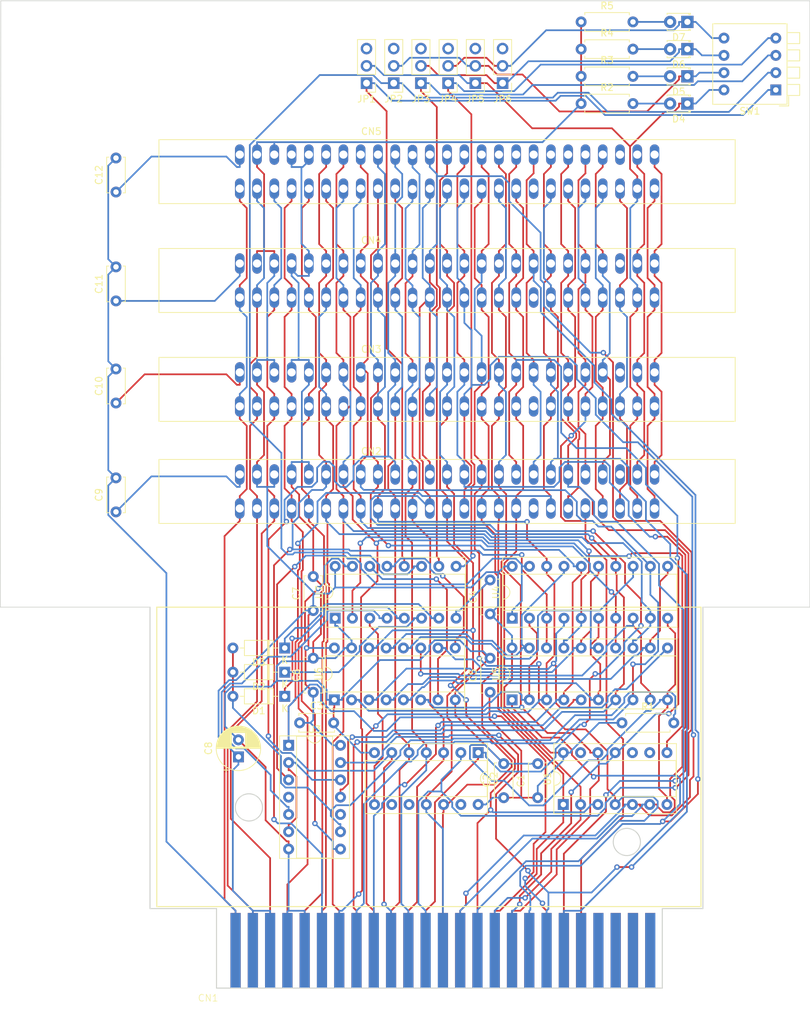
<source format=kicad_pcb>
(kicad_pcb (version 20221018) (generator pcbnew)
  (layers (0 "F.Cu" signal) (31 "B.Cu" signal) (34 "B.Paste" user) (35 "F.Paste" user) (36 "B.SilkS" user "B.Silkscreen") (37 "F.SilkS" user "F.Silkscreen") (38 "B.Mask" user) (39 "F.Mask" user) (44 "Edge.Cuts" user))
  (net 0 "")
  (net 1 "BUSDIR")
  (net 2 "IORQ")
  (net 3 "MERQ")
  (net 4 "WR")
  (net 5 "RD")
  (net 6 "RESET")
  (net 8 "CLK")
  (net 9 "SW1")
  (net 10 "SW2")
  (net 11 "+12V")
  (net 12 "-12V")
  (net 13 "Earth")
  (net 14 "Net-(U4-I0a)")
  (net 15 "Net-(U4-I1a)")
  (net 16 "Net-(U4-I2a)")
  (net 17 "Net-(U4-I3a)")
  (net 18 "SLTX0")
  (net 19 "Net-(U4-I0b)")
  (net 20 "Net-(U4-I1b)")
  (net 21 "Net-(U4-I2b)")
  (net 22 "Net-(U4-I3b)")
  (net 23 "Net-(D1-K)")
  (net 24 "Net-(D1-A)")
  (net 25 "Net-(D2-K)")
  (net 26 "Net-(D3-K)")
  (net 27 "SLTX1")
  (net 28 "SLTX2")
  (net 29 "SLTX3")
  (net 30 "Net-(JP1-A)")
  (net 31 "Net-(JP2-A)")
  (net 32 "Net-(JP3-A)")
  (net 33 "Net-(JP4-A)")
  (net 34 "Net-(U6-Za)")
  (net 35 "Net-(U6-Zb)")
  (net 36 "Net-(U3-Pad12)")
  (net 37 "SLTSL")
  (net 38 "SNDIN")
  (net 39 "A10")
  (net 40 "A11")
  (net 41 "A6")
  (net 42 "A7")
  (net 43 "A8")
  (net 44 "A12")
  (net 45 "Net-(U7A-A0)")
  (net 46 "A9")
  (net 47 "A15")
  (net 48 "+5V")
  (net 49 "A0")
  (net 50 "A1")
  (net 51 "A2")
  (net 52 "A3")
  (net 53 "A4")
  (net 54 "A5")
  (net 55 "Net-(U7A-A1)")
  (net 56 "A14")
  (net 57 "A13")
  (net 58 "Net-(U4-OEa)")
  (net 59 "D0")
  (net 60 "D1")
  (net 61 "D2")
  (net 62 "D3")
  (net 63 "Net-(U5-Cp)")
  (net 64 "D4")
  (net 65 "D5")
  (net 66 "D6")
  (net 67 "D7")
  (net 68 "Net-(U7A-O0)")
  (net 69 "Net-(U7B-E)")
  (net 70 "SLTLS")
  (net 71 "CS1")
  (net 72 "CS2")
  (net 73 "CS12")
  (net 75 "RFSH")
  (net 76 "WAIT")
  (net 77 "INT")
  (net 78 "M1")
  (net 80 "Net-(CN2-Pin_49)")
  (net 83 "Net-(CN3-Pin_49)")
  (net 86 "Net-(CN4-Pin_49)")
  (net 89 "Net-(CN5-Pin_49)")
  (net 90 "Net-(D4-A)")
  (net 91 "Net-(D5-A)")
  (net 92 "Net-(D6-A)")
  (net 93 "Net-(D7-A)")
  (footprint "LED_THT:LED_D1.8mm_W3.3mm_H2.4mm" (layer "F.Cu") (at 135 90 180)
    (fp_text reference "D5")
    (fp_text value "LED")
  )
  (footprint "Connector_PinHeader_2.54mm:PinHeader_1x03_P2.54mm_Vertical" (layer "F.Cu") (at 99.83 91 180)
    (fp_text reference "JP4")
    (fp_text value "SLOTX3")
  )
  (footprint "Capacitor_THT:C_Disc_D5.0mm_W2.5mm_P5.00mm" (layer "F.Cu") (at 51 154 90)
    (fp_text reference "C9")
    (fp_text value "104")
  )
  (footprint "Package_DIP:DIP-16_W7.62mm_Socket" (layer "F.Cu") (at 83.22 169.62 90)
    (fp_text reference "U7")
    (fp_text value "74LS139")
  )
  (footprint "Capacitor_THT:CP_Radial_D6.3mm_P2.50mm" (layer "F.Cu") (at 69 190 90)
    (fp_text reference "C8")
    (fp_text value "100uF")
  )
  (footprint "Package_DIP:DIP-14_W7.62mm_Socket" (layer "F.Cu") (at 104.24 189.38 -90)
    (fp_text reference "U2")
    (fp_text value "74LS30")
  )
  (footprint "Capacitor_THT:C_Disc_D5.0mm_W2.5mm_P5.00mm" (layer "F.Cu") (at 108 196 90)
    (fp_text reference "C2")
    (fp_text value "104")
  )
  (footprint "Diode_THT:D_DO-35_SOD27_P7.62mm_Horizontal" (layer "F.Cu") (at 75.81 181.1 180)
    (fp_text reference "D1")
    (fp_text value "1N914")
  )
  (footprint "Capacitor_THT:C_Disc_D5.0mm_W2.5mm_P5.00mm" (layer "F.Cu") (at 51 107 90)
    (fp_text reference "C12")
    (fp_text value "104")
  )
  (footprint "Connector_PinHeader_2.54mm:PinHeader_1x03_P2.54mm_Vertical" (layer "F.Cu") (at 103.83 91 180)
    (fp_text reference "JP5")
    (fp_text value "SCC1")
  )
  (footprint "Connector_PinHeader_2.54mm:PinHeader_1x03_P2.54mm_Vertical" (layer "F.Cu") (at 91.83 91 180)
    (fp_text reference "JP2")
    (fp_text value "SLOTX1")
  )
  (footprint "Diode_THT:D_DO-35_SOD27_P7.62mm_Horizontal" (layer "F.Cu") (at 75.81 174 180)
    (fp_text reference "D3")
    (fp_text value "1N914")
  )
  (footprint "Diode_THT:D_DO-35_SOD27_P7.62mm_Horizontal" (layer "F.Cu") (at 75.81 177.55 180)
    (fp_text reference "D2")
    (fp_text value "1N914")
  )
  (footprint "Connector_PinHeader_2.54mm:PinHeader_1x03_P2.54mm_Vertical" (layer "F.Cu") (at 87.83 91 180)
    (fp_text reference "JP1")
    (fp_text value "SLOTX0")
  )
  (footprint "LED_THT:LED_D1.8mm_W3.3mm_H2.4mm" (layer "F.Cu") (at 135 86 180)
    (fp_text reference "D6")
    (fp_text value "LED")
  )
  (footprint "Resistor_THT:R_Axial_DIN0207_L6.3mm_D2.5mm_P7.62mm_Horizontal" (layer "F.Cu") (at 119.38 82)
    (fp_text reference "R5")
    (fp_text value "4K7")
  )
  (footprint "Capacitor_THT:C_Disc_D5.0mm_W2.5mm_P5.00mm" (layer "F.Cu") (at 80 180.5 90)
    (fp_text reference "C6")
    (fp_text value "104")
  )
  (footprint "Capacitor_THT:C_Disc_D5.0mm_W2.5mm_P5.00mm" (layer "F.Cu") (at 78 185)
    (fp_text reference "C3")
    (fp_text value "104")
  )
  (footprint "Package_DIP:DIP-20_W7.62mm_Socket" (layer "F.Cu") (at 109.22 181.62 90)
    (fp_text reference "U5")
    (fp_text value "74LS273")
  )
  (footprint "MSX:Connector EDGE 2x25 2.54mm" (layer "F.Cu") (at 40.275 129)
    (fp_text reference "CN3")
    (fp_text value "Conn_02x25_Odd_Even_MountingPin")
  )
  (footprint "Package_DIP:DIP-20_W7.62mm_Socket" (layer "F.Cu") (at 109.24 169.62 90)
    (fp_text reference "U4")
    (fp_text value "74LS240")
  )
  (footprint "Package_DIP:DIP-14_W7.62mm_Socket" (layer "F.Cu") (at 116.76 197 90)
    (fp_text reference "U1")
    (fp_text value "74LS30")
  )
  (footprint "Connector_PinHeader_2.54mm:PinHeader_1x03_P2.54mm_Vertical" (layer "F.Cu") (at 107.83 91 180)
    (fp_text reference "JP6")
    (fp_text value "SCC2")
  )
  (footprint "Capacitor_THT:C_Disc_D5.0mm_W2.5mm_P5.00mm" (layer "F.Cu") (at 80 168.5 90)
    (fp_text reference "C7")
    (fp_text value "104")
  )
  (footprint "Resistor_THT:R_Axial_DIN0207_L6.3mm_D2.5mm_P7.62mm_Horizontal" (layer "F.Cu") (at 125.38 185)
    (fp_text reference "R1")
    (fp_text value "1K")
  )
  (footprint "Capacitor_THT:C_Disc_D5.0mm_W2.5mm_P5.00mm" (layer "F.Cu") (at 51 123 90)
    (fp_text reference "C11")
    (fp_text value "104")
  )
  (footprint "Resistor_THT:R_Axial_DIN0207_L6.3mm_D2.5mm_P7.62mm_Horizontal" (layer "F.Cu") (at 119.38 94)
    (fp_text reference "R2")
    (fp_text value "4K7")
  )
  (footprint "Connector_PinHeader_2.54mm:PinHeader_1x03_P2.54mm_Vertical" (layer "F.Cu") (at 95.83 91 180)
    (fp_text reference "JP3")
    (fp_text value "SLOTX2")
  )
  (footprint "Resistor_THT:R_Axial_DIN0207_L6.3mm_D2.5mm_P7.62mm_Horizontal" (layer "F.Cu") (at 119.38 86)
    (fp_text reference "R4")
    (fp_text value "4K7")
  )
  (footprint "Capacitor_THT:C_Disc_D5.0mm_W2.5mm_P5.00mm" (layer "F.Cu") (at 51 138 90)
    (fp_text reference "C10")
    (fp_text value "104")
  )
  (footprint "Resistor_THT:R_Axial_DIN0207_L6.3mm_D2.5mm_P7.62mm_Horizontal" (layer "F.Cu") (at 119.38 90)
    (fp_text reference "R3")
    (fp_text value "4K7")
  )
  (footprint "Capacitor_THT:C_Disc_D5.0mm_W2.5mm_P5.00mm" (layer "F.Cu") (at 106 180.5 90)
    (fp_text reference "C5")
    (fp_text value "104")
  )
  (footprint "Capacitor_THT:C_Disc_D5.0mm_W2.5mm_P5.00mm" (layer "F.Cu") (at 106 169 90)
    (fp_text reference "C4")
    (fp_text value "104")
  )
  (footprint "Capacitor_THT:C_Disc_D5.0mm_W2.5mm_P5.00mm" (layer "F.Cu") (at 113 196 90)
    (fp_text reference "C1")
    (fp_text value "104")
  )
  (footprint "MSX:MSX_Slot" (layer "F.Cu") (at 64.54 225.94)
    (fp_text reference "CN1")
    (fp_text value "MSX_SLOT_CON-msxmakers")
  )
  (footprint "MSX:Connector EDGE 2x25 2.54mm" (layer "F.Cu") (at 40.275 97)
    (fp_text reference "CN5")
    (fp_text value "Conn_02x25_Odd_Even_MountingPin")
  )
  (footprint "Package_DIP:DIP-16_W7.62mm_Socket" (layer "F.Cu") (at 83.1 181.62 90)
    (fp_text reference "U6")
    (fp_text value "74LS153")
  )
  (footprint "MSX:Connector EDGE 2x25 2.54mm" (layer "F.Cu") (at 40.275 144)
    (fp_text reference "CN2")
    (fp_text value "Conn_02x25_Odd_Even_MountingPin")
  )
  (footprint "MSX:Connector EDGE 2x25 2.54mm" (layer "F.Cu") (at 40.275 113)
    (fp_text reference "CN4")
    (fp_text value "Conn_02x25_Odd_Even_MountingPin")
  )
  (footprint "Package_DIP:DIP-14_W7.62mm_Socket" (layer "F.Cu") (at 76.38 188.3)
    (fp_text reference "U3")
    (fp_text value "74LS32")
  )
  (footprint "Button_Switch_THT:SW_DIP_SPSTx04_Piano_10.8x11.72mm_W7.62mm_P2.54mm" (layer "F.Cu") (at 148 92 180)
    (fp_text reference "SW1")
    (fp_text value "SW_DIP_x04")
  )
  (footprint "LED_THT:LED_D1.8mm_W3.3mm_H2.4mm" (layer "F.Cu") (at 135 94 180)
    (fp_text reference "D4")
    (fp_text value "LED")
  )
  (footprint "LED_THT:LED_D1.8mm_W3.3mm_H2.4mm" (layer "F.Cu") (at 135 82 180)
    (fp_text reference "D7")
    (fp_text value "LED")
  )
  (gr_line (start 137 212) (end 57 212) (stroke (width 0.15)) (layer "F.SilkS"))
  (gr_line (start 57 212) (end 57 168) (stroke (width 0.15)) (layer "F.SilkS"))
  (gr_line (start 137 168) (end 137 212) (stroke (width 0.15)) (layer "F.SilkS"))
  (gr_line (start 57 168) (end 137 168) (stroke (width 0.15)) (layer "F.SilkS"))
  (gr_line (start 56 168) (end 34 168) (stroke (width 0.1)) (layer "Edge.Cuts"))
  (gr_line (start 153 168) (end 153 78.9) (stroke (width 0.1)) (layer "Edge.Cuts"))
  (gr_circle (center 126.1 202.505) (end 128.1 202.505) (stroke (width 0.15)) (fill none) (layer "Edge.Cuts"))
  (gr_line (start 34 168) (end 34.07 78.9) (stroke (width 0.1)) (layer "Edge.Cuts"))
  (gr_line (start 153 78.9) (end 34.07 78.9) (stroke (width 0.1)) (layer "Edge.Cuts"))
  (gr_line (start 56 212.292) (end 56 168) (stroke (width 0.15)) (layer "Edge.Cuts"))
  (gr_line (start 131.311 212.292) (end 131.311 223.976) (stroke (width 0.15)) (layer "Edge.Cuts"))
  (gr_line (start 131.311 212.292) (end 137.28 212.292) (stroke (width 0.15)) (layer "Edge.Cuts"))
  (gr_line (start 137.28 168) (end 153 168) (stroke (width 0.1)) (layer "Edge.Cuts"))
  (gr_circle (center 70.54 197.425) (end 68.54 197.425) (stroke (width 0.15)) (fill none) (layer "Edge.Cuts"))
  (gr_line (start 137.28 168) (end 137.28 212.292) (stroke (width 0.15)) (layer "Edge.Cuts"))
  (gr_line (start 131.311 223.976) (end 65.779 223.976) (stroke (width 0.15)) (layer "Edge.Cuts"))
  (gr_line (start 65.779 223.976) (end 65.779 212.292) (stroke (width 0.15)) (layer "Edge.Cuts"))
  (gr_line (start 65.779 212.292) (end 56 212.292) (stroke (width 0.15)) (layer "Edge.Cuts"))
  (segment (start 120.015 157.995) (end 123.105 161.085) (width 0.25) (layer "F.Cu") (net 1))
  (segment (start 121.042 135.6461) (end 120.015 136.6731) (width 0.25) (layer "F.Cu") (net 1))
  (segment (start 120.015 138.5) (end 120.015 136.6731) (width 0.25) (layer "F.Cu") (net 1))
  (segment (start 119.38 218.44) (end 119.38 212.6131) (width 0.25) (layer "F.Cu") (net 1))
  (segment (start 120.015 155.3269) (end 120.015 157.995) (width 0.25) (layer "F.Cu") (net 1))
  (segment (start 125.5443 198.8267) (end 119.38 204.991) (width 0.25) (layer "F.Cu") (net 1))
  (segment (start 123.105 184.9577) (end 125.5443 187.397) (width 0.25) (layer "F.Cu") (net 1))
  (segment (start 123.105 161.085) (end 123.105 184.9577) (width 0.25) (layer "F.Cu") (net 1))
  (segment (start 120.015 124.3269) (end 121.042 125.3539) (width 0.25) (layer "F.Cu") (net 1))
  (segment (start 117.0211 155.3269) (end 116.4161 154.7219) (width 0.25) (layer "F.Cu") (net 1))
  (segment (start 116.4161 144.3098) (end 117.9348 142.7911) (width 0.25) (layer "F.Cu") (net 1))
  (segment (start 120.015 122.5) (end 120.015 124.3269) (width 0.25) (layer "F.Cu") (net 1))
  (segment (start 120.015 155.3269) (end 117.0211 155.3269) (width 0.25) (layer "F.Cu") (net 1))
  (segment (start 119.38 204.991) (end 119.38 212.6131) (width 0.25) (layer "F.Cu") (net 1))
  (segment (start 116.4161 154.7219) (end 116.4161 144.3098) (width 0.25) (layer "F.Cu") (net 1))
  (segment (start 125.5443 187.397) (end 125.5443 198.8267) (width 0.25) (layer "F.Cu") (net 1))
  (segment (start 121.042 125.3539) (end 121.042 135.6461) (width 0.25) (layer "F.Cu") (net 1))
  (segment (start 120.015 153.5) (end 120.015 155.3269) (width 0.25) (layer "F.Cu") (net 1))
  (via (at 117.9348 142.7911) (size 0.8) (drill 0.4) (layers "F.Cu" "B.Cu") (net 1))
  (segment (start 120.015 138.5) (end 120.015 140.3269) (width 0.25) (layer "B.Cu") (net 1))
  (segment (start 118.9881 119.6462) (end 120.015 120.6731) (width 0.25) (layer "B.Cu") (net 1))
  (segment (start 120.015 122.5) (end 120.015 120.6731) (width 0.25) (layer "B.Cu") (net 1))
  (segment (start 118.9881 109.3538) (end 118.9881 119.6462) (width 0.25) (layer "B.Cu") (net 1))
  (segment (start 120.015 108.3269) (end 118.9881 109.3538) (width 0.25) (layer "B.Cu") (net 1))
  (segment (start 120.015 106.5) (end 120.015 108.3269) (width 0.25) (layer "B.Cu") (net 1))
  (segment (start 120.015 140.3269) (end 120.015 140.7109) (width 0.25) (layer "B.Cu") (net 1))
  (segment (start 120.015 140.7109) (end 117.9348 142.7911) (width 0.25) (layer "B.Cu") (net 1))
  (segment (start 117.475 144.2805) (end 118.6633 143.0922) (width 0.25) (layer "F.Cu") (net 2))
  (segment (start 116.4481 104.3538) (end 117.475 103.3269) (width 0.25) (layer "F.Cu") (net 2))
  (segment (start 116.4481 136.3538) (end 117.475 135.3269) (width 0.25) (layer "F.Cu") (net 2))
  (segment (start 116.4481 140.2749) (end 116.4481 136.3538) (width 0.25) (layer "F.Cu") (net 2))
  (segment (start 117.475 118.4134) (end 117.475 119.3269) (width 0.25) (layer "F.Cu") (net 2))
  (segment (start 117.475 133.5) (end 117.475 131.6731) (width 0.25) (layer "F.Cu") (net 2))
  (segment (start 118.6633 143.0922) (end 118.6633 142.4901) (width 0.25) (layer "F.Cu") (net 2))
  (segment (start 117.475 146.6731) (end 117.475 144.2805) (width 0.25) (layer "F.Cu") (net 2))
  (segment (start 117.475 148.5) (end 117.475 146.6731) (width 0.25) (layer "F.Cu") (net 2))
  (segment (start 116.4481 114.6462) (end 116.4481 104.3538) (width 0.25) (layer "F.Cu") (net 2))
  (segment (start 117.475 118.4134) (end 117.475 117.5) (width 0.25) (layer "F.Cu") (net 2))
  (segment (start 117.475 117.5) (end 117.475 115.6731) (width 0.25) (layer "F.Cu") (net 2))
  (segment (start 117.475 133.5) (end 117.475 135.3269) (width 0.25) (layer "F.Cu") (net 2))
  (segment (start 117.475 115.6731) (end 116.4481 114.6462) (width 0.25) (layer "F.Cu") (net 2))
  (segment (start 118.6633 142.4901) (end 116.4481 140.2749) (width 0.25) (layer "F.Cu") (net 2))
  (segment (start 116.4481 120.3538) (end 116.4481 130.6462) (width 0.25) (layer "F.Cu") (net 2))
  (segment (start 117.475 119.3269) (end 116.4481 120.3538) (width 0.25) (layer "F.Cu") (net 2))
  (segment (start 117.475 101.5) (end 117.475 103.3269) (width 0.25) (layer "F.Cu") (net 2))
  (segment (start 116.4481 130.6462) (end 117.475 131.6731) (width 0.25) (layer "F.Cu") (net 2))
  (segment (start 119.1035 150.3269) (end 117.475 150.3269) (width 0.25) (layer "B.Cu") (net 2))
  (segment (start 116.84 218.44) (end 116.84 212.6131) (width 0.25) (layer "B.Cu") (net 2))
  (segment (start 116.84 212.6131) (end 119.3089 212.6131) (width 0.25) (layer "B.Cu") (net 2))
  (segment (start 119.3089 212.6131) (end 134.4185 197.5035) (width 0.25) (layer "B.Cu") (net 2))
  (segment (start 121.285 152.5084) (end 119.1035 150.3269) (width 0.25) (layer "B.Cu") (net 2))
  (segment (start 134.4185 168.3841) (end 130.83 164.7956) (width 0.25) (layer "B.Cu") (net 2))
  (segment (start 130.83 164.7956) (end 130.83 161.6302) (width 0.25) (layer "B.Cu") (net 2))
  (segment (start 134.4185 197.5035) (end 134.4185 168.3841) (width 0.25) (layer "B.Cu") (net 2))
  (segment (start 117.475 148.5) (end 117.475 150.3269) (width 0.25) (layer "B.Cu") (net 2))
  (segment (start 130.83 161.6302) (end 124.6419 155.4421) (width 0.25) (layer "B.Cu") (net 2))
  (segment (start 122.2294 155.4421) (end 121.285 154.4977) (width 0.25) (layer "B.Cu") (net 2))
  (segment (start 121.285 154.4977) (end 121.285 152.5084) (width 0.25) (layer "B.Cu") (net 2))
  (segment (start 124.6419 155.4421) (end 122.2294 155.4421) (width 0.25) (layer "B.Cu") (net 2))
  (segment (start 117.475 139.4134) (end 117.475 139.0216) (width 0.25) (layer "F.Cu") (net 3))
  (segment (start 118.9562 150.4526) (end 119.2417 150.4526) (width 0.25) (layer "F.Cu") (net 3))
  (segment (start 118.5019 125.3538) (end 117.475 124.3269) (width 0.25) (layer "F.Cu") (net 3))
  (segment (start 117.475 122.5) (end 117.475 124.3269) (width 0.25) (layer "F.Cu") (net 3))
  (segment (start 117.475 106.5) (end 117.475 108.3269) (width 0.25) (layer "F.Cu") (net 3))
  (segment (start 116.84 218.44) (end 116.84 212.6131) (width 0.25) (layer "F.Cu") (net 3))
  (segment (start 123.0279 198.0449) (end 123.0279 195.5962) (width 0.25) (layer "F.Cu") (net 3))
  (segment (start 119.1152 143.2794) (end 119.1152 142.3028) (width 0.25) (layer "F.Cu") (net 3))
  (segment (start 131.7237 156.6844) (end 135.1599 160.1206) (width 0.25) (layer "F.Cu") (net 3))
  (segment (start 116.84 204.2328) (end 123.0279 198.0449) (width 0.25) (layer "F.Cu") (net 3))
  (segment (start 117.475 136.6731) (end 118.5019 135.6462) (width 0.25) (layer "F.Cu") (net 3))
  (segment (start 117.475 138.5) (end 117.475 136.6731) (width 0.25) (layer "F.Cu") (net 3))
  (segment (start 118.5019 135.6462) (end 118.5019 125.3538) (width 0.25) (layer "F.Cu") (net 3))
  (segment (start 118.5019 109.3538) (end 118.5019 119.6462) (width 0.25) (layer "F.Cu") (net 3))
  (segment (start 117.475 153.5) (end 117.475 151.6731) (width 0.25) (layer "F.Cu") (net 3))
  (segment (start 121.0777 154.3086) (end 123.4535 156.6844) (width 0.25) (layer "F.Cu") (net 3))
  (segment (start 135.1599 160.1206) (end 135.1599 185.8479) (width 0.25) (layer "F.Cu") (net 3))
  (segment (start 123.4535 156.6844) (end 131.7237 156.6844) (width 0.25) (layer "F.Cu") (net 3))
  (segment (start 134.7208 192.0111) (end 133.1978 193.5341) (width 0.25) (layer "F.Cu") (net 3))
  (segment (start 118.5019 119.6462) (end 117.475 120.6731) (width 0.25) (layer "F.Cu") (net 3))
  (segment (start 117.475 140.6626) (end 117.475 140.3269) (width 0.25) (layer "F.Cu") (net 3))
  (segment (start 116.84 212.6131) (end 116.84 204.2328) (width 0.25) (layer "F.Cu") (net 3))
  (segment (start 117.7357 151.6731) (end 117.475 151.6731) (width 0.25) (layer "F.Cu") (net 3))
  (segment (start 117.475 138.7608) (end 117.475 138.5) (width 0.25) (layer "F.Cu") (net 3))
  (segment (start 134.7208 186.287) (end 134.7208 192.0111) (width 0.25) (layer "F.Cu") (net 3))
  (segment (start 118.9562 150.4526) (end 118.9562 143.4384) (width 0.25) (layer "F.Cu") (net 3))
  (segment (start 117.475 122.5) (end 117.475 120.6731) (width 0.25) (layer "F.Cu") (net 3))
  (segment (start 118.9562 143.4384) (end 119.1152 143.2794) (width 0.25) (layer "F.Cu") (net 3))
  (segment (start 117.475 139.4134) (end 117.475 140.3269) (width 0.25) (layer "F.Cu") (net 3))
  (segment (start 119.1152 142.3028) (end 117.475 140.6626) (width 0.25) (layer "F.Cu") (net 3))
  (segment (start 135.1599 185.8479) (end 134.7208 186.287) (width 0.25) (layer "F.Cu") (net 3))
  (segment (start 119.2417 150.4526) (end 121.0777 152.2886) (width 0.25) (layer "F.Cu") (net 3))
  (segment (start 117.475 108.3269) (end 118.5019 109.3538) (width 0.25) (layer "F.Cu") (net 3))
  (segment (start 117.475 138.7608) (end 117.475 139.0216) (width 0.25) (layer "F.Cu") (net 3))
  (segment (start 118.9562 150.4526) (end 117.7357 151.6731) (width 0.25) (layer "F.Cu") (net 3))
  (segment (start 121.0777 152.2886) (end 121.0777 154.3086) (width 0.25) (layer "F.Cu") (net 3))
  (via (at 133.1978 193.5341) (size 0.8) (drill 0.4) (layers "F.Cu" "B.Cu") (net 3))
  (via (at 123.0279 195.5962) (size 0.8) (drill 0.4) (layers "F.Cu" "B.Cu") (net 3))
  (segment (start 125.09 193.5341) (end 133.1978 193.5341) (width 0.25) (layer "B.Cu") (net 3))
  (segment (start 123.0279 195.5962) (end 125.09 193.5341) (width 0.25) (layer "B.Cu") (net 3))
  (segment (start 110.1129 189.6603) (end 110.1129 192.2469) (width 0.25) (layer "F.Cu") (net 4))
  (segment (start 114.935 101.5) (end 114.935 103.3269) (width 0.25) (layer "F.Cu") (net 4))
  (segment (start 114.935 117.5) (end 114.935 115.6731) (width 0.25) (layer "F.Cu") (net 4))
  (segment (start 106.8731 202.0317) (end 111.5645 206.7231) (width 0.25) (layer "F.Cu") (net 4))
  (segment (start 124.651 206.1947) (end 126.7948 206.1947) (width 0.25) (layer "F.Cu") (net 4))
  (segment (start 106.8731 195.4867) (end 106.8731 202.0317) (width 0.25) (layer "F.Cu") (net 4))
  (segment (start 113.9081 120.3538) (end 114.935 119.3269) (width 0.25) (layer "F.Cu") (net 4))
  (segment (start 110.1129 192.2469) (end 106.8731 195.4867) (width 0.25) (layer "F.Cu") (net 4))
  (segment (start 114.935 133.5) (end 114.935 131.6731) (width 0.25) (layer "F.Cu") (net 4))
  (segment (start 114.935 115.6731) (end 113.9081 114.6462) (width 0.25) (layer "F.Cu") (net 4))
  (segment (start 113.9081 130.6462) (end 113.9081 120.3538) (width 0.25) (layer "F.Cu") (net 4))
  (segment (start 113.9081 114.6462) (end 113.9081 104.3538) (width 0.25) (layer "F.Cu") (net 4))
  (segment (start 113.9081 104.3538) (end 114.935 103.3269) (width 0.25) (layer "F.Cu") (net 4))
  (segment (start 114.935 131.6731) (end 113.9081 130.6462) (width 0.25) (layer "F.Cu") (net 4))
  (segment (start 114.935 117.5) (end 114.935 119.3269) (width 0.25) (layer "F.Cu") (net 4))
  (segment (start 107.2829 186.8303) (end 110.1129 189.6603) (width 0.25) (layer "F.Cu") (net 4))
  (via (at 126.7948 206.1947) (size 0.8) (drill 0.4) (layers "F.Cu" "B.Cu") (net 4))
  (via (at 111.5645 206.7231) (size 0.8) (drill 0.4) (layers "F.Cu" "B.Cu") (net 4))
  (via (at 124.651 206.1947) (size 0.8) (drill 0.4) (layers "F.Cu" "B.Cu") (net 4))
  (via (at 107.2829 186.8303) (size 0.8) (drill 0.4) (layers "F.Cu" "B.Cu") (net 4))
  (segment (start 128.905 155.1704) (end 128.905 152.4959) (width 0.25) (layer "B.Cu") (net 4))
  (segment (start 115.9619 146.1954) (end 115.9619 136.3538) (width 0.25) (layer "B.Cu") (net 4))
  (segment (start 115.4127 146.1954) (end 114.935 146.6731) (width 0.25) (layer "B.Cu") (net 4))
  (segment (start 114.935 148.5) (end 114.935 146.6731) (width 0.25) (layer "B.Cu") (net 4))
  (segment (start 84 190.84) (end 89.2016 190.84) (width 0.25) (layer "B.Cu") (net 4))
  (segment (start 134.9274 198.0621) (end 134.9274 163.2222) (width 0.25) (layer "B.Cu") (net 4))
  (segment (start 126.365 149.9559) (end 126.365 147.4498) (width 0.25) (layer "B.Cu") (net 4))
  (segment (start 115.9619 146.1954) (end 115.4127 146.1954) (width 0.25) (layer "B.Cu") (net 4))
  (segment (start 114.5733 209.9339) (end 111.5645 206.9251) (width 0.25) (layer "B.Cu") (net 4))
  (segment (start 115.9619 136.3538) (end 114.935 135.3269) (width 0.25) (layer "B.Cu") (net 4))
  (segment (start 100.09 186.8303) (end 107.2829 186.8303) (width 0.25) (layer "B.Cu") (net 4))
  (segment (start 99.8566 187.0637) (end 100.09 186.8303) (width 0.25) (layer "B.Cu") (net 4))
  (segment (start 126.7948 206.1947) (end 134.9274 198.0621) (width 0.25) (layer "B.Cu") (net 4))
  (segment (start 125.1106 146.1954) (end 115.9619 146.1954) (width 0.25) (layer "B.Cu") (net 4))
  (segment (start 114.3 218.44) (end 114.3 212.6131) (width 0.25) (layer "B.Cu") (net 4))
  (segment (start 128.905 152.4959) (end 126.365 149.9559) (width 0.25) (layer "B.Cu") (net 4))
  (segment (start 114.3 212.6131) (end 114.5733 212.3398) (width 0.25) (layer "B.Cu") (net 4))
  (segment (start 114.5733 212.3398) (end 114.5733 209.9339) (width 0.25) (layer "B.Cu") (net 4))
  (segment (start 114.5733 209.9339) (end 120.9118 209.9339) (width 0.25) (layer "B.Cu") (net 4))
  (segment (start 90.2409 189.0763) (end 92.2535 187.0637) (width 0.25) (layer "B.Cu") (net 4))
  (segment (start 132.4841 160.7789) (end 132.4841 158.7495) (width 0.25) (layer "B.Cu") (net 4))
  (segment (start 126.365 147.4498) (end 125.1106 146.1954) (width 0.25) (layer "B.Cu") (net 4))
  (segment (start 132.4841 158.7495) (end 128.905 155.1704) (width 0.25) (layer "B.Cu") (net 4))
  (segment (start 90.2409 189.8007) (end 90.2409 189.0763) (width 0.25) (layer "B.Cu") (net 4))
  (segment (start 111.5645 206.9251) (end 111.5645 206.7231) (width 0.25) (layer "B.Cu") (net 4))
  (segment (start 89.2016 190.84) (end 90.2409 189.8007) (width 0.25) (layer "B.Cu") (net 4))
  (segment (start 114.935 133.5) (end 114.935 135.3269) (width 0.25) (layer "B.Cu") (net 4))
  (segment (start 120.9118 209.9339) (end 124.651 206.1947) (width 0.25) (layer "B.Cu") (net 4))
  (segment (start 134.9274 163.2222) (end 132.4841 160.7789) (width 0.25) (layer "B.Cu") (net 4))
  (segment (start 92.2535 187.0637) (end 99.8566 187.0637) (width 0.25) (layer "B.Cu") (net 4))
  (segment (start 77.3888 173.1567) (end 77.7406 172.8049) (width 0.25) (layer "F.Cu") (net 5))
  (segment (start 113.9081 150.6462) (end 113.9081 141.3538) (width 0.25) (layer "F.Cu") (net 5))
  (segment (start 114.935 151.6731) (end 113.9081 150.6462) (width 0.25) (layer "F.Cu") (net 5))
  (segment (start 113.6979 212.011) (end 113.6979 211.5094) (width 0.25) (layer "F.Cu") (net 5))
  (segment (start 111.4646 207.8513) (end 111.1531 207.8513) (width 0.25) (layer "F.Cu") (net 5))
  (segment (start 78.015 162.3431) (end 78.015 158.9066) (width 0.25) (layer "F.Cu") (net 5))
  (segment (start 115.9619 125.3538) (end 115.9619 135.6462) (width 0.25) (layer "F.Cu") (net 5))
  (segment (start 113.9081 141.3538) (end 114.935 140.3269) (width 0.25) (layer "F.Cu") (net 5))
  (segment (start 114.1389 190.535) (end 114.1389 201.0451) (width 0.25) (layer "F.Cu") (net 5))
  (segment (start 76.38 187.1731) (end 76.38 182.5923) (width 0.25) (layer "F.Cu") (net 5))
  (segment (start 112.394 206.9219) (end 111.4646 207.8513) (width 0.25) (layer "F.Cu") (net 5))
  (segment (start 114.935 138.5) (end 114.935 140.3269) (width 0.25) (layer "F.Cu") (net 5))
  (segment (start 77.7406 172.8049) (end 77.7406 162.6175) (width 0.25) (layer "F.Cu") (net 5))
  (segment (start 107.6241 184.0202) (end 114.1389 190.535) (width 0.25) (layer "F.Cu") (net 5))
  (segment (start 114.935 138.5) (end 114.935 136.6731) (width 0.25) (layer "F.Cu") (net 5))
  (segment (start 114.935 124.3269) (end 115.9619 125.3538) (width 0.25) (layer "F.Cu") (net 5))
  (segment (start 114.3 212.6131) (end 113.6979 212.011) (width 0.25) (layer "F.Cu") (net 5))
  (segment (start 78.015 158.9066) (end 77.7406 158.6322) (width 0.25) (layer "F.Cu") (net 5))
  (segment (start 114.3 218.44) (end 114.3 212.6131) (width 0.25) (layer "F.Cu") (net 5))
  (segment (start 77.3888 181.5835) (end 77.3888 173.1567) (width 0.25) (layer "F.Cu") (net 5))
  (segment (start 114.935 122.5) (end 114.935 124.3269) (width 0.25) (layer "F.Cu") (net 5))
  (segment (start 114.1389 201.0451) (end 112.394 202.79) (width 0.25) (layer "F.Cu") (net 5))
  (segment (start 76.38 182.5923) (end 77.3888 181.5835) (width 0.25) (layer "F.Cu") (net 5))
  (segment (start 77.7406 162.6175) (end 78.015 162.3431) (width 0.25) (layer "F.Cu") (net 5))
  (segment (start 114.935 153.5) (end 114.935 151.6731) (width 0.25) (layer "F.Cu") (net 5))
  (segment (start 106.6523 184.0202) (end 107.6241 184.0202) (width 0.25) (layer "F.Cu") (net 5))
  (segment (start 115.9619 135.6462) (end 114.935 136.6731) (width 0.25) (layer "F.Cu") (net 5))
  (segment (start 112.394 202.79) (end 112.394 206.9219) (width 0.25) (layer "F.Cu") (net 5))
  (segment (start 76.38 188.3) (end 76.38 187.1731) (width 0.25) (layer "F.Cu") (net 5))
  (via (at 111.1531 207.8513) (size 0.8) (drill 0.4) (layers "F.Cu" "B.Cu") (net 5))
  (via (at 106.6523 184.0202) (size 0.8) (drill 0.4) (layers "F.Cu" "B.Cu") (net 5))
  (via (at 113.6979 211.5094) (size 0.8) (drill 0.4) (layers "F.Cu" "B.Cu") (net 5))
  (via (at 77.7406 158.6322) (size 0.8) (drill 0.4) (layers "F.Cu" "B.Cu") (net 5))
  (segment (start 77.0999 181.8884) (end 77.0999 181.7767) (width 0.25) (layer "B.Cu") (net 5))
  (segment (start 90.774 186.1826) (end 92.7612 184.1954) (width 0.25) (layer "B.Cu") (net 5))
  (segment (start 114.935 120.6731) (end 113.9081 119.6462) (width 0.25) (layer "B.Cu") (net 5))
  (segment (start 114.935 122.5) (end 114.935 120.6731) (width 0.25) (layer "B.Cu") (net 5))
  (segment (start 76.38 182.6083) (end 77.0999 181.8884) (width 0.25) (layer "B.Cu") (net 5))
  (segment (start 114.935 106.5) (end 114.935 108.3269) (width 0.25) (layer "B.Cu") (net 5))
  (segment (start 76.38 187.1731) (end 76.38 182.6083) (width 0.25) (layer "B.Cu") (net 5))
  (segment (start 113.6979 211.5094) (end 111.1531 208.9646) (width 0.25) (layer "B.Cu") (net 5))
  (segment (start 111.1531 208.9646) (end 111.1531 207.8513) (width 0.25) (layer "B.Cu") (net 5))
  (segment (start 81.1387 181.7876) (end 82.6375 183.2864) (width 0.25) (layer "B.Cu") (net 5))
  (segment (start 80.5492 179.3731) (end 81.1387 179.9626) (width 0.25) (layer "B.Cu") (net 5))
  (segment (start 80.625 152.4721) (end 80.625 155.7478) (width 0.25) (layer "B.Cu") (net 5))
  (segment (start 88.8936 186.1826) (end 90.774 186.1826) (width 0.25) (layer "B.Cu") (net 5))
  (segment (start 82.6375 183.2864) (end 85.9974 183.2864) (width 0.25) (layer "B.Cu") (net 5))
  (segment (start 76.38 188.3) (end 76.38 187.1731) (width 0.25) (layer "B.Cu") (net 5))
  (segment (start 106.4771 184.1954) (end 106.6523 184.0202) (width 0.25) (layer "B.Cu") (net 5))
  (segment (start 81.1387 179.9626) (end 81.1387 181.7876) (width 0.25) (layer "B.Cu") (net 5))
  (segment (start 95.5795 151.2182) (end 81.8789 151.2182) (width 0.25) (layer "B.Cu") (net 5))
  (segment (start 114.935 151.6731) (end 96.0344 151.6731) (width 0.25) (layer "B.Cu") (net 5))
  (segment (start 79.5035 179.3731) (end 80.5492 179.3731) (width 0.25) (layer "B.Cu") (net 5))
  (segment (start 113.9081 109.3538) (end 114.935 108.3269) (width 0.25) (layer "B.Cu") (net 5))
  (segment (start 80.625 155.7478) (end 77.7406 158.6322) (width 0.25) (layer "B.Cu") (net 5))
  (segment (start 92.7612 184.1954) (end 106.4771 184.1954) (width 0.25) (layer "B.Cu") (net 5))
  (segment (start 85.9974 183.2864) (end 88.8936 186.1826) (width 0.25) (layer "B.Cu") (net 5))
  (segment (start 81.8789 151.2182) (end 80.625 152.4721) (width 0.25) (layer "B.Cu") (net 5))
  (segment (start 114.935 153.5) (end 114.935 151.6731) (width 0.25) (layer "B.Cu") (net 5))
  (segment (start 113.9081 119.6462) (end 113.9081 109.3538) (width 0.25) (layer "B.Cu") (net 5))
  (segment (start 77.0999 181.7767) (end 79.5035 179.3731) (width 0.25) (layer "B.Cu") (net 5))
  (segment (start 96.0344 151.6731) (end 95.5795 151.2182) (width 0.25) (layer "B.Cu") (net 5))
  (segment (start 113.6408 187.1677) (end 109.22 182.7469) (width 0.25) (layer "F.Cu") (net 6))
  (segment (start 112.395 104.2479) (end 112.3949 104.2479) (width 0.25) (layer "F.Cu") (net 6))
  (segment (start 132.511 199.4858) (end 136.5474 195.4494) (width 0.25) (layer "F.Cu") (net 6))
  (segment (start 109.22 181.62) (end 109.22 182.7469) (width 0.25) (layer "F.Cu") (net 6))
  (segment (start 121.2249 192.9297) (end 118.03 189.7348) (width 0.25) (layer "F.Cu") (net 6))
  (segment (start 112.395 133.5) (end 112.395 131.6731) (width 0.25) (layer "F.Cu") (net 6))
  (segment (start 116.2356 187.1677) (end 113.6408 187.1677) (width 0.25) (layer "F.Cu") (net 6))
  (segment (start 111.3681 114.6462) (end 112.395 115.6731) (width 0.25) (layer "F.Cu") (net 6))
  (segment (start 111.3681 120.3538) (end 112.395 119.3269) (width 0.25) (layer "F.Cu") (net 6))
  (segment (start 111.3681 130.6462) (end 111.3681 120.3538) (width 0.25) (layer "F.Cu") (net 6))
  (segment (start 111.3681 105.2747) (end 111.3681 114.6462) (width 0.25) (layer "F.Cu") (net 6))
  (segment (start 112.395 117.5) (end 112.395 115.6731) (width 0.25) (layer "F.Cu") (net 6))
  (segment (start 112.395 131.6731) (end 111.3681 130.6462) (width 0.25) (layer "F.Cu") (net 6))
  (segment (start 112.395 101.5) (end 112.395 103.3269) (width 0.25) (layer "F.Cu") (net 6))
  (segment (start 131.3688 199.4858) (end 132.511 199.4858) (width 0.25) (layer "F.Cu") (net 6))
  (segment (start 118.03 189.7348) (end 118.03 188.9621) (width 0.25) (layer "F.Cu") (net 6))
  (segment (start 136.5474 195.4494) (end 136.5474 193.2594) (width 0.25) (layer "F.Cu") (net 6))
  (segment (start 112.3949 104.2479) (end 111.3681 105.2747) (width 0.25) (layer "F.Cu") (net 6))
  (segment (start 112.395 103.3269) (end 112.395 104.2479) (width 0.25) (layer "F.Cu") (net 6))
  (segment (start 118.03 188.9621) (end 116.2356 187.1677) (width 0.25) (layer "F.Cu") (net 6))
  (segment (start 112.395 117.5) (end 112.395 119.3269) (width 0.25) (layer "F.Cu") (net 6))
  (via (at 131.3688 199.4858) (size 0.8) (drill 0.4) (layers "F.Cu" "B.Cu") (net 6))
  (via (at 121.2249 192.9297) (size 0.8) (drill 0.4) (layers "F.Cu" "B.Cu") (net 6))
  (via (at 136.5474 193.2594) (size 0.8) (drill 0.4) (layers "F.Cu" "B.Cu") (net 6))
  (segment (start 130.9937 199.8609) (end 125.4476 199.8609) (width 0.25) (layer "B.Cu") (net 6))
  (segment (start 123.825 139.574) (end 123.825 137.4846) (width 0.25) (layer "B.Cu") (net 6))
  (segment (start 125.4476 199.8609) (end 119.3123 205.9962) (width 0.25) (layer "B.Cu") (net 6))
  (segment (start 112.395 133.5) (end 112.395 135.3269) (width 0.25) (layer "B.Cu") (net 6))
  (segment (start 112.395 120.0247) (end 112.395 117.5) (width 0.25) (layer "B.Cu") (net 6))
  (segment (start 133.9248 193.1954) (end 133.4952 192.7658) (width 0.25) (layer "B.Cu") (net 6))
  (segment (start 113.4562 121.0859) (end 112.395 120.0247) (width 0.25) (layer "B.Cu") (net 6))
  (segment (start 136.5474 193.2594) (end 136.6265 193.1803) (width 0.25) (layer "B.Cu") (net 6))
  (segment (start 131.3688 199.4858) (end 130.9937 199.8609) (width 0.25) (layer "B.Cu") (net 6))
  (segment (start 110.4261 206.8336) (end 110.4261 208.9634) (width 0.25) (layer "B.Cu") (net 6))
  (segment (start 123.825 137.4846) (end 121.3381 134.9977) (width 0.25) (layer "B.Cu") (net 6))
  (segment (start 136.1874 151.5256) (end 125.3297 140.6679) (width 0.25) (layer "B.Cu") (net 6))
  (segment (start 131.3688 199.4858) (end 133.9248 196.9298) (width 0.25) (layer "B.Cu") (net 6))
  (segment (start 124.9189 140.6679) (end 123.825 139.574) (width 0.25) (layer "B.Cu") (net 6))
  (segment (start 136.6265 186.4741) (end 136.1875 186.0351) (width 0.25) (layer "B.Cu") (net 6))
  (segment (start 110.4261 208.9634) (end 111.9152 210.4525) (width 0.25) (layer "B.Cu") (net 6))
  (segment (start 113.4219 136.3538) (end 113.4219 145.6462) (width 0.25) (layer "B.Cu") (net 6))
  (segment (start 111.9152 212.4579) (end 111.76 212.6131) (width 0.25) (layer "B.Cu") (net 6))
  (segment (start 111.2635 205.9962) (end 110.4261 206.8336) (width 0.25) (layer "B.Cu") (net 6))
  (segment (start 136.6265 193.1803) (end 136.6265 186.4741) (width 0.25) (layer "B.Cu") (net 6))
  (segment (start 133.9248 196.9298) (end 133.9248 193.1954) (width 0.25) (layer "B.Cu") (net 6))
  (segment (start 136.1874 186.0351) (end 136.1874 151.5256) (width 0.25) (layer "B.Cu") (net 6))
  (segment (start 121.3381 134.9977) (end 121.3381 132.5509) (width 0.25) (layer "B.Cu") (net 6))
  (segment (start 113.4219 145.6462) (end 112.395 146.6731) (width 0.25) (layer "B.Cu") (net 6))
  (segment (start 136.1875 186.0351) (end 136.1874 186.0351) (width 0.25) (layer "B.Cu") (net 6))
  (segment (start 112.395 135.3269) (end 113.4219 136.3538) (width 0.25) (layer "B.Cu") (net 6))
  (segment (start 133.4952 192.7658) (end 121.3888 192.7658) (width 0.25) (layer "B.Cu") (net 6))
  (segment (start 119.3123 205.9962) (end 111.2635 205.9962) (width 0.25) (layer "B.Cu") (net 6))
  (segment (start 121.3381 132.5509) (end 113.4562 124.669) (width 0.25) (layer "B.Cu") (net 6))
  (segment (start 111.9152 210.4525) (end 111.9152 212.4579) (width 0.25) (layer "B.Cu") (net 6))
  (segment (start 113.4562 124.669) (end 113.4562 121.0859) (width 0.25) (layer "B.Cu") (net 6))
  (segment (start 125.3297 140.6679) (end 124.9189 140.6679) (width 0.25) (layer "B.Cu") (net 6))
  (segment (start 121.3888 192.7658) (end 121.2249 192.9297) (width 0.25) (layer "B.Cu") (net 6))
  (segment (start 111.76 218.44) (end 111.76 212.6131) (width 0.25) (layer "B.Cu") (net 6))
  (segment (start 112.395 148.5) (end 112.395 146.6731) (width 0.25) (layer "B.Cu") (net 6))
  (segment (start 81.5794 166.0653) (end 81.8752 165.7695) (width 0.25) (layer "F.Cu") (net 8))
  (segment (start 78.3281 141.3538) (end 79.355 140.3269) (width 0.25) (layer "F.Cu") (net 8))
  (segment (start 79.355 151.6731) (end 78.3281 150.6462) (width 0.25) (layer "F.Cu") (net 8))
  (segment (start 81.8752 165.7695) (end 81.8752 164.7929) (width 0.25) (layer "F.Cu") (net 8))
  (segment (start 81.5794 172.9288) (end 81.5794 166.0653) (width 0.25) (layer "F.Cu") (net 8))
  (segment (start 80.3819 125.3538) (end 80.3819 135.6462) (width 0.25) (layer "F.Cu") (net 8))
  (segment (start 79.355 123.4134) (end 79.355 124.3269) (width 0.25) (layer "F.Cu") (net 8))
  (segment (start 81.5794 157.5513) (end 79.355 155.3269) (width 0.25) (layer "F.Cu") (net 8))
  (segment (start 79.355 138.5) (end 79.355 140.3269) (width 0.25) (layer "F.Cu") (net 8))
  (segment (start 78.3281 119.6462) (end 78.3281 109.3538) (width 0.25) (layer "F.Cu") (net 8))
  (segment (start 79.355 152.5865) (end 79.355 153.5) (width 0.25) (layer "F.Cu") (net 8))
  (segment (start 81.3368 210.0163) (end 81.3368 173.1714) (width 0.25) (layer "F.Cu") (net 8))
  (segment (start 78.74 218.44) (end 78.74 212.6131) (width 0.25) (layer "F.Cu") (net 8))
  (segment (start 81.8752 164.7929) (end 81.5794 164.4971) (width 0.25) (layer "F.Cu") (net 8))
  (segment (start 79.355 122.5) (end 79.355 120.6731) (width 0.25) (layer "F.Cu") (net 8))
  (segment (start 78.74 212.6131) (end 81.3368 210.0163) (width 0.25) (layer "F.Cu") (net 8))
  (segment (start 79.355 123.4134) (end 79.355 122.5) (width 0.25) (layer "F.Cu") (net 8))
  (segment (start 79.355 153.5) (end 79.355 155.3269) (width 0.25) (layer "F.Cu") (net 8))
  (segment (start 79.355 138.5) (end 79.355 136.6731) (width 0.25) (layer "F.Cu") (net 8))
  (segment (start 81.5794 164.4971) (end 81.5794 157.5513) (width 0.25) (layer "F.Cu") (net 8))
  (segment (start 80.3819 135.6462) (end 79.355 136.6731) (width 0.25) (layer "F.Cu") (net 8))
  (segment (start 79.355 152.5865) (end 79.355 151.6731) (width 0.25) (layer "F.Cu") (net 8))
  (segment (start 78.3281 150.6462) (end 78.3281 141.3538) (width 0.25) (layer "F.Cu") (net 8))
  (segment (start 79.355 120.6731) (end 78.3281 119.6462) (width 0.25) (layer "F.Cu") (net 8))
  (segment (start 81.3368 173.1714) (end 81.5794 172.9288) (width 0.25) (layer "F.Cu") (net 8))
  (segment (start 79.355 124.3269) (end 80.3819 125.3538) (width 0.25) (layer "F.Cu") (net 8))
  (segment (start 78.3281 109.3538) (end 79.355 108.3269) (width 0.25) (layer "F.Cu") (net 8))
  (segment (start 79.355 106.5) (end 79.355 108.3269) (width 0.25) (layer "F.Cu") (net 8))
  (segment (start 76.815 151.5724) (end 75.7881 150.5455) (width 0.25) (layer "F.Cu") (net 9))
  (segment (start 75.7881 150.5455) (end 75.7881 141.3538) (width 0.25) (layer "F.Cu") (net 9))
  (segment (start 75.7881 119.6462) (end 76.815 120.6731) (width 0.25) (layer "F.Cu") (net 9))
  (segment (start 76.2 218.44) (end 76.2 208.7505) (width 0.25) (layer "F.Cu") (net 9))
  (segment (start 76.815 136.6731) (end 75.7881 135.6462) (width 0.25) (layer "F.Cu") (net 9))
  (segment (start 77.8407 182.8885) (end 77.8407 173.3467) (width 0.25) (layer "F.Cu") (net 9))
  (segment (start 76.815 108.3269) (end 75.7881 109.3538) (width 0.25) (layer "F.Cu") (net 9))
  (segment (start 78.2796 172.9078) (end 78.2796 162.7176) (width 0.25) (layer "F.Cu") (net 9))
  (segment (start 78.2796 162.7176) (end 78.4675 162.5297) (width 0.25) (layer "F.Cu") (net 9))
  (segment (start 76.815 151.6731) (end 76.815 151.5724) (width 0.25) (layer "F.Cu") (net 9))
  (segment (start 75.7881 109.3538) (end 75.7881 119.6462) (width 0.25) (layer "F.Cu") (net 9))
  (segment (start 79.1622 205.7883) (end 79.1622 184.21) (width 0.25) (layer "F.Cu") (net 9))
  (segment (start 75.7881 125.3538) (end 76.815 124.3269) (width 0.25) (layer "F.Cu") (net 9))
  (segment (start 76.815 138.5) (end 76.815 136.6731) (width 0.25) (layer "F.Cu") (net 9))
  (segment (start 76.815 153.5) (end 76.815 151.6731) (width 0.25) (layer "F.Cu") (net 9))
  (segment (start 75.7881 141.3538) (end 76.815 140.3269) (width 0.25) (layer "F.Cu") (net 9))
  (segment (start 76.815 153.5) (end 76.815 155.3269) (width 0.25) (layer "F.Cu") (net 9))
  (segment (start 76.815 122.5) (end 76.815 120.6731) (width 0.25) (layer "F.Cu") (net 9))
  (segment (start 76.815 139.4134) (end 76.815 140.3269) (width 0.25) (layer "F.Cu") (net 9))
  (segment (start 76.815 122.5) (end 76.815 124.3269) (width 0.25) (layer "F.Cu") (net 9))
  (segment (start 78.4675 156.9794) (end 76.815 155.3269) (width 0.25) (layer "F.Cu") (net 9))
  (segment (start 79.1622 184.21) (end 77.8407 182.8885) (width 0.25) (layer "F.Cu") (net 9))
  (segment (start 76.815 106.5) (end 76.815 108.3269) (width 0.25) (layer "F.Cu") (net 9))
  (segment (start 76.815 139.4134) (end 76.815 138.5) (width 0.25) (layer "F.Cu") (net 9))
  (segment (start 75.7881 135.6462) (end 75.7881 125.3538) (width 0.25) (layer "F.Cu") (net 9))
  (segment (start 76.2 208.7505) (end 79.1622 205.7883) (width 0.25) (layer "F.Cu") (net 9))
  (segment (start 78.4675 162.5297) (end 78.4675 156.9794) (width 0.25) (layer "F.Cu") (net 9))
  (segment (start 77.8407 173.3467) (end 78.2796 172.9078) (width 0.25) (layer "F.Cu") (net 9))
  (segment (start 73.2481 125.3538) (end 73.2481 135.6462) (width 0.25) (layer "F.Cu") (net 10))
  (segment (start 74.275 138.5) (end 74.275 136.6731) (width 0.25) (layer "F.Cu") (net 10))
  (segment (start 74.275 122.5) (end 74.275 124.3269) (width 0.25) (layer "F.Cu") (net 10))
  (segment (start 72.4191 157.1828) (end 72.4191 181.8199) (width 0.25) (layer "F.Cu") (net 10))
  (segment (start 73.2481 141.3538) (end 74.275 140.3269) (width 0.25) (layer "F.Cu") (net 10))
  (segment (start 74.275 151.6731) (end 73.2481 150.6462) (width 0.25) (layer "F.Cu") (net 10))
  (segment (start 67.8695 186.3695) (end 67.8695 199.0865) (width 0.25) (layer "F.Cu") (net 10))
  (segment (start 73.2481 150.6462) (end 73.2481 141.3538) (width 0.25) (layer "F.Cu") (net 10))
  (segment (start 74.275 124.3269) (end 73.2481 125.3538) (width 0.25) (layer "F.Cu") (net 10))
  (segment (start 73.66 204.877) (end 73.66 218.44) (width 0.25) (layer "F.Cu") (net 10))
  (segment (start 72.4191 181.8199) (end 67.8695 186.3695) (width 0.25) (layer "F.Cu") (net 10))
  (segment (start 73.2481 135.6462) (end 74.275 136.6731) (width 0.25) (layer "F.Cu") (net 10))
  (segment (start 74.275 155.3269) (end 72.4191 157.1828) (width 0.25) (layer "F.Cu") (net 10))
  (segment (start 74.275 153.5) (end 74.275 155.3269) (width 0.25) (layer "F.Cu") (net 10))
  (segment (start 67.8695 199.0865) (end 73.66 204.877) (width 0.25) (layer "F.Cu") (net 10))
  (segment (start 74.275 153.5) (end 74.275 151.6731) (width 0.25) (layer "F.Cu") (net 10))
  (segment (start 74.275 138.5) (end 74.275 140.3269) (width 0.25) (layer "F.Cu") (net 10))
  (segment (start 74.275 108.3269) (end 75.3019 109.3538) (width 0.25) (layer "B.Cu") (net 10))
  (segment (start 75.3019 119.6462) (end 74.275 120.6731) (width 0.25) (layer "B.Cu") (net 10))
  (segment (start 74.275 122.5) (end 74.275 120.6731) (width 0.25) (layer "B.Cu") (net 10))
  (segment (start 75.3019 109.3538) (end 75.3019 119.6462) (width 0.25) (layer "B.Cu") (net 10))
  (segment (start 74.275 106.5) (end 74.275 108.3269) (width 0.25) (layer "B.Cu") (net 10))
  (segment (start 70.7081 141.3538) (end 70.7081 150.6462) (width 0.25) (layer "F.Cu") (net 11))
  (segment (start 71.735 181.8649) (end 67.414 186.1859) (width 0.25) (layer "F.Cu") (net 11))
  (segment (start 71.7349 131.2479) (end 70.7081 132.2747) (width 0.25) (layer "F.Cu") (net 11))
  (segment (start 71.735 138.5) (end 71.735 136.6731) (width 0.25) (layer "F.Cu") (net 11))
  (segment (start 67.414 208.9071) (end 71.12 212.6131) (width 0.25) (layer "F.Cu") (net 11))
  (segment (start 71.735 155.3269) (end 71.735 181.8649) (width 0.25) (layer "F.Cu") (net 11))
  (segment (start 71.735 153.5) (end 71.735 151.6731) (width 0.25) (layer "F.Cu") (net 11))
  (segment (start 71.735 131.2479) (end 71.7349 131.2479) (width 0.25) (layer "F.Cu") (net 11))
  (segment (start 71.735 124.3269) (end 71.735 131.2479) (width 0.25) (layer "F.Cu") (net 11))
  (segment (start 70.7081 132.2747) (end 70.7081 135.6462) (width 0.25) (layer "F.Cu") (net 11))
  (segment (start 71.735 153.5) (end 71.735 155.3269) (width 0.25) (layer "F.Cu") (net 11))
  (segment (start 71.735 122.5) (end 71.735 124.3269) (width 0.25) (layer "F.Cu") (net 11))
  (segment (start 71.735 138.5) (end 71.735 140.3269) (width 0.25) (layer "F.Cu") (net 11))
  (segment (start 71.735 140.3269) (end 70.7081 141.3538) (width 0.25) (layer "F.Cu") (net 11))
  (segment (start 71.12 218.44) (end 71.12 212.6131) (width 0.25) (layer "F.Cu") (net 11))
  (segment (start 70.7081 135.6462) (end 71.735 136.6731) (width 0.25) (layer "F.Cu") (net 11))
  (segment (start 67.414 186.1859) (end 67.414 208.9071) (width 0.25) (layer "F.Cu") (net 11))
  (segment (start 70.7081 150.6462) (end 71.735 151.6731) (width 0.25) (layer "F.Cu") (net 11))
  (segment (start 72.7619 109.3538) (end 71.735 108.3269) (width 0.25) (layer "B.Cu") (net 11))
  (segment (start 71.735 122.5) (end 71.735 120.6731) (width 0.25) (layer "B.Cu") (net 11))
  (segment (start 72.7619 119.6462) (end 72.7619 109.3538) (width 0.25) (layer "B.Cu") (net 11))
  (segment (start 71.735 106.5) (end 71.735 108.3269) (width 0.25) (layer "B.Cu") (net 11))
  (segment (start 71.735 120.6731) (end 72.7619 119.6462) (width 0.25) (layer "B.Cu") (net 11))
  (segment (start 69.195 138.5) (end 69.195 140.3269) (width 0.25) (layer "F.Cu") (net 12))
  (segment (start 69.195 153.5) (end 69.195 155.3269) (width 0.25) (layer "F.Cu") (net 12))
  (segment (start 69.195 120.6731) (end 70.2219 119.6462) (width 0.25) (layer "F.Cu") (net 12))
  (segment (start 69.195 140.3269) (end 70.2219 141.3538) (width 0.25) (layer "F.Cu") (net 12))
  (segment (start 70.2219 109.3538) (end 69.195 108.3269) (width 0.25) (layer "F.Cu") (net 12))
  (segment (start 70.2219 141.3538) (end 70.2219 150.6462) (width 0.25) (layer "F.Cu") (net 12))
  (segment (start 70.2219 150.6462) (end 69.195 151.6731) (width 0.25) (layer "F.Cu") (net 12))
  (segment (start 66.9606 157.5613) (end 66.9606 210.9937) (width 0.25) (layer "F.Cu") (net 12))
  (segment (start 69.195 155.3269) (end 66.9606 157.5613) (width 0.25) (layer "F.Cu") (net 12))
  (segment (start 69.195 153.5) (end 69.195 151.6731) (width 0.25) (layer "F.Cu") (net 12))
  (segment (start 70.2219 119.6462) (end 70.2219 109.3538) (width 0.25) (layer "F.Cu") (net 12))
  (segment (start 69.195 106.5) (end 69.195 108.3269) (width 0.25) (layer "F.Cu") (net 12))
  (segment (start 68.58 218.44) (end 68.58 212.6131) (width 0.25) (layer "F.Cu") (net 12))
  (segment (start 66.9606 210.9937) (end 68.58 212.6131) (width 0.25) (layer "F.Cu") (net 12))
  (segment (start 69.195 122.5) (end 69.195 120.6731) (width 0.25) (layer "F.Cu") (net 12))
  (segment (start 69.195 138.5) (end 69.195 136.6731) (width 0.25) (layer "B.Cu") (net 12))
  (segment (start 69.195 122.5) (end 69.195 124.3269) (width 0.25) (layer "B.Cu") (net 12))
  (segment (start 70.2219 125.3538) (end 69.195 124.3269) (width 0.25) (layer "B.Cu") (net 12))
  (segment (start 70.2219 135.6462) (end 70.2219 125.3538) (width 0.25) (layer "B.Cu") (net 12))
  (segment (start 69.195 136.6731) (end 70.2219 135.6462) (width 0.25) (layer "B.Cu") (net 12))
  (segment (start 81.1272 165.8784) (end 81.4233 165.5823) (width 0.25) (layer "F.Cu") (net 13))
  (segment (start 76.38 202.4131) (end 76.0983 202.4131) (width 0.25) (layer "F.Cu") (net 13))
  (segment (start 83.1 182.7469) (end 83 182.8469) (width 0.25) (layer "F.Cu") (net 13))
  (segment (start 81.1272 171.9696) (end 81.1272 165.8784) (width 0.25) (layer "F.Cu") (net 13))
  (segment (start 72.9963 199.3111) (end 72.9963 191.4963) (width 0.25) (layer "F.Cu") (net 13))
  (segment (start 132.1 169.62) (end 132.1 170.7469) (width 0.25) (layer "F.Cu") (net 13))
  (segment (start 104.8507 165.1493) (end 106 164) (width 0.25) (layer "F.Cu") (net 13))
  (segment (start 100.88 183.88) (end 100.88 181.62) (width 0.25) (layer "F.Cu") (net 13))
  (segment (start 130.8287 183.9982) (end 130.8287 194.7018) (width 0.25) (layer "F.Cu") (net 13))
  (segment (start 76.815 150.3269) (end 77.9257 151.4376) (width 0.25) (layer "F.Cu") (net 13))
  (segment (start 130.8287 194.7018) (end 132 195.8731) (width 0.25) (layer "F.Cu") (net 13))
  (segment (start 80 156.7463) (end 80 163.5) (width 0.25) (layer "F.Cu") (net 13))
  (segment (start 106 175.5) (end 105.7847 175.5) (width 0.25) (layer "F.Cu") (net 13))
  (segment (start 108 191) (end 100.88 183.88) (width 0.25) (layer "F.Cu") (net 13))
  (segment (start 100.88 181.62) (end 100.88 180.4931) (width 0.25) (layer "F.Cu") (net 13))
  (segment (start 72.9963 191.4963) (end 69 187.5) (width 0.25) (layer "F.Cu") (net 13))
  (segment (start 105.7847 175.5) (end 104.8507 174.566) (width 0.25) (layer "F.Cu") (net 13))
  (segment (start 76.815 148.5) (end 76.815 150.3269) (width 0.25) (layer "F.Cu") (net 13))
  (segment (start 80 175.5) (end 80 173.0968) (width 0.25) (layer "F.Cu") (net 13))
  (segment (start 77.9257 151.4376) (end 77.9257 154.672) (width 0.25) (layer "F.Cu") (net 13))
  (segment (start 80 173.0968) (end 81.1272 171.9696) (width 0.25) (layer "F.Cu") (net 13))
  (segment (start 76.0983 202.4131) (end 72.9963 199.3111) (width 0.25) (layer "F.Cu") (net 13))
  (segment (start 105.7847 175.5884) (end 105.7847 175.5) (width 0.25) (layer "F.Cu") (net 13))
  (segment (start 132.08 181.952) (end 132.08 182.7469) (width 0.25) (layer "F.Cu") (net 13))
  (segment (start 132.08 182.7469) (end 130.8287 183.9982) (width 0.25) (layer "F.Cu") (net 13))
  (segment (start 104.8507 174.566) (end 104.8507 165.1493) (width 0.25) (layer "F.Cu") (net 13))
  (segment (start 81.4233 165.5823) (end 81.4233 164.9801) (width 0.25) (layer "F.Cu") (net 13))
  (segment (start 77.9257 154.672) (end 80 156.7463) (width 0.25) (layer "F.Cu") (net 13))
  (segment (start 100.88 180.4931) (end 105.7847 175.5884) (width 0.25) (layer "F.Cu") (net 13))
  (segment (start 132 197) (end 132 195.8731) (width 0.25) (layer "F.Cu") (net 13))
  (segment (start 132.1 170.7469) (end 133.2113 171.8582) (width 0.25) (layer "F.Cu") (net 13))
  (segment (start 133.2113 171.8582) (end 133.2113 179.3618) (width 0.25) (layer "F.Cu") (net 13))
  (segment (start 83 182.8469) (end 83 185) (width 0.25) (layer "F.Cu") (net 13))
  (segment (start 133.2113 179.3618) (end 132.08 180.4931) (width 0.25) (layer "F.Cu") (net 13))
  (segment (start 83.1 181.62) (end 83.1 182.7469) (width 0.25) (layer "F.Cu") (net 13))
  (segment (start 76.38 203.54) (end 76.38 202.4131) (width 0.25) (layer "F.Cu") (net 13))
  (segment (start 132.08 181.62) (end 132.08 180.4931) (width 0.25) (layer "F.Cu") (net 13))
  (segment (start 81.4233 164.9801) (end 80 163.5568) (width 0.25) (layer "F.Cu") (net 13))
  (segment (start 132.08 181.952) (end 132.08 181.62) (width 0.25) (layer "F.Cu") (net 13))
  (segment (start 80 163.5568) (end 80 163.5) (width 0.25) (layer "F.Cu") (net 13))
  (segment (start 132.08 181.62) (end 130.9531 181.62) (width 0.25) (layer "B.Cu") (net 13))
  (segment (start 95.6774 175.7747) (end 97.07 174.3821) (width 0.25) (layer "B.Cu") (net 13))
  (segment (start 74.6202 178.8262) (end 73.7734 179.673) (width 0.25) (layer "B.Cu") (net 13))
  (segment (start 76.2 218.44) (end 76.2 212.7265) (width 0.25) (layer "B.Cu") (net 13))
  (segment (start 113 191) (end 108 191) (width 0.25) (layer "B.Cu") (net 13))
  (segment (start 79.355 135.3269) (end 78.3231 136.3588) (width 0.25) (layer "B.Cu") (net 13))
  (segment (start 75.3427 175.9519) (end 74.6202 176.6744) (width 0.25) (layer "B.Cu") (net 13))
  (segment (start 83.2466 175.5) (end 84.5131 174.2335) (width 0.25) (layer "B.Cu") (net 13))
  (segment (start 130.9531 181.8535) (end 130.9531 181.62) (width 0.25) (layer "B.Cu") (net 13))
  (segment (start 129.5689 183.2377) (end 130.9531 181.8535) (width 0.25) (layer "B.Cu") (net 13))
  (segment (start 80.6552 178.8262) (end 74.6202 178.8262) (width 0.25) (layer "B.Cu") (net 13))
  (segment (start 79.355 117.5) (end 79.355 115.6731) (width 0.25) (layer "B.Cu") (net 13))
  (segment (start 76.815 148.5) (end 76.815 146.6731) (width 0.25) (layer "B.Cu") (net 13))
  (segment (start 84.2269 181.62) (end 84.2269 181.3383) (width 0.25) (layer "B.Cu") (net 13))
  (segment (start 106.2542 193.5157) (end 108.1131 193.5157) (width 0.25) (layer "B.Cu") (net 13))
  (segment (start 83.5138 170.7469) (end 85.64 172.8731) (width 0.25) (layer "B.Cu") (net 13))
  (segment (start 113.8281 197.138) (end 120.4572 190.5089) (width 0.25) (layer "B.Cu") (net 13))
  (segment (start 76.815 133.5) (end 76.815 131.6731) (width 0.25) (layer "B.Cu") (net 13))
  (segment (start 76.3134 212.6131) (end 76.38 212.6131) (width 0.25) (layer "B.Cu") (net 13))
  (segment (start 103.033 190.2945) (end 106.2542 193.5157) (width 0.25) (layer "B.Cu") (net 13))
  (segment (start 108 191) (end 105.2531 188.2531) (width 0.25) (layer "B.Cu") (net 13))
  (segment (start 120.4572 190.5089) (end 122.333 190.5089) (width 0.25) (layer "B.Cu") (net 13))
  (segment (start 80 175.5) (end 79.5481 175.9519) (width 0.25) (layer "B.Cu") (net 13))
  (segment (start 106 164) (end 101.5069 168.4931) (width 0.25) (layer "B.Cu") (net 13))
  (segment (start 68.007 179.673) (end 67.0334 180.6466) (width 0.25) (layer "B.Cu") (net 13))
  (segment (start 67.0334 185.5334) (end 69 187.5) (width 0.25) (layer "B.Cu") (net 13))
  (segment (start 77.8469 131.6731) (end 79.355 131.6731) (width 0.25) (layer "B.Cu") (net 13))
  (segment (start 76.38 212.6131) (end 76.38 204.6669) (width 0.25) (layer "B.Cu") (net 13))
  (segment (start 84.2269 181.3383) (end 89.7905 175.7747) (width 0.25) (layer "B.Cu") (net 13))
  (segment (start 76.815 117.5) (end 76.815 118.4134) (width 0.25) (layer "B.Cu") (net 13))
  (segment (start 122.333 190.5089) (end 123.2531 189.5888) (width 0.25) (layer "B.Cu") (net 13))
  (segment (start 84.5131 174.2335) (end 84.5131 174) (width 0.25) (layer "B.Cu") (net 13))
  (segment (start 76.38 203.54) (end 76.38 204.6669) (width 0.25) (layer "B.Cu") (net 13))
  (segment (start 79.355 117.5) (end 79.355 119.3269) (width 0.25) (layer "B.Cu") (net 13))
  (segment (start 76.815 101.5) (end 76.815 103.3269) (width 0.25) (layer "B.Cu") (net 13))
  (segment (start 79.355 148.5) (end 79.355 146.6731) (width 0.25) (layer "B.Cu") (net 13))
  (segment (start 67.0334 180.6466) (end 67.0334 185.5334) (width 0.25) (layer "B.Cu") (net 13))
  (segment (start 123.2531 188.9013) (end 128.9167 183.2377) (width 0.25) (layer "B.Cu") (net 13))
  (segment (start 74.6202 176.6744) (end 74.6202 178.8262) (width 0.25) (layer "B.Cu") (net 13))
  (segment (start 77.7285 119.3269) (end 79.355 119.3269) (width 0.25) (layer "B.Cu") (net 13))
  (segment (start 85.64 174) (end 84.5131 174) (width 0.25) (layer "B.Cu") (net 13))
  (segment (start 78.4415 103.3269) (end 78.2632 103.3269) (width 0.25) (layer "B.Cu") (net 13))
  (segment (start 78.2632 114.5813) (end 78.2632 103.3269) (width 0.25) (layer "B.Cu") (net 13))
  (segment (start 73.7734 179.673) (end 68.007 179.673) (width 0.25) (layer "B.Cu") (net 13))
  (segment (start 111.7354 197.138) (end 113.8281 197.138) (width 0.25) (layer "B.Cu") (net 13))
  (segment (start 108.1131 193.5157) (end 111.7354 197.138) (width 0.25) (layer "B.Cu") (net 13))
  (segment (start 77.8469 131.6731) (end 77.8469 120.3588) (width 0.25) (layer "B.Cu") (net 13))
  (segment (start 81.9731 180.1441) (end 80.6552 178.8262) (width 0.25) (layer "B.Cu") (net 13))
  (segment (start 103.033 188.4356) (end 103.033 190.2945) (width 0.25) (layer "B.Cu") (net 13))
  (segment (start 85.64 174) (end 85.64 172.8731) (width 0.25) (layer "B.Cu") (net 13))
  (segment (start 76.815 118.4134) (end 76.815 119.3269) (width 0.25) (layer "B.Cu") (net 13))
  (segment (start 76.815 118.4134) (end 77.7285 119.3269) (width 0.25) (layer "B.Cu") (net 13))
  (segment (start 78.74 218.44) (end 78.74 212.6131) (width 0.25) (layer "B.Cu") (net 13))
  (segment (start 79.355 102.4134) (end 78.4415 103.3269) (width 0.25) (layer "B.Cu") (net 13))
  (segment (start 104.9759 174.4759) (end 106 175.5) (width 0.25) (layer "B.Cu") (net 13))
  (segment (start 78.2632 103.3269) (end 76.815 103.3269) (width 0.25) (layer "B.Cu") (net 13))
  (segment (start 86.9994 189.38) (end 87.8731 189.38) (width 0.25) (layer "B.Cu") (net 13))
  (segment (start 81.9731 181.62) (end 81.9731 180.1441) (width 0.25) (layer "B.Cu") (net 13))
  (segment (start 101.5069 168.4931) (end 101 168.4931) (width 0.25) (layer "B.Cu") (net 13))
  (segment (start 83 185.3806) (end 86.9994 189.38) (width 0.25) (layer "B.Cu") (net 13))
  (segment (start 76.815 146.6731) (end 78.3231 146.6731) (width 0.25) (layer "B.Cu") (net 13))
  (segment (start 101.5439 172.8637) (end 103.1561 174.4759) (width 0.25) (layer "B.Cu") (net 13))
  (segment (start 79.355 132.5865) (end 79.355 133.5) (width 0.25) (layer "B.Cu") (net 13))
  (segment (start 101 169.62) (end 101 168.4931) (width 0.25) (layer "B.Cu") (net 13))
  (segment (start 128.9167 183.2377) (end 129.5689 183.2377) (width 0.25) (layer "B.Cu") (net 13))
  (segment (start 83.1 181.62) (end 81.9731 181.62) (width 0.25) (layer "B.Cu") (net 13))
  (segment (start 103.2155 188.2531) (end 103.033 188.4356) (width 0.25) (layer "B.Cu") (net 13))
  (segment (start 83.22 170.7469) (end 83.5138 170.7469) (width 0.25) (layer "B.Cu") (net 13))
  (segment (start 83.22 169.62) (end 83.22 170.7469) (width 0.25) (layer "B.Cu") (net 13))
  (segment (start 79.355 132.5865) (end 79.355 131.6731) (width 0.25) (layer "B.Cu") (net 13))
  (segment (start 83 185) (end 83 185.3806) (width 0.25) (layer "B.Cu") (net 13))
  (segment (start 76.2 212.7265) (end 76.3134 212.6131) (width 0.25) (layer "B.Cu") (net 13))
  (segment (start 79.355 115.6731) (end 78.2632 114.5813) (width 0.25) (layer "B.Cu") (net 13))
  (segment (start 78.3231 146.6731) (end 79.355 146.6731) (width 0.25) (layer "B.Cu") (net 13))
  (segment (start 80 175.5) (end 83.2466 175.5) (width 0.25) (layer "B.Cu") (net 13))
  (segment (start 97.07 173.6389) (end 97.8452 172.8637) (width 0.25) (layer "B.Cu") (net 13))
  (segment (start 79.355 101.5) (end 79.355 102.4134) (width 0.25) (layer "B.Cu") (net 13))
  (segment (start 79.355 133.5) (end 79.355 135.3269) (width 0.25) (layer "B.Cu") (net 13))
  (segment (start 79.5481 175.9519) (end 75.3427 175.9519) (width 0.25) (layer "B.Cu") (net 13))
  (segment (start 77.8469 120.3588) (end 76.815 119.3269) (width 0.25) (layer "B.Cu") (net 13))
  (segment (start 97.07 174.3821) (end 97.07 173.6389) (width 0.25) (layer "B.Cu") (net 13))
  (segment (start 97.8452 172.8637) (end 101.5439 172.8637) (width 0.25) (layer "B.Cu") (net 13))
  (segment (start 83.1 181.62) (end 84.2269 181.62) (width 0.25) (layer "B.Cu") (net 13))
  (segment (start 89 189.38) (end 87.8731 189.38) (width 0.25) (layer "B.Cu") (net 13))
  (segment (start 105.2531 188.2531) (end 103.2155 188.2531) (width 0.25) (layer "B.Cu") (net 13))
  (segment (start 78.3231 136.3588) (end 78.3231 146.6731) (width 0.25) (layer "B.Cu") (net 13))
  (segment (start 89.7905 175.7747) (end 95.6774 175.7747) (width 0.25) (layer "B.Cu") (net 13))
  (segment (start 76.815 131.6731) (end 77.8469 131.6731) (width 0.25) (layer "B.Cu") (net 13))
  (segment (start 76.38 212.6131) (end 78.74 212.6131) (width 0.25) (layer "B.Cu") (net 13))
  (segment (start 123.2531 189.5888) (end 123.2531 188.9013) (width 0.25) (layer "B.Cu") (net 13))
  (segment (start 103.1561 174.4759) (end 104.9759 174.4759) (width 0.25) (layer "B.Cu") (net 13))
  (segment (start 111.76 181.62) (end 111.76 180.4931) (width 0.25) (layer "F.Cu") (net 14))
  (segment (start 112.8901 175.5717) (end 111.76 176.7018) (width 0.25) (layer "F.Cu") (net 14))
  (segment (start 111.78 170.7469) (end 112.8901 171.857) (width 0.25) (layer "F.Cu") (net 14))
  (segment (start 112.8901 171.857) (end 112.8901 175.5717) (width 0.25) (layer "F.Cu") (net 14))
  (segment (start 111.76 176.7018) (end 111.76 180.4931) (width 0.25) (layer "F.Cu") (net 14))
  (segment (start 111.78 169.62) (end 111.78 170.7469) (width 0.25) (layer "F.Cu") (net 14))
  (segment (start 104.9637 182.762) (end 97.7872 182.762) (width 0.25) (layer "B.Cu") (net 14))
  (segment (start 110.6331 181.62) (end 110.6331 180.9157) (width 0.25) (layer "B.Cu") (net 14))
  (segment (start 95.8 181.62) (end 96.9269 181.62) (width 0.25) (layer "B.Cu") (net 14))
  (segment (start 110.1761 180.4587) (end 107.6406 180.4587) (width 0.25) (layer "B.Cu") (net 14))
  (segment (start 96.9269 181.9017) (end 96.9269 181.62) (width 0.25) (layer "B.Cu") (net 14))
  (segment (start 105.7881 181.9376) (end 104.9637 182.762) (width 0.25) (layer "B.Cu") (net 14))
  (segment (start 106.1617 181.9376) (end 105.7881 181.9376) (width 0.25) (layer "B.Cu") (net 14))
  (segment (start 107.6406 180.4587) (end 106.1617 181.9376) (width 0.25) (layer "B.Cu") (net 14))
  (segment (start 111.76 181.62) (end 110.6331 181.62) (width 0.25) (layer "B.Cu") (net 14))
  (segment (start 110.6331 180.9157) (end 110.1761 180.4587) (width 0.25) (layer "B.Cu") (net 14))
  (segment (start 97.7872 182.762) (end 96.9269 181.9017) (width 0.25) (layer "B.Cu") (net 14))
  (segment (start 116.3748 182.8078) (end 115.6798 182.1128) (width 0.25) (layer "F.Cu") (net 15))
  (segment (start 118.2531 181.8535) (end 117.2988 182.8078) (width 0.25) (layer "F.Cu") (net 15))
  (segment (start 118.2531 181.62) (end 118.2531 181.8535) (width 0.25) (layer "F.Cu") (net 15))
  (segment (start 115.6798 176.6214) (end 115.3342 176.2758) (width 0.25) (layer "F.Cu") (net 15))
  (segment (start 117.2988 182.8078) (end 116.3748 182.8078) (width 0.25) (layer "F.Cu") (net 15))
  (segment (start 119.38 181.62) (end 118.2531 181.62) (width 0.25) (layer "F.Cu") (net 15))
  (segment (start 115.6798 182.1128) (end 115.6798 176.6214) (width 0.25) (layer "F.Cu") (net 15))
  (via (at 115.3342 176.2758) (size 0.8) (drill 0.4) (layers "F.Cu" "B.Cu") (net 15))
  (segment (start 100.9042 175.6708) (end 99.4669 174.2335) (width 0.25) (layer "B.Cu") (net 15))
  (segment (start 114.53 177.08) (end 104.8484 177.08) (width 0.25) (layer "B.Cu") (net 15))
  (segment (start 115.3342 176.2758) (end 114.53 177.08) (width 0.25) (layer "B.Cu") (net 15))
  (segment (start 115.7131 175.8969) (end 115.3342 176.2758) (width 0.25) (layer "B.Cu") (net 15))
  (segment (start 98.34 174) (end 99.4669 174) (width 0.25) (layer "B.Cu") (net 15))
  (segment (start 104.8484 177.08) (end 103.4392 175.6708) (width 0.25) (layer "B.Cu") (net 15))
  (segment (start 103.4392 175.6708) (end 100.9042 175.6708) (width 0.25) (layer "B.Cu") (net 15))
  (segment (start 116.86 170.7469) (end 115.7131 171.8938) (width 0.25) (layer "B.Cu") (net 15))
  (segment (start 115.7131 171.8938) (end 115.7131 175.8969) (width 0.25) (layer "B.Cu") (net 15))
  (segment (start 99.4669 174.2335) (end 99.4669 174) (width 0.25) (layer "B.Cu") (net 15))
  (segment (start 116.86 169.62) (end 116.86 170.7469) (width 0.25) (layer "B.Cu") (net 15))
  (segment (start 121.92 181.62) (end 121.92 180.4931) (width 0.25) (layer "F.Cu") (net 16))
  (segment (start 120.7931 173.5332) (end 121.94 172.3863) (width 0.25) (layer "F.Cu") (net 16))
  (segment (start 121.92 180.4931) (end 122.1913 180.2218) (width 0.25) (layer "F.Cu") (net 16))
  (segment (start 122.1913 180.2218) (end 122.1913 176.3694) (width 0.25) (layer "F.Cu") (net 16))
  (segment (start 121.94 172.3863) (end 121.94 169.62) (width 0.25) (layer "F.Cu") (net 16))
  (segment (start 120.7931 174.9712) (end 120.7931 173.5332) (width 0.25) (layer "F.Cu") (net 16))
  (segment (start 122.1913 176.3694) (end 120.7931 174.9712) (width 0.25) (layer "F.Cu") (net 16))
  (segment (start 118.6323 179.1775) (end 120.7931 181.3383) (width 0.25) (layer "B.Cu") (net 16))
  (segment (start 94.3869 181.62) (end 94.3869 181.3865) (width 0.25) (layer "B.Cu") (net 16))
  (segment (start 96.0172 179.7562) (end 96.2674 179.7562) (width 0.25) (layer "B.Cu") (net 16))
  (segment (start 100.8212 178.782) (end 101.2167 179.1775) (width 0.25) (layer "B.Cu") (net 16))
  (segment (start 93.26 181.62) (end 94.3869 181.62) (width 0.25) (layer "B.Cu") (net 16))
  (segment (start 94.3869 181.3865) (end 96.0172 179.7562) (width 0.25) (layer "B.Cu") (net 16))
  (segment (start 101.2167 179.1775) (end 118.6323 179.1775) (width 0.25) (layer "B.Cu") (net 16))
  (segment (start 120.7931 181.3383) (end 120.7931 181.62) (width 0.25) (layer "B.Cu") (net 16))
  (segment (start 96.2674 179.7562) (end 97.2416 178.782) (width 0.25) (layer "B.Cu") (net 16))
  (segment (start 121.92 181.62) (end 120.7931 181.62) (width 0.25) (layer "B.Cu") (net 16))
  (segment (start 97.2416 178.782) (end 100.8212 178.782) (width 0.25) (layer "B.Cu") (net 16))
  (segment (start 127.02 169.62) (end 127.02 170.7469) (width 0.25) (layer "F.Cu") (net 17))
  (segment (start 129.54 181.62) (end 129.54 180.4931) (width 0.25) (layer "F.Cu") (net 17))
  (segment (start 128.1882 179.1413) (end 129.54 180.4931) (width 0.25) (layer "F.Cu") (net 17))
  (segment (start 95.8 174) (end 95.8 177.8004) (width 0.25) (layer "F.Cu") (net 17))
  (segment (start 128.1882 171.9151) (end 128.1882 179.1413) (width 0.25) (layer "F.Cu") (net 17))
  (segment (start 127.02 170.7469) (end 128.1882 171.9151) (width 0.25) (layer "F.Cu") (net 17))
  (via (at 95.8 177.8004) (size 0.8) (drill 0.4) (layers "F.Cu" "B.Cu") (net 17))
  (segment (start 127.02 169.62) (end 127.02 170.7469) (width 0.25) (layer "B.Cu") (net 17))
  (segment (start 127.02 170.7469) (end 126.114 170.7469) (width 0.25) (layer "B.Cu") (net 17))
  (segment (start 123.0963 173.7646) (end 123.0963 174.4861) (width 0.25) (layer "B.Cu") (net 17))
  (segment (start 101.5914 178.0487) (end 101.3431 177.8004) (width 0.25) (layer "B.Cu") (net 17))
  (segment (start 119.5337 178.0487) (end 101.5914 178.0487) (width 0.25) (layer "B.Cu") (net 17))
  (segment (start 123.0963 174.4861) (end 119.5337 178.0487) (width 0.25) (layer "B.Cu") (net 17))
  (segment (start 126.114 170.7469) (end 123.0963 173.7646) (width 0.25) (layer "B.Cu") (net 17))
  (segment (start 101.3431 177.8004) (end 95.8 177.8004) (width 0.25) (layer "B.Cu") (net 17))
  (segment (start 127.635 151.6731) (end 126.6081 150.6462) (width 0.25) (layer "F.Cu") (net 18))
  (segment (start 126.6081 135.6462) (end 127.635 136.6731) (width 0.25) (layer "F.Cu") (net 18))
  (segment (start 126.6081 125.3538) (end 126.6081 135.6462) (width 0.25) (layer "F.Cu") (net 18))
  (segment (start 133.0064 95.2269) (end 131.6433 95.2269) (width 0.25) (layer "F.Cu") (net 18))
  (segment (start 126.5724 100.2978) (end 123.9089 97.6343) (width 0.25) (layer "F.Cu") (net 18))
  (segment (start 131.6433 95.2269) (end 126.5724 100.2978) (width 0.25) (layer "F.Cu") (net 18))
  (segment (start 105.5532 91) (end 105.0069 91) (width 0.25) (layer "F.Cu") (net 18))
  (segment (start 123.9089 97.6343) (end 112.1875 97.6343) (width 0.25) (layer "F.Cu") (net 18))
  (segment (start 127.635 153.5) (end 127.635 151.6731) (width 0.25) (layer "F.Cu") (net 18))
  (segment (start 126.6081 150.6462) (end 126.6081 141.3538) (width 0.25) (layer "F.Cu") (net 18))
  (segment (start 135 94) (end 133.7731 94) (width 0.25) (layer "F.Cu") (net 18))
  (segment (start 133.7731 94) (end 133.7731 94.4602) (width 0.25) (layer "F.Cu") (net 18))
  (segment (start 127.635 138.5) (end 127.635 140.3269) (width 0.25) (layer "F.Cu") (net 18))
  (segment (start 133.7731 94.4602) (end 133.0064 95.2269) (width 0.25) (layer "F.Cu") (net 18))
  (segment (start 127.635 106.5) (end 127.635 104.6731) (width 0.25) (layer "F.Cu") (net 18))
  (segment (start 127.635 122.5) (end 127.635 124.3269) (width 0.25) (layer "F.Cu") (net 18))
  (segment (start 103.83 91) (end 105.0069 91) (width 0.25) (layer "F.Cu") (net 18))
  (segment (start 126.6081 141.3538) (end 127.635 140.3269) (width 0.25) (layer "F.Cu") (net 18))
  (segment (start 127.635 138.5) (end 127.635 136.6731) (width 0.25) (layer "F.Cu") (net 18))
  (segment (start 126.5724 103.6105) (end 126.5724 100.2978) (width 0.25) (layer "F.Cu") (net 18))
  (segment (start 112.1875 97.6343) (end 105.5532 91) (width 0.25) (layer "F.Cu") (net 18))
  (segment (start 127.635 104.6731) (end 126.5724 103.6105) (width 0.25) (layer "F.Cu") (net 18))
  (segment (start 127.635 124.3269) (end 126.6081 125.3538) (width 0.25) (layer "F.Cu") (net 18))
  (segment (start 127.635 108.3269) (end 126.6081 109.3538) (width 0.25) (layer "B.Cu") (net 18))
  (segment (start 87.83 88.46) (end 89.0069 88.46) (width 0.25) (layer "B.Cu") (net 18))
  (segment (start 102.6531 91) (end 101.4747 89.8216) (width 0.25) (layer "B.Cu") (net 18))
  (segment (start 127.635 106.5) (end 127.635 108.3269) (width 0.25) (layer "B.Cu") (net 18))
  (segment (start 127.635 122.5) (end 127.635 120.6731) (width 0.25) (layer "B.Cu") (net 18))
  (segment (start 135 94) (end 136.2269 94) (width 0.25) (layer "B.Cu") (net 18))
  (segment (start 101.4747 89.8216) (end 90.3685 89.8216) (width 0.25) (layer "B.Cu") (net 18))
  (segment (start 136.2269 94) (end 138.2269 92) (width 0.25) (layer "B.Cu") (net 18))
  (segment (start 103.83 91) (end 102.6531 91) (width 0.25) (layer "B.Cu") (net 18))
  (segment (start 138.2269 92) (end 140.38 92) (width 0.25) (layer "B.Cu") (net 18))
  (segment (start 126.6081 119.6462) (end 127.635 120.6731) (width 0.25) (layer "B.Cu") (net 18))
  (segment (start 126.6081 109.3538) (end 126.6081 119.6462) (width 0.25) (layer "B.Cu") (net 18))
  (segment (start 90.3685 89.8216) (end 89.0069 88.46) (width 0.25) (layer "B.Cu") (net 18))
  (segment (start 132.1 162) (end 132.1 163.1269) (width 0.25) (layer "F.Cu") (net 19))
  (segment (start 130.9731 164.2538) (end 130.9731 171.44) (width 0.25) (layer "F.Cu") (net 19))
  (segment (start 129.54 174) (end 129.54 172.8731) (width 0.25) (layer "F.Cu") (net 19))
  (segment (start 132.1 163.1269) (end 130.9731 164.2538) (width 0.25) (layer "F.Cu") (net 19))
  (segment (start 130.9731 171.44) (end 129.54 172.8731) (width 0.25) (layer "F.Cu") (net 19))
  (segment (start 97.1092 178.2753) (end 100.9536 178.2753) (width 0.25) (layer "B.Cu") (net 19))
  (segment (start 129.54 174) (end 128.4131 174) (width 0.25) (layer "B.Cu") (net 19))
  (segment (start 96.0802 179.3043) (end 97.1092 178.2753) (width 0.25) (layer "B.Cu") (net 19))
  (segment (start 128.4131 174.2818) (end 128.4131 174) (width 0.25) (layer "B.Cu") (net 19))
  (segment (start 100.9536 178.2753) (end 101.2308 178.5525) (width 0.25) (layer "B.Cu") (net 19))
  (segment (start 123.7372 178.5525) (end 127.1628 175.1269) (width 0.25) (layer "B.Cu") (net 19))
  (segment (start 90.72 181.62) (end 91.8469 181.62) (width 0.25) (layer "B.Cu") (net 19))
  (segment (start 127.1628 175.1269) (end 127.568 175.1269) (width 0.25) (layer "B.Cu") (net 19))
  (segment (start 127.568 175.1269) (end 128.4131 174.2818) (width 0.25) (layer "B.Cu") (net 19))
  (segment (start 93.9291 179.3043) (end 96.0802 179.3043) (width 0.25) (layer "B.Cu") (net 19))
  (segment (start 91.8469 181.3865) (end 93.9291 179.3043) (width 0.25) (layer "B.Cu") (net 19))
  (segment (start 101.2308 178.5525) (end 123.7372 178.5525) (width 0.25) (layer "B.Cu") (net 19))
  (segment (start 91.8469 181.62) (end 91.8469 181.3865) (width 0.25) (layer "B.Cu") (net 19))
  (segment (start 108.3166 175.5816) (end 111.7808 175.5816) (width 0.25) (layer "B.Cu") (net 20))
  (segment (start 94.3869 173.7665) (end 95.7525 172.4009) (width 0.25) (layer "B.Cu") (net 20))
  (segment (start 127.02 163.5948) (end 122.1323 168.4825) (width 0.25) (layer "B.Cu") (net 20))
  (segment (start 103.3003 173.3843) (end 106.1193 173.3843) (width 0.25) (layer "B.Cu") (net 20))
  (segment (start 111.7808 175.5816) (end 113.03 174.3324) (width 0.25) (layer "B.Cu") (net 20))
  (segment (start 93.26 174) (end 94.3869 174) (width 0.25) (layer "B.Cu") (net 20))
  (segment (start 106.1193 173.3843) (end 108.3166 175.5816) (width 0.25) (layer "B.Cu") (net 20))
  (segment (start 120.7931 168.4825) (end 120.7931 174) (width 0.25) (layer "B.Cu") (net 20))
  (segment (start 95.7525 172.4009) (end 102.3169 172.4009) (width 0.25) (layer "B.Cu") (net 20))
  (segment (start 122.1323 168.4825) (end 120.7931 168.4825) (width 0.25) (layer "B.Cu") (net 20))
  (segment (start 102.3169 172.4009) (end 103.3003 173.3843) (width 0.25) (layer "B.Cu") (net 20))
  (segment (start 127.02 163.1269) (end 127.02 163.5948) (width 0.25) (layer "B.Cu") (net 20))
  (segment (start 94.3869 174) (end 94.3869 173.7665) (width 0.25) (layer "B.Cu") (net 20))
  (segment (start 113.03 169.2804) (end 113.8279 168.4825) (width 0.25) (layer "B.Cu") (net 20))
  (segment (start 127.02 162) (end 127.02 163.1269) (width 0.25) (layer "B.Cu") (net 20))
  (segment (start 113.03 174.3324) (end 113.03 169.2804) (width 0.25) (layer "B.Cu") (net 20))
  (segment (start 121.92 174) (end 120.7931 174) (width 0.25) (layer "B.Cu") (net 20))
  (segment (start 113.8279 168.4825) (end 120.7931 168.4825) (width 0.25) (layer "B.Cu") (net 20))
  (segment (start 121.94 162) (end 121.94 163.1269) (width 0.25) (layer "F.Cu") (net 21))
  (segment (start 119.38 174) (end 119.38 172.8731) (width 0.25) (layer "F.Cu") (net 21))
  (segment (start 120.8131 164.2538) (end 121.94 163.1269) (width 0.25) (layer "F.Cu") (net 21))
  (segment (start 120.8131 171.44) (end 120.8131 164.2538) (width 0.25) (layer "F.Cu") (net 21))
  (segment (start 119.38 172.8731) (end 120.8131 171.44) (width 0.25) (layer "F.Cu") (net 21))
  (segment (start 118.2531 174) (end 118.2531 174.3856) (width 0.25) (layer "B.Cu") (net 21))
  (segment (start 103.0796 177.0287) (end 93.6934 177.0287) (width 0.25) (layer "B.Cu") (net 21))
  (segment (start 88.18 181.62) (end 89.3069 181.62) (width 0.25) (layer "B.Cu") (net 21))
  (segment (start 115.0898 177.5489) (end 103.5998 177.5489) (width 0.25) (layer "B.Cu") (net 21))
  (segment (start 93.6934 177.0287) (end 89.3069 181.4152) (width 0.25) (layer "B.Cu") (net 21))
  (segment (start 119.38 174) (end 118.2531 174) (width 0.25) (layer "B.Cu") (net 21))
  (segment (start 103.5998 177.5489) (end 103.0796 177.0287) (width 0.25) (layer "B.Cu") (net 21))
  (segment (start 89.3069 181.4152) (end 89.3069 181.62) (width 0.25) (layer "B.Cu") (net 21))
  (segment (start 118.2531 174.3856) (end 115.0898 177.5489) (width 0.25) (layer "B.Cu") (net 21))
  (segment (start 91.8469 174) (end 91.8469 173.7665) (width 0.25) (layer "B.Cu") (net 22))
  (segment (start 93.6644 171.949) (end 102.5041 171.949) (width 0.25) (layer "B.Cu") (net 22))
  (segment (start 103.4875 172.9324) (end 106.3065 172.9324) (width 0.25) (layer "B.Cu") (net 22))
  (segment (start 110.6431 173.4465) (end 110.6431 169.163) (width 0.25) (layer "B.Cu") (net 22))
  (segment (start 111.1966 174) (end 110.6431 173.4465) (width 0.25) (layer "B.Cu") (net 22))
  (segment (start 109.7838 175.1282) (end 110.6331 174.2789) (width 0.25) (layer "B.Cu") (net 22))
  (segment (start 108.5023 175.1282) (end 109.7838 175.1282) (width 0.25) (layer "B.Cu") (net 22))
  (segment (start 90.72 174) (end 91.8469 174) (width 0.25) (layer "B.Cu") (net 22))
  (segment (start 116.86 162) (end 116.86 163.0344) (width 0.25) (layer "B.Cu") (net 22))
  (segment (start 110.6431 169.163) (end 116.7717 163.0344) (width 0.25) (layer "B.Cu") (net 22))
  (segment (start 102.5041 171.949) (end 103.4875 172.9324) (width 0.25) (layer "B.Cu") (net 22))
  (segment (start 111.76 174) (end 111.1966 174) (width 0.25) (layer "B.Cu") (net 22))
  (segment (start 116.7717 163.0344) (end 116.86 163.0344) (width 0.25) (layer "B.Cu") (net 22))
  (segment (start 110.6331 174.2789) (end 110.6331 174) (width 0.25) (layer "B.Cu") (net 22))
  (segment (start 91.8469 173.7665) (end 93.6644 171.949) (width 0.25) (layer "B.Cu") (net 22))
  (segment (start 106.3065 172.9324) (end 108.5023 175.1282) (width 0.25) (layer "B.Cu") (net 22))
  (segment (start 111.1966 174) (end 110.6331 174) (width 0.25) (layer "B.Cu") (net 22))
  (segment (start 75.81 181.1) (end 75.81 179.9731) (width 0.25) (layer "F.Cu") (net 23))
  (segment (start 76.9369 172.6428) (end 76.8848 172.5907) (width 0.25) (layer "F.Cu") (net 23))
  (segment (start 75.81 179.9731) (end 76.9369 178.8462) (width 0.25) (layer "F.Cu") (net 23))
  (segment (start 76.9369 178.8462) (end 76.9369 172.6428) (width 0.25) (layer "F.Cu") (net 23))
  (via (at 76.8848 172.5907) (size 0.8) (drill 0.4) (layers "F.Cu" "B.Cu") (net 23))
  (segment (start 93.38 169.62) (end 92.2531 169.62) (width 0.25) (layer "B.Cu") (net 23))
  (segment (start 92.2531 169.3383) (end 92.2531 169.62) (width 0.25) (layer "B.Cu") (net 23))
  (segment (start 81.9833 168.0155) (end 90.9303 168.0155) (width 0.25) (layer "B.Cu") (net 23))
  (segment (start 81.5803 169.1547) (end 81.5803 168.4185) (width 0.25) (layer "B.Cu") (net 23))
  (segment (start 78.1443 172.5907) (end 81.5803 169.1547) (width 0.25) (layer "B.Cu") (net 23))
  (segment (start 81.5803 168.4185) (end 81.9833 168.0155) (width 0.25) (layer "B.Cu") (net 23))
  (segment (start 76.8848 172.5907) (end 78.1443 172.5907) (width 0.25) (layer "B.Cu") (net 23))
  (segment (start 90.9303 168.0155) (end 92.2531 169.3383) (width 0.25) (layer "B.Cu") (net 23))
  (segment (start 68.19 174) (end 68.19 177.55) (width 0.25) (layer "F.Cu") (net 24))
  (segment (start 68.19 177.55) (end 68.19 181.1) (width 0.25) (layer "F.Cu") (net 24))
  (segment (start 92.81 189.0525) (end 94.302 187.5605) (width 0.25) (layer "B.Cu") (net 24))
  (segment (start 79.1739 194.5069) (end 82.5854 197.9184) (width 0.25) (layer "B.Cu") (net 24))
  (segment (start 83.7665 199.8731) (end 84 199.8731) (width 0.25) (layer "B.Cu") (net 24))
  (segment (start 94.302 187.5605) (end 100.346 187.5605) (width 0.25) (layer "B.Cu") (net 24))
  (segment (start 114.8048 187.5572) (end 118.4833 183.8787) (width 0.25) (layer "B.Cu") (net 24))
  (segment (start 75.2531 193.8468) (end 75.9132 194.5069) (width 0.25) (layer "B.Cu") (net 24))
  (segment (start 92.81 189.7425) (end 92.81 189.0525) (width 0.25) (layer "B.Cu") (net 24))
  (segment (start 100.346 187.5605) (end 100.5979 187.3086) (width 0.25) (layer "B.Cu") (net 24))
  (segment (start 125.7285 182.0166) (end 125.7285 181.2785) (width 0.25) (layer "B.Cu") (net 24))
  (segment (start 68.19 181.1) (end 68.19 182.2269) (width 0.25) (layer "B.Cu") (net 24))
  (segment (start 123.8664 183.8787) (end 125.7285 182.0166) (width 0.25) (layer "B.Cu") (net 24))
  (segment (start 106.7333 187.3086) (end 106.9819 187.5572) (width 0.25) (layer "B.Cu") (net 24))
  (segment (start 83.3955 197.1083) (end 85.4442 197.1083) (width 0.25) (layer "B.Cu") (net 24))
  (segment (start 84 201) (end 84 199.8731) (width 0.25) (layer "B.Cu") (net 24))
  (segment (start 85.4442 197.1083) (end 92.81 189.7425) (width 0.25) (layer "B.Cu") (net 24))
  (segment (start 75.2531 189.8745) (end 75.2531 193.8468) (width 0.25) (layer "B.Cu") (net 24))
  (segment (start 133.2199 183.6532) (end 133 183.8731) (width 0.25) (layer "B.Cu") (net 24))
  (segment (start 68.19 182.2269) (end 68.19 182.8114) (width 0.25) (layer "B.Cu") (net 24))
  (segment (start 82.5854 197.9184) (end 82.5854 198.692) (width 0.25) (layer "B.Cu") (net 24))
  (segment (start 126.5381 180.4689) (end 132.5895 180.4689) (width 0.25) (layer "B.Cu") (net 24))
  (segment (start 133.2199 181.0993) (end 133.2199 183.6532) (width 0.25) (layer "B.Cu") (net 24))
  (segment (start 68.19 182.8114) (end 75.2531 189.8745) (width 0.25) (layer "B.Cu") (net 24))
  (segment (start 132.5895 180.4689) (end 133.2199 181.0993) (width 0.25) (layer "B.Cu") (net 24))
  (segment (start 100.5979 187.3086) (end 106.7333 187.3086) (width 0.25) (layer "B.Cu") (net 24))
  (segment (start 75.9132 194.5069) (end 79.1739 194.5069) (width 0.25) (layer "B.Cu") (net 24))
  (segment (start 106.9819 187.5572) (end 114.8048 187.5572) (width 0.25) (layer "B.Cu") (net 24))
  (segment (start 82.5854 198.692) (end 83.7665 199.8731) (width 0.25) (layer "B.Cu") (net 24))
  (segment (start 125.7285 181.2785) (end 126.5381 180.4689) (width 0.25) (layer "B.Cu") (net 24))
  (segment (start 82.5854 197.9184) (end 83.3955 197.1083) (width 0.25) (layer "B.Cu") (net 24))
  (segment (start 133 185) (end 133 183.8731) (width 0.25) (layer "B.Cu") (net 24))
  (segment (start 118.4833 183.8787) (end 123.8664 183.8787) (width 0.25) (layer "B.Cu") (net 24))
  (segment (start 95.92 169.62) (end 94.7931 169.62) (width 0.25) (layer "B.Cu") (net 25))
  (segment (start 89.6368 170.9017) (end 93.7449 170.9017) (width 0.25) (layer "B.Cu") (net 25))
  (segment (start 86.8361 174.4624) (end 86.8361 173.7024) (width 0.25) (layer "B.Cu") (net 25))
  (segment (start 93.7449 170.9017) (end 94.7931 169.8535) (width 0.25) (layer "B.Cu") (net 25))
  (segment (start 86.8361 173.7024) (end 89.6368 170.9017) (width 0.25) (layer "B.Cu") (net 25))
  (segment (start 94.7931 169.8535) (end 94.7931 169.62) (width 0.25) (layer "B.Cu") (net 25))
  (segment (start 75.81 177.55) (end 83.7485 177.55) (width 0.25) (layer "B.Cu") (net 25))
  (segment (start 83.7485 177.55) (end 86.8361 174.4624) (width 0.25) (layer "B.Cu") (net 25))
  (segment (start 75.81 172.6255) (end 77.3934 171.0421) (width 0.25) (layer "B.Cu") (net 26))
  (segment (start 79.0516 171.0421) (end 81.1277 168.966) (width 0.25) (layer "B.Cu") (net 26))
  (segment (start 97.3331 169.3865) (end 97.3331 169.62) (width 0.25) (layer "B.Cu") (net 26))
  (segment (start 77.3934 171.0421) (end 79.0516 171.0421) (width 0.25) (layer "B.Cu") (net 26))
  (segment (start 81.8167 167.539) (end 95.4856 167.539) (width 0.25) (layer "B.Cu") (net 26))
  (segment (start 81.1277 168.966) (end 81.1277 168.228) (width 0.25) (layer "B.Cu") (net 26))
  (segment (start 81.1277 168.228) (end 81.8167 167.539) (width 0.25) (layer "B.Cu") (net 26))
  (segment (start 95.4856 167.539) (end 97.3331 169.3865) (width 0.25) (layer "B.Cu") (net 26))
  (segment (start 75.81 172.8731) (end 75.81 172.6255) (width 0.25) (layer "B.Cu") (net 26))
  (segment (start 98.46 169.62) (end 97.3331 169.62) (width 0.25) (layer "B.Cu") (net 26))
  (segment (start 75.81 174) (end 75.81 172.8731) (width 0.25) (layer "B.Cu") (net 26))
  (segment (start 129.0719 95.1614) (end 133.7731 90.4602) (width 0.25) (layer "F.Cu") (net 27))
  (segment (start 110.7607 89.7301) (end 116.192 95.1614) (width 0.25) (layer "F.Cu") (net 27))
  (segment (start 116.192 95.1614) (end 129.0719 95.1614) (width 0.25) (layer "F.Cu") (net 27))
  (segment (start 107.0363 89.7301) (end 110.7607 89.7301) (width 0.25) (layer "F.Cu") (net 27))
  (segment (start 133.7731 90.4602) (end 133.7731 90) (width 0.25) (layer "F.Cu") (net 27))
  (segment (start 105.7662 88.46) (end 107.0363 89.7301) (width 0.25) (layer "F.Cu") (net 27))
  (segment (start 135 90) (end 133.7731 90) (width 0.25) (layer "F.Cu") (net 27))
  (segment (start 103.83 88.46) (end 105.7662 88.46) (width 0.25) (layer "F.Cu") (net 27))
  (segment (start 91.83 88.46) (end 93.0069 88.46) (width 0.25) (layer "B.Cu") (net 27))
  (segment (start 103.83 88.46) (end 102.6531 88.46) (width 0.25) (layer "B.Cu") (net 27))
  (segment (start 136.7669 89.46) (end 136.2269 90) (width 0.25) (layer "B.Cu") (net 27))
  (segment (start 140.38 89.46) (end 136.7669 89.46) (width 0.25) (layer "B.Cu") (net 27))
  (segment (start 102.6531 88.46) (end 101.4625 87.2694) (width 0.25) (layer "B.Cu") (net 27))
  (segment (start 135 90) (end 136.2269 90) (width 0.25) (layer "B.Cu") (net 27))
  (segment (start 94.1975 87.2694) (end 93.0069 88.46) (width 0.25) (layer "B.Cu") (net 27))
  (segment (start 101.4625 87.2694) (end 94.1975 87.2694) (width 0.25) (layer "B.Cu") (net 27))
  (segment (start 95.83 88.46) (end 97.0069 88.46) (width 0.25) (layer "F.Cu") (net 28))
  (segment (start 105.4762 89.8231) (end 98.37 89.8231) (width 0.25) (layer "F.Cu") (net 28))
  (segment (start 106.6531 91) (end 105.4762 89.8231) (width 0.25) (layer "F.Cu") (net 28))
  (segment (start 107.83 91) (end 106.6531 91) (width 0.25) (layer "F.Cu") (net 28))
  (segment (start 98.37 89.8231) (end 97.0069 88.46) (width 0.25) (layer "F.Cu") (net 28))
  (segment (start 135 86) (end 136.2269 86) (width 0.25) (layer "B.Cu") (net 28))
  (segment (start 135 86) (end 133.7731 86) (width 0.25) (layer "B.Cu") (net 28))
  (segment (start 137.1469 86.92) (end 136.2269 86) (width 0.25) (layer "B.Cu") (net 28))
  (segment (start 133.7731 86.4603) (end 132.4504 87.783) (width 0.25) (layer "B.Cu") (net 28))
  (segment (start 111.6355 87.783) (end 108.4185 91) (width 0.25) (layer "B.Cu") (net 28))
  (segment (start 140.38 86.92) (end 137.1469 86.92) (width 0.25) (layer "B.Cu") (net 28))
  (segment (start 132.4504 87.783) (end 111.6355 87.783) (width 0.25) (layer "B.Cu") (net 28))
  (segment (start 133.7731 86) (end 133.7731 86.4603) (width 0.25) (layer "B.Cu") (net 28))
  (segment (start 107.83 91) (end 108.4185 91) (width 0.25) (layer "B.Cu") (net 28))
  (segment (start 99.83 88.46) (end 101.0069 88.46) (width 0.25) (layer "F.Cu") (net 29))
  (segment (start 107.83 88.46) (end 106.6531 88.46) (width 0.25) (layer "F.Cu") (net 29))
  (segment (start 102.1975 87.2694) (end 101.0069 88.46) (width 0.25) (layer "F.Cu") (net 29))
  (segment (start 105.4625 87.2694) (end 102.1975 87.2694) (width 0.25) (layer "F.Cu") (net 29))
  (segment (start 106.6531 88.46) (end 105.4625 87.2694) (width 0.25) (layer "F.Cu") (net 29))
  (segment (start 114.24 83.2269) (end 133.0064 83.2269) (width 0.25) (layer "B.Cu") (net 29))
  (segment (start 133.7731 82.4602) (end 133.7731 82) (width 0.25) (layer "B.Cu") (net 29))
  (segment (start 133.0064 83.2269) (end 133.7731 82.4602) (width 0.25) (layer "B.Cu") (net 29))
  (segment (start 109.0069 88.46) (end 114.24 83.2269) (width 0.25) (layer "B.Cu") (net 29))
  (segment (start 135 82) (end 133.7731 82) (width 0.25) (layer "B.Cu") (net 29))
  (segment (start 140.38 84.38) (end 138.6069 84.38) (width 0.25) (layer "B.Cu") (net 29))
  (segment (start 107.83 88.46) (end 109.0069 88.46) (width 0.25) (layer "B.Cu") (net 29))
  (segment (start 138.6069 84.38) (end 136.2269 82) (width 0.25) (layer "B.Cu") (net 29))
  (segment (start 135 82) (end 136.2269 82) (width 0.25) (layer "B.Cu") (net 29))
  (segment (start 90.785 95.1319) (end 90.785 129.9778) (width 0.25) (layer "F.Cu") (net 30))
  (segment (start 93.0819 132.2747) (end 93.0819 160.575) (width 0.25) (layer "F.Cu") (net 30))
  (segment (start 93.0819 160.575) (end 93.38 160.8731) (width 0.25) (layer "F.Cu") (net 30))
  (segment (start 90.785 129.9778) (end 93.0819 132.2747) (width 0.25) (layer "F.Cu") (net 30))
  (segment (start 87.83 92.1769) (end 90.785 95.1319) (width 0.25) (layer "F.Cu") (net 30))
  (segment (start 87.83 91) (end 87.83 92.1769) (width 0.25) (layer "F.Cu") (net 30))
  (segment (start 93.38 162) (end 93.38 160.8731) (width 0.25) (layer "F.Cu") (net 30))
  (segment (start 148 92) (end 146.8731 92) (width 0.25) (layer "B.Cu") (net 30))
  (segment (start 89.0069 91) (end 91.5895 93.5826) (width 0.25) (layer "B.Cu") (net 30))
  (segment (start 116.3545 92.8604) (end 120.055 92.8604) (width 0.25) (layer "B.Cu") (net 30))
  (segment (start 115.6323 93.5826) (end 116.3545 92.8604) (width 0.25) (layer "B.Cu") (net 30))
  (segment (start 143.1872 95.6859) (end 146.8731 92) (width 0.25) (layer "B.Cu") (net 30))
  (segment (start 120.055 92.8604) (end 122.8805 95.6859) (width 0.25) (layer "B.Cu") (net 30))
  (segment (start 122.8805 95.6859) (end 143.1872 95.6859) (width 0.25) (layer "B.Cu") (net 30))
  (segment (start 91.5895 93.5826) (end 115.6323 93.5826) (width 0.25) (layer "B.Cu") (net 30))
  (segment (start 87.83 91) (end 89.0069 91) (width 0.25) (layer "B.Cu") (net 30))
  (segment (start 148 89.46) (end 146.8731 89.46) (width 0.25) (layer "B.Cu") (net 31))
  (segment (start 76.2057 160.2518) (end 76.9822 160.2518) (width 0.25) (layer "B.Cu") (net 31))
  (segment (start 123.2859 95.2269) (end 120.4675 92.4085) (width 0.25) (layer "B.Cu") (net 31))
  (segment (start 70.6738 100.0889) (end 70.6738 140.695) (width 0.25) (layer "B.Cu") (net 31))
  (segment (start 141.1062 95.2269) (end 123.2859 95.2269) (width 0.25) (layer "B.Cu") (net 31))
  (segment (start 95.92 162) (end 94.7931 162) (width 0.25) (layer "B.Cu") (net 31))
  (segment (start 90.3425 163.1605) (end 93.8661 163.1605) (width 0.25) (layer "B.Cu") (net 31))
  (segment (start 76.9822 160.2518) (end 77.2647 159.9693) (width 0.25) (layer "B.Cu") (net 31))
  (segment (start 93.8661 163.1605) (end 94.7931 162.2335) (width 0.25) (layer "B.Cu") (net 31))
  (segment (start 80.9533 89.8094) (end 70.6738 100.0889) (width 0.25) (layer "B.Cu") (net 31))
  (segment (start 77.2647 159.9693) (end 85.0473 159.9693) (width 0.25) (layer "B.Cu") (net 31))
  (segment (start 91.83 91) (end 93.0069 91) (width 0.25) (layer "B.Cu") (net 31))
  (segment (start 94.7931 162.2335) (end 94.7931 162) (width 0.25) (layer "B.Cu") (net 31))
  (segment (start 89.7131 162.5311) (end 90.3425 163.1605) (width 0.25) (layer "B.Cu") (net 31))
  (segment (start 85.0473 159.9693) (end 85.4978 160.4198) (width 0.25) (layer "B.Cu") (net 31))
  (segment (start 89.7131 161.7916) (end 89.7131 162.5311) (width 0.25) (layer "B.Cu") (net 31))
  (segment (start 88.8017 89.8094) (end 80.9533 89.8094) (width 0.25) (layer "B.Cu") (net 31))
  (segment (start 95.1376 93.1307) (end 93.0069 91) (width 0.25) (layer "B.Cu") (net 31))
  (segment (start 75.319 159.3651) (end 76.2057 160.2518) (width 0.25) (layer "B.Cu") (net 31))
  (segment (start 85.4978 160.4198) (end 88.3413 160.4198) (width 0.25) (layer "B.Cu") (net 31))
  (segment (start 75.319 145.3402) (end 75.319 159.3651) (width 0.25) (layer "B.Cu") (net 31))
  (segment (start 88.3413 160.4198) (end 89.7131 161.7916) (width 0.25) (layer "B.Cu") (net 31))
  (segment (start 115.9424 92.4085) (end 115.2202 93.1307) (width 0.25) (layer "B.Cu") (net 31))
  (segment (start 115.2202 93.1307) (end 95.1376 93.1307) (width 0.25) (layer "B.Cu") (net 31))
  (segment (start 120.4675 92.4085) (end 115.9424 92.4085) (width 0.25) (layer "B.Cu") (net 31))
  (segment (start 146.8731 89.46) (end 141.1062 95.2269) (width 0.25) (layer "B.Cu") (net 31))
  (segment (start 91.83 91) (end 89.9923 91) (width 0.25) (layer "B.Cu") (net 31))
  (segment (start 89.9923 91) (end 88.8017 89.8094) (width 0.25) (layer "B.Cu") (net 31))
  (segment (start 70.6738 140.695) (end 75.319 145.3402) (width 0.25) (layer "B.Cu") (net 31))
  (segment (start 95.83 91) (end 95.83 92.1769) (width 0.25) (layer "F.Cu") (net 32))
  (segment (start 98.6138 123.9125) (end 98.1633 124.363) (width 0.25) (layer "F.Cu") (net 32))
  (segment (start 98.1633 160.5764) (end 98.46 160.8731) (width 0.25) (layer "F.Cu") (net 32))
  (segment (start 98.46 162) (end 98.46 160.8731) (width 0.25) (layer "F.Cu") (net 32))
  (segment (start 98.1633 124.363) (end 98.1633 160.5764) (width 0.25) (layer "F.Cu") (net 32))
  (segment (start 98.1633 120.637) (end 98.6138 121.0875) (width 0.25) (layer "F.Cu") (net 32))
  (segment (start 98.1633 94.5102) (end 98.1633 120.637) (width 0.25) (layer "F.Cu") (net 32))
  (segment (start 98.6138 121.0875) (end 98.6138 123.9125) (width 0.25) (layer "F.Cu") (net 32))
  (segment (start 95.83 92.1769) (end 98.1633 94.5102) (width 0.25) (layer "F.Cu") (net 32))
  (segment (start 135.99 91.2723) (end 136.5323 90.73) (width 0.25) (layer "B.Cu") (net 32))
  (segment (start 136.5323 90.73) (end 143.0631 90.73) (width 0.25) (layer "B.Cu") (net 32))
  (segment (start 110.8326 92.6753) (end 112.2356 91.2723) (width 0.25) (layer "B.Cu") (net 32))
  (segment (start 143.0631 90.73) (end 146.8731 86.92) (width 0.25) (layer "B.Cu") (net 32))
  (segment (start 148 86.92) (end 146.8731 86.92) (width 0.25) (layer "B.Cu") (net 32))
  (segment (start 98.6822 92.6753) (end 110.8326 92.6753) (width 0.25) (layer "B.Cu") (net 32))
  (segment (start 97.0069 91) (end 98.6822 92.6753) (width 0.25) (layer "B.Cu") (net 32))
  (segment (start 112.2356 91.2723) (end 135.99 91.2723) (width 0.25) (layer "B.Cu") (net 32))
  (segment (start 95.83 91) (end 97.0069 91) (width 0.25) (layer "B.Cu") (net 32))
  (segment (start 99.83 91) (end 99.83 92.1769) (width 0.25) (layer "F.Cu") (net 33))
  (segment (start 103.2449 95.5918) (end 103.2449 146.6386) (width 0.25) (layer "F.Cu") (net 33))
  (segment (start 103.2449 160.2412) (end 103.4679 160.4642) (width 0.25) (layer "F.Cu") (net 33))
  (segment (start 103.6938 149.9125) (end 103.2449 150.3614) (width 0.25) (layer "F.Cu") (net 33))
  (segment (start 103.6938 147.0875) (end 103.6938 149.9125) (width 0.25) (layer "F.Cu") (net 33))
  (segment (start 103.2449 150.3614) (end 103.2449 160.2412) (width 0.25) (layer "F.Cu") (net 33))
  (segment (start 99.83 92.1769) (end 103.2449 95.5918) (width 0.25) (layer "F.Cu") (net 33))
  (segment (start 103.2449 146.6386) (end 103.6938 147.0875) (width 0.25) (layer "F.Cu") (net 33))
  (via (at 103.4679 160.4642) (size 0.8) (drill 0.4) (layers "F.Cu" "B.Cu") (net 33))
  (segment (start 113.4306 88.2749) (end 109.5286 92.1769) (width 0.25) (layer "B.Cu") (net 33))
  (segment (start 109.5286 92.1769) (end 102.1838 92.1769) (width 0.25) (layer "B.Cu") (net 33))
  (segment (start 146.8731 84.38) (end 142.9782 88.2749) (width 0.25) (layer "B.Cu") (net 33))
  (segment (start 148 84.38) (end 146.8731 84.38) (width 0.25) (layer "B.Cu") (net 33))
  (segment (start 101 162) (end 102.1269 162) (width 0.25) (layer "B.Cu") (net 33))
  (segment (start 99.83 91) (end 101.0069 91) (width 0.25) (layer "B.Cu") (net 33))
  (segment (start 142.9782 88.2749) (end 113.4306 88.2749) (width 0.25) (layer "B.Cu") (net 33))
  (segment (start 102.1269 162) (end 103.4679 160.659) (width 0.25) (layer "B.Cu") (net 33))
  (segment (start 102.1838 92.1769) (end 101.0069 91) (width 0.25) (layer "B.Cu") (net 33))
  (segment (start 103.4679 160.659) (end 103.4679 160.4642) (width 0.25) (layer "B.Cu") (net 33))
  (segment (start 99.6491 174.2846) (end 99.6491 165.4316) (width 0.25) (layer "F.Cu") (net 34))
  (segment (start 98.34 175.5937) (end 99.6491 174.2846) (width 0.25) (layer "F.Cu") (net 34))
  (segment (start 98.34 181.62) (end 98.34 175.5937) (width 0.25) (layer "F.Cu") (net 34))
  (segment (start 99.6491 165.4316) (end 98.0928 163.8753) (width 0.25) (layer "F.Cu") (net 34))
  (via (at 98.0928 163.8753) (size 0.8) (drill 0.4) (layers "F.Cu" "B.Cu") (net 34))
  (segment (start 98.0928 163.8753) (end 90.1753 163.8753) (width 0.25) (layer "B.Cu") (net 34))
  (segment (start 90.1753 163.8753) (end 88.3 162) (width 0.25) (layer "B.Cu") (net 34))
  (segment (start 100.88 174) (end 100.88 172.8731) (width 0.25) (layer "F.Cu") (net 35))
  (segment (start 102.1272 166.4926) (end 99.0376 163.403) (width 0.25) (layer "F.Cu") (net 35))
  (segment (start 102.1272 171.6259) (end 102.1272 166.4926) (width 0.25) (layer "F.Cu") (net 35))
  (segment (start 100.88 172.8731) (end 102.1272 171.6259) (width 0.25) (layer "F.Cu") (net 35))
  (via (at 99.0376 163.403) (size 0.8) (drill 0.4) (layers "F.Cu" "B.Cu") (net 35))
  (segment (start 91.9669 161.7183) (end 91.9669 162) (width 0.25) (layer "B.Cu") (net 35))
  (segment (start 96.3996 160.8619) (end 92.8233 160.8619) (width 0.25) (layer "B.Cu") (net 35))
  (segment (start 97.19 162.3879) (end 97.19 161.6523) (width 0.25) (layer "B.Cu") (net 35))
  (segment (start 98.783 163.1484) (end 97.9505 163.1484) (width 0.25) (layer "B.Cu") (net 35))
  (segment (start 92.8233 160.8619) (end 91.9669 161.7183) (width 0.25) (layer "B.Cu") (net 35))
  (segment (start 90.84 162) (end 91.9669 162) (width 0.25) (layer "B.Cu") (net 35))
  (segment (start 99.0376 163.403) (end 98.783 163.1484) (width 0.25) (layer "B.Cu") (net 35))
  (segment (start 97.9505 163.1484) (end 97.19 162.3879) (width 0.25) (layer "B.Cu") (net 35))
  (segment (start 97.19 161.6523) (end 96.3996 160.8619) (width 0.25) (layer "B.Cu") (net 35))
  (segment (start 77.5294 198.9572) (end 76.6135 199.8731) (width 0.25) (layer "F.Cu") (net 36))
  (segment (start 76.38 191.9669) (end 76.5948 191.9669) (width 0.25) (layer "F.Cu") (net 36))
  (segment (start 76.6135 199.8731) (end 76.38 199.8731) (width 0.25) (layer "F.Cu") (net 36))
  (segment (start 76.38 201) (end 76.38 199.8731) (width 0.25) (layer "F.Cu") (net 36))
  (segment (start 77.5294 192.9015) (end 77.5294 198.9572) (width 0.25) (layer "F.Cu") (net 36))
  (segment (start 76.5948 191.9669) (end 77.5294 192.9015) (width 0.25) (layer "F.Cu") (net 36))
  (segment (start 76.38 190.84) (end 76.38 191.9669) (width 0.25) (layer "F.Cu") (net 36))
  (segment (start 76.38 190.84) (end 77.3197 190.84) (width 0.25) (layer "B.Cu") (net 36))
  (segment (start 84 193.38) (end 82.8731 193.38) (width 0.25) (layer "B.Cu") (net 36))
  (segment (start 82.8731 193.38) (end 79.8597 193.38) (width 0.25) (layer "B.Cu") (net 36))
  (segment (start 79.8597 193.38) (end 77.3197 190.84) (width 0.25) (layer "B.Cu") (net 36))
  (segment (start 49.8642 103.1358) (end 51 102) (width 0.25) (layer "B.Cu") (net 38))
  (segment (start 49.8731 147.8731) (end 51 149) (width 0.25) (layer "B.Cu") (net 38))
  (segment (start 51 118) (end 49.8642 116.8642) (width 0.25) (layer "B.Cu") (net 38))
  (segment (start 49.8731 150.1269) (end 51 149) (width 0.25) (layer "B.Cu") (net 38))
  (segment (start 58.4146 202.4477) (end 58.4146 163.0082) (width 0.25) (layer "B.Cu") (net 38))
  (segment (start 51 133) (end 49.8731 134.1269) (width 0.25) (layer "B.Cu") (net 38))
  (segment (start 49.8731 134.1269) (end 49.8731 147.8731) (width 0.25) (layer "B.Cu") (net 38))
  (segment (start 51 133) (end 49.8731 131.8731) (width 0.25) (layer "B.Cu") (net 38))
  (segment (start 49.8731 131.8731) (end 49.8731 119.1269) (width 0.25) (layer "B.Cu") (net 38))
  (segment (start 68.58 212.6131) (end 58.4146 202.4477) (width 0.25) (layer "B.Cu") (net 38))
  (segment (start 49.8642 116.8642) (end 49.8642 103.1358) (width 0.25) (layer "B.Cu") (net 38))
  (segment (start 68.58 218.44) (end 68.58 212.6131) (width 0.25) (layer "B.Cu") (net 38))
  (segment (start 49.8731 154.4667) (end 49.8731 150.1269) (width 0.25) (layer "B.Cu") (net 38))
  (segment (start 58.4146 163.0082) (end 49.8731 154.4667) (width 0.25) (layer "B.Cu") (net 38))
  (segment (start 49.8731 119.1269) (end 51 118) (width 0.25) (layer "B.Cu") (net 38))
  (segment (start 107.295 139.4134) (end 107.295 138.5) (width 0.25) (layer "F.Cu") (net 39))
  (segment (start 108.3219 125.3538) (end 107.295 124.3269) (width 0.25) (layer "F.Cu") (net 39))
  (segment (start 106.2681 141.3538) (end 106.2681 150.6462) (width 0.25) (layer "F.Cu") (net 39))
  (segment (start 107.6219 163.2538) (end 107.6219 178.3143) (width 0.25) (layer "F.Cu") (net 39))
  (segment (start 116.76 199.6344) (end 112.8459 203.5485) (width 0.25) (layer "F.Cu") (net 39))
  (segment (start 107.295 138.5) (end 107.295 136.6731) (width 0.25) (layer "F.Cu") (net 39))
  (segment (start 107.6219 178.3143) (end 107.1772 178.759) (width 0.25) (layer "F.Cu") (net 39))
  (segment (start 107.295 122.5) (end 107.295 124.3269) (width 0.25) (layer "F.Cu") (net 39))
  (segment (start 107.1772 178.759) (end 107.1772 182.9223) (width 0.25) (layer "F.Cu") (net 39))
  (segment (start 107.295 139.4134) (end 107.295 140.3269) (width 0.25) (layer "F.Cu") (net 39))
  (segment (start 107.295 153.1957) (end 107.295 153.5) (width 0.25) (layer "F.Cu") (net 39))
  (segment (start 116.76 192.5051) (end 116.76 197) (width 0.25) (layer "F.Cu") (net 39))
  (segment (start 107.2093 162.8412) (end 107.6219 163.2538) (width 0.25) (layer "F.Cu") (net 39))
  (segment (start 112.8459 203.5485) (end 112.8459 207.1934) (width 0.25) (layer "F.Cu") (net 39))
  (segment (start 107.4262 212.6131) (end 106.68 212.6131) (width 0.25) (layer "F.Cu") (net 39))
  (segment (start 107.2093 155.4126) (end 107.2093 162.8412) (width 0.25) (layer "F.Cu") (net 39))
  (segment (start 107.295 153.5) (end 107.295 155.3269) (width 0.25) (layer "F.Cu") (net 39))
  (segment (start 116.76 197.5634) (end 116.76 197) (width 0.25) (layer "F.Cu") (net 39))
  (segment (start 106.68 218.44) (end 106.68 212.6131) (width 0.25) (layer "F.Cu") (net 39))
  (segment (start 108.3219 135.6462) (end 108.3219 125.3538) (width 0.25) (layer "F.Cu") (net 39))
  (segment (start 112.8459 207.1934) (end 107.4262 212.6131) (width 0.25) (layer "F.Cu") (net 39))
  (segment (start 116.76 197.5634) (end 116.76 198.1269) (width 0.25) (layer "F.Cu") (net 39))
  (segment (start 107.295 153.1957) (end 107.295 151.6731) (width 0.25) (layer "F.Cu") (net 39))
  (segment (start 107.295 140.3269) (end 106.2681 141.3538) (width 0.25) (layer "F.Cu") (net 39))
  (segment (start 106.2681 150.6462) (end 107.295 151.6731) (width 0.25) (layer "F.Cu") (net 39))
  (segment (start 107.295 155.3269) (end 107.2093 155.4126) (width 0.25) (layer "F.Cu") (net 39))
  (segment (start 107.1772 182.9223) (end 116.76 192.5051) (width 0.25) (layer "F.Cu") (net 39))
  (segment (start 107.295 136.6731) (end 108.3219 135.6462) (width 0.25) (layer "F.Cu") (net 39))
  (segment (start 116.76 198.1269) (end 116.76 199.6344) (width 0.25) (layer "F.Cu") (net 39))
  (segment (start 108.3219 109.3538) (end 107.295 108.3269) (width 0.25) (layer "B.Cu") (net 39))
  (segment (start 108.3219 119.6462) (end 108.3219 109.3538) (width 0.25) (layer "B.Cu") (net 39))
  (segment (start 107.295 120.6731) (end 108.3219 119.6462) (width 0.25) (layer "B.Cu") (net 39))
  (segment (start 107.295 106.5) (end 107.295 108.3269) (width 0.25) (layer "B.Cu") (net 39))
  (segment (start 107.295 122.5) (end 107.295 120.6731) (width 0.25) (layer "B.Cu") (net 39))
  (segment (start 107.295 103.3269) (end 108.3219 104.3538) (width 0.25) (layer "F.Cu") (net 40))
  (segment (start 114.9942 203.5362) (end 114.9942 206.8781) (width 0.25) (layer "F.Cu") (net 40))
  (segment (start 107.295 116.5865) (end 107.295 115.6731) (width 0.25) (layer "F.Cu") (net 40))
  (segment (start 119.3 197) (end 119.3 199.2304) (width 0.25) (layer "F.Cu") (net 40))
  (segment (start 107.6612 161.346) (end 107.6612 162.654) (width 0.25) (layer "F.Cu") (net 40))
  (segment (start 119.3 194.4035) (end 119.3 195.8731) (width 0.25) (layer "F.Cu") (net 40))
  (segment (start 107.295 119.3269) (end 106.2681 120.3538) (width 0.25) (layer "F.Cu") (net 40))
  (segment (start 108.081 163.0738) (end 108.081 178.5183) (width 0.25) (layer "F.Cu") (net 40))
  (segment (start 107.295 116.5865) (end 107.295 117.5) (width 0.25) (layer "F.Cu") (net 40))
  (segment (start 108.3219 114.6462) (end 107.295 115.6731) (width 0.25) (layer "F.Cu") (net 40))
  (segment (start 107.6412 178.9581) (end 107.6412 182.7447) (width 0.25) (layer "F.Cu") (net 40))
  (segment (start 106.2681 130.6462) (end 107.295 131.6731) (width 0.25) (layer "F.Cu") (net 40))
  (segment (start 107.6612 162.654) (end 108.081 163.0738) (width 0.25) (layer "F.Cu") (net 40))
  (segment (start 108.081 178.5183) (end 107.6412 178.9581) (width 0.25) (layer "F.Cu") (net 40))
  (segment (start 107.295 117.5) (end 107.295 119.3269) (width 0.25) (layer "F.Cu") (net 40))
  (segment (start 106.2681 120.3538) (end 106.2681 130.6462) (width 0.25) (layer "F.Cu") (net 40))
  (segment (start 108.3591 151.391) (end 108.3591 160.6481) (width 0.25) (layer "F.Cu") (net 40))
  (segment (start 107.295 133.5) (end 107.295 131.6731) (width 0.25) (layer "F.Cu") (net 40))
  (segment (start 107.295 148.5) (end 107.295 150.3269) (width 0.25) (layer "F.Cu") (net 40))
  (segment (start 108.3219 104.3538) (end 108.3219 114.6462) (width 0.25) (layer "F.Cu") (net 40))
  (segment (start 107.295 101.5) (end 107.295 103.3269) (width 0.25) (layer "F.Cu") (net 40))
  (segment (start 119.3 199.2304) (end 114.9942 203.5362) (width 0.25) (layer "F.Cu") (net 40))
  (segment (start 107.6412 182.7447) (end 119.3 194.4035) (width 0.25) (layer "F.Cu") (net 40))
  (segment (start 119.3 197) (end 119.3 195.8731) (width 0.25) (layer "F.Cu") (net 40))
  (segment (start 108.3591 160.6481) (end 107.6612 161.346) (width 0.25) (layer "F.Cu") (net 40))
  (segment (start 114.9942 206.8781) (end 111.1477 210.7246) (width 0.25) (layer "F.Cu") (net 40))
  (segment (start 107.295 150.3269) (end 108.3591 151.391) (width 0.25) (layer "F.Cu") (net 40))
  (via (at 111.1477 210.7246) (size 0.8) (drill 0.4) (layers "F.Cu" "B.Cu") (net 40))
  (segment (start 107.295 135.3269) (end 108.3219 136.3538) (width 0.25) (layer "B.Cu") (net 40))
  (segment (start 108.5685 210.7246) (end 111.1477 210.7246) (width 0.25) (layer "B.Cu") (net 40))
  (segment (start 108.3219 136.3538) (end 108.3219 145.6462) (width 0.25) (layer "B.Cu") (net 40))
  (segment (start 108.3219 145.6462) (end 107.295 146.6731) (width 0.25) (layer "B.Cu") (net 40))
  (segment (start 106.68 218.44) (end 106.68 212.6131) (width 0.25) (layer "B.Cu") (net 40))
  (segment (start 107.295 133.5) (end 107.295 135.3269) (width 0.25) (layer "B.Cu") (net 40))
  (segment (start 107.295 148.5) (end 107.295 146.6731) (width 0.25) (layer "B.Cu") (net 40))
  (segment (start 106.68 212.6131) (end 108.5685 210.7246) (width 0.25) (layer "B.Cu") (net 40))
  (segment (start 104.755 122.5) (end 104.755 120.6731) (width 0.25) (layer "F.Cu") (net 41))
  (segment (start 104.755 153.1957) (end 104.755 153.5) (width 0.25) (layer "F.Cu") (net 41))
  (segment (start 109.6425 191.7512) (end 106.0834 195.3103) (width 0.25) (layer "F.Cu") (net 41))
  (segment (start 103.7281 109.3538) (end 103.7281 119.6462) (width 0.25) (layer "F.Cu") (net 41))
  (segment (start 104.755 138.5) (end 104.755 136.6731) (width 0.25) (layer "F.Cu") (net 41))
  (segment (start 104.755 108.3269) (end 103.7281 109.3538) (width 0.25) (layer "F.Cu") (net 41))
  (segment (start 104.8375 179.1742) (end 104.8375 185.5831) (width 0.25) (layer "F.Cu") (net 41))
  (segment (start 104.755 138.5) (end 104.755 140.3269) (width 0.25) (layer "F.Cu") (net 41))
  (segment (start 104.755 124.3269) (end 105.7819 125.3538) (width 0.25) (layer "F.Cu") (net 41))
  (segment (start 104.755 123.4134) (end 104.755 122.5) (width 0.25) (layer "F.Cu") (net 41))
  (segment (start 106.7574 163.0284) (end 107.1513 163.4223) (width 0.25) (layer "F.Cu") (net 41))
  (segment (start 107.1513 176.8604) (end 104.8375 179.1742) (width 0.25) (layer "F.Cu") (net 41))
  (segment (start 104.755 106.5) (end 104.755 108.3269) (width 0.25) (layer "F.Cu") (net 41))
  (segment (start 104.14 199.7406) (end 106.0834 197.7972) (width 0.25) (layer "F.Cu") (net 41))
  (segment (start 104.755 155.3269) (end 106.7574 157.3293) (width 0.25) (layer "F.Cu") (net 41))
  (segment (start 109.6425 190.3881) (end 109.6425 191.7512) (width 0.25) (layer "F.Cu") (net 41))
  (segment (start 105.7819 135.6462) (end 104.755 136.6731) (width 0.25) (layer "F.Cu") (net 41))
  (segment (start 106.0834 195.3103) (end 106.0834 197.7972) (width 0.25) (layer "F.Cu") (net 41))
  (segment (start 106.7574 157.3293) (end 106.7574 163.0284) (width 0.25) (layer "F.Cu") (net 41))
  (segment (start 103.7281 119.6462) (end 104.755 120.6731) (width 0.25) (layer "F.Cu") (net 41))
  (segment (start 104.755 151.6731) (end 105.782 150.6461) (width 0.25) (layer "F.Cu") (net 41))
  (segment (start 104.755 123.4134) (end 104.755 124.3269) (width 0.25) (layer "F.Cu") (net 41))
  (segment (start 104.755 153.5) (end 104.755 155.3269) (width 0.25) (layer "F.Cu") (net 41))
  (segment (start 105.7819 125.3538) (end 105.7819 135.6462) (width 0.25) (layer "F.Cu") (net 41))
  (segment (start 104.755 153.1957) (end 104.755 151.6731) (width 0.25) (layer "F.Cu") (net 41))
  (segment (start 105.782 141.3539) (end 104.755 140.3269) (width 0.25) (layer "F.Cu") (net 41))
  (segment (start 104.8375 185.5831) (end 109.6425 190.3881) (width 0.25) (layer "F.Cu") (net 41))
  (segment (start 104.14 218.44) (end 104.14 199.7406) (width 0.25) (layer "F.Cu") (net 41))
  (segment (start 107.1513 163.4223) (end 107.1513 176.8604) (width 0.25) (layer "F.Cu") (net 41))
  (segment (start 105.782 150.6461) (end 105.782 141.3539) (width 0.25) (layer "F.Cu") (net 41))
  (via (at 106.0834 197.7972) (size 0.8) (drill 0.4) (layers "F.Cu" "B.Cu") (net 41))
  (segment (start 120.7131 197.2335) (end 120.7131 197) (width 0.25) (layer "B.Cu") (net 41))
  (segment (start 121.84 197) (end 120.7131 197) (width 0.25) (layer "B.Cu") (net 41))
  (segment (start 119.8 198.1466) (end 120.7131 197.2335) (width 0.25) (layer "B.Cu") (net 41))
  (segment (start 106.0834 197.7972) (end 106.4328 198.1466) (width 0.25) (layer "B.Cu") (net 41))
  (segment (start 106.4328 198.1466) (end 119.8 198.1466) (width 0.25) (layer "B.Cu") (net 41))
  (segment (start 104.755 115.6731) (end 105.7819 114.6462) (width 0.25) (layer "F.Cu") (net 42))
  (segment (start 104.755 133.5) (end 104.755 135.3269) (width 0.25) (layer "F.Cu") (net 42))
  (segment (start 103.728 151.3539) (end 104.755 150.3269) (width 0.25) (layer "F.Cu") (net 42))
  (segment (start 104.3988 175.5355) (end 104.3988 160.1117) (width 0.25) (layer "F.Cu") (net 42))
  (segment (start 104.755 148.5) (end 104.755 150.3269) (width 0.25) (layer "F.Cu") (net 42))
  (segment (start 103.728 159.4409) (end 103.728 151.3539) (width 0.25) (layer "F.Cu") (net 42))
  (segment (start 104.755 101.5) (end 104.755 103.3269) (width 0.25) (layer "F.Cu") (net 42))
  (segment (start 113.1629 182.0826) (end 113.1629 176.3269) (width 0.25) (layer "F.Cu") (net 42))
  (segment (start 124.38 195.8731) (end 123.2531 194.7462) (width 0.25) (layer "F.Cu") (net 42))
  (segment (start 104.755 147.5865) (end 104.755 148.5) (width 0.25) (layer "F.Cu") (net 42))
  (segment (start 104.755 117.5) (end 104.755 115.6731) (width 0.25) (layer "F.Cu") (net 42))
  (segment (start 105.7819 104.3538) (end 104.755 103.3269) (width 0.25) (layer "F.Cu") (net 42))
  (segment (start 103.7281 145.6462) (end 104.755 146.6731) (width 0.25) (layer "F.Cu") (net 42))
  (segment (start 123.2531 189.1704) (end 120.0444 185.9617) (width 0.25) (layer "F.Cu") (net 42))
  (segment (start 124.38 197) (end 124.38 195.8731) (width 0.25) (layer "F.Cu") (net 42))
  (segment (start 120.0444 185.9617) (end 117.042 185.9617) (width 0.25) (layer "F.Cu") (net 42))
  (segment (start 105.7819 114.6462) (end 105.7819 104.3538) (width 0.25) (layer "F.Cu") (net 42))
  (segment (start 103.7281 136.3538) (end 103.7281 145.6462) (width 0.25) (layer "F.Cu") (net 42))
  (segment (start 117.042 185.9617) (end 113.1629 182.0826) (width 0.25) (layer "F.Cu") (net 42))
  (segment (start 104.755 147.5865) (end 104.755 146.6731) (width 0.25) (layer "F.Cu") (net 42))
  (segment (start 104.3988 160.1117) (end 103.728 159.4409) (width 0.25) (layer "F.Cu") (net 42))
  (segment (start 123.2531 194.7462) (end 123.2531 189.1704) (width 0.25) (layer "F.Cu") (net 42))
  (segment (start 104.755 135.3269) (end 103.7281 136.3538) (width 0.25) (layer "F.Cu") (net 42))
  (via (at 104.3988 175.5355) (size 0.8) (drill 0.4) (layers "F.Cu" "B.Cu") (net 42))
  (via (at 113.1629 176.3269) (size 0.8) (drill 0.4) (layers "F.Cu" "B.Cu") (net 42))
  (segment (start 103.7281 127.104) (end 103.7281 121.2747) (width 0.25) (layer "B.Cu") (net 42))
  (segment (start 112.8623 176.6275) (end 113.1629 176.3269) (width 0.25) (layer "B.Cu") (net 42))
  (segment (start 125.5101 195.8699) (end 129.9939 195.8699) (width 0.25) (layer "B.Cu") (net 42))
  (segment (start 104.755 117.5) (end 104.755 119.3269) (width 0.25) (layer "B.Cu") (net 42))
  (segment (start 104.3988 175.5355) (end 105.4908 176.6275) (width 0.25) (layer "B.Cu") (net 42))
  (segment (start 129.9939 195.8699) (end 130.6371 196.5131) (width 0.25) (layer "B.Cu") (net 42))
  (segment (start 130.6371 196.5131) (end 130.6371 197.4275) (width 0.25) (layer "B.Cu") (net 42))
  (segment (start 124.38 197) (end 125.5101 195.8699) (width 0.25) (layer "B.Cu") (net 42))
  (segment (start 111.2918 205.3287) (end 104.14 212.4805) (width 0.25) (layer "B.Cu") (net 42))
  (segment (start 104.755 128.1309) (end 103.7281 127.104) (width 0.25) (layer "B.Cu") (net 42))
  (segment (start 124.9362 199.3984) (end 119.0059 205.3287) (width 0.25) (layer "B.Cu") (net 42))
  (segment (start 104.755 120.2479) (end 104.755 119.3269) (width 0.25) (layer "B.Cu") (net 42))
  (segment (start 104.14 212.4805) (end 104.14 212.6131) (width 0.25) (layer "B.Cu") (net 42))
  (segment (start 104.755 133.5) (end 104.755 131.6731) (width 0.25) (layer "B.Cu") (net 42))
  (segment (start 105.4908 176.6275) (end 112.8623 176.6275) (width 0.25) (layer "B.Cu") (net 42))
  (segment (start 128.6662 199.3984) (end 124.9362 199.3984) (width 0.25) (layer "B.Cu") (net 42))
  (segment (start 104.7549 120.2479) (end 104.755 120.2479) (width 0.25) (layer "B.Cu") (net 42))
  (segment (start 103.7281 121.2747) (end 104.7549 120.2479) (width 0.25) (layer "B.Cu") (net 42))
  (segment (start 104.755 131.6731) (end 104.755 128.1309) (width 0.25) (layer "B.Cu") (net 42))
  (segment (start 104.14 218.44) (end 104.14 212.6131) (width 0.25) (layer "B.Cu") (net 42))
  (segment (start 130.6371 197.4275) (end 128.6662 199.3984) (width 0.25) (layer "B.Cu") (net 42))
  (segment (start 119.0059 205.3287) (end 111.2918 205.3287) (width 0.25) (layer "B.Cu") (net 42))
  (segment (start 103.2419 149.7253) (end 103.2419 147.2747) (width 0.25) (layer "F.Cu") (net 43))
  (segment (start 135.8996 192.8768) (end 135.3791 193.3973) (width 0.25) (layer "F.Cu") (net 43))
  (segment (start 103.2419 147.2747) (end 102.215 146.2478) (width 0.25) (layer "F.Cu") (net 43))
  (segment (start 135.3791 193.3973) (end 135.3791 195.9283) (width 0.25) (layer "F.Cu") (net 43))
  (segment (start 132.7105 198.5969) (end 129.4103 198.5969) (width 0.25) (layer "F.Cu") (net 43))
  (segment (start 102.447 211.7661) (end 102.447 210.0492) (width 0.25) (layer "F.Cu") (net 43))
  (segment (start 102.215 146.2478) (end 102.215 140.3269) (width 0.25) (layer "F.Cu") (net 43))
  (segment (start 102.2151 150.7521) (end 103.2419 149.7253) (width 0.25) (layer "F.Cu") (net 43))
  (segment (start 102.215 151.6731) (end 102.215 150.7521) (width 0.25) (layer "F.Cu") (net 43))
  (segment (start 101.6 212.6131) (end 102.447 211.7661) (width 0.25) (layer "F.Cu") (net 43))
  (segment (start 102.215 138.5) (end 102.215 140.3269) (width 0.25) (layer "F.Cu") (net 43))
  (segment (start 102.215 150.7521) (end 102.2151 150.7521) (width 0.25) (layer "F.Cu") (net 43))
  (segment (start 135.3791 195.9283) (end 132.7105 198.5969) (width 0.25) (layer "F.Cu") (net 43))
  (segment (start 102.215 153.5) (end 102.215 151.6731) (width 0.25) (layer "F.Cu") (net 43))
  (segment (start 129.4103 198.5969) (end 128.0469 197.2335) (width 0.25) (layer "F.Cu") (net 43))
  (segment (start 101.6 218.44) (end 101.6 212.6131) (width 0.25) (layer "F.Cu") (net 43))
  (segment (start 126.92 197) (end 128.0469 197) (width 0.25) (layer "F.Cu") (net 43))
  (segment (start 135.8996 186.7752) (end 135.8996 192.8768) (width 0.25) (layer "F.Cu") (net 43))
  (segment (start 128.0469 197.2335) (end 128.0469 197) (width 0.25) (layer "F.Cu") (net 43))
  (via (at 135.8996 186.7752) (size 0.8) (drill 0.4) (layers "F.Cu" "B.Cu") (net 43))
  (via (at 102.447 210.0492) (size 0.8) (drill 0.4) (layers "F.Cu" "B.Cu") (net 43))
  (segment (start 125.5705 143.7677) (end 127.711 143.7677) (width 0.25) (layer "B.Cu") (net 43))
  (segment (start 103.2777 135.3394) (end 105.1756 135.3394) (width 0.25) (layer "B.Cu") (net 43))
  (segment (start 121.4729 201.5537) (end 110.9425 201.5537) (width 0.25) (layer "B.Cu") (net 43))
  (segment (start 121.5281 137.29) (end 121.5281 139.7253) (width 0.25) (layer "B.Cu") (net 43))
  (segment (start 103.2777 135.3394) (end 103.2777 127.2927) (width 0.25) (layer "B.Cu") (net 43))
  (segment (start 118.745 132.4916) (end 118.745 134.5069) (width 0.25) (layer "B.Cu") (net 43))
  (segment (start 107.2725 131.2189) (end 117.4723 131.2189) (width 0.25) (layer "B.Cu") (net 43))
  (segment (start 102.215 138.5) (end 102.215 136.6731) (width 0.25) (layer "B.Cu") (net 43))
  (segment (start 102.215 122.5) (end 102.215 120.6731) (width 0.25) (layer "B.Cu") (net 43))
  (segment (start 135.7339 186.6095) (end 135.8996 186.7752) (width 0.25) (layer "B.Cu") (net 43))
  (segment (start 103.2777 127.2927) (end 102.215 126.23) (width 0.25) (layer "B.Cu") (net 43))
  (segment (start 101.1881 119.6462) (end 101.1881 109.3538) (width 0.25) (layer "B.Cu") (net 43))
  (segment (start 102.215 120.6731) (end 101.1881 119.6462) (width 0.25) (layer "B.Cu") (net 43))
  (segment (start 121.5281 139.7253) (end 125.5705 143.7677) (width 0.25) (layer "B.Cu") (net 43))
  (segment (start 102.215 136.6731) (end 103.2777 135.6104) (width 0.25) (layer "B.Cu") (net 43))
  (segment (start 127.711 143.7677) (end 135.7339 151.7906) (width 0.25) (layer "B.Cu") (net 43))
  (segment (start 126.92 197) (end 125.7931 197) (width 0.25) (layer "B.Cu") (net 43))
  (segment (start 105.1756 135.3394) (end 106.025 134.49) (width 0.25) (layer "B.Cu") (net 43))
  (segment (start 135.7339 151.7906) (end 135.7339 186.6095) (width 0.25) (layer "B.Cu") (net 43))
  (segment (start 117.4723 131.2189) (end 118.745 132.4916) (width 0.25) (layer "B.Cu") (net 43))
  (segment (start 101.1881 109.3538) (end 102.215 108.3269) (width 0.25) (layer "B.Cu") (net 43))
  (segment (start 106.025 132.4664) (end 107.2725 131.2189) (width 0.25) (layer "B.Cu") (net 43))
  (segment (start 102.215 126.23) (end 102.215 122.5) (width 0.25) (layer "B.Cu") (net 43))
  (segment (start 102.215 106.5) (end 102.215 108.3269) (width 0.25) (layer "B.Cu") (net 43))
  (segment (start 125.7931 197) (end 125.7931 197.2335) (width 0.25) (layer "B.Cu") (net 43))
  (segment (start 118.745 134.5069) (end 121.5281 137.29) (width 0.25) (layer "B.Cu") (net 43))
  (segment (start 125.7931 197.2335) (end 121.4729 201.5537) (width 0.25) (layer "B.Cu") (net 43))
  (segment (start 106.025 134.49) (end 106.025 132.4664) (width 0.25) (layer "B.Cu") (net 43))
  (segment (start 110.9425 201.5537) (end 102.447 210.0492) (width 0.25) (layer "B.Cu") (net 43))
  (segment (start 103.2777 135.6104) (end 103.2777 135.3394) (width 0.25) (layer "B.Cu") (net 43))
  (segment (start 132.4799 198.1425) (end 131.4477 198.1425) (width 0.25) (layer "F.Cu") (net 44))
  (segment (start 102.215 117.5) (end 102.215 115.6731) (width 0.25) (layer "F.Cu") (net 44))
  (segment (start 102.215 131.6731) (end 101.1881 130.6462) (width 0.25) (layer "F.Cu") (net 44))
  (segment (start 134.2689 186.0998) (end 134.2689 191.4351) (width 0.25) (layer "F.Cu") (net 44))
  (segment (start 132.4709 195.7071) (end 133.1269 196.3631) (width 0.25) (layer "F.Cu") (net 44))
  (segment (start 102.215 101.5) (end 102.215 103.3269) (width 0.25) (layer "F.Cu") (net 44))
  (segment (start 132.0467 157.6465) (end 134.708 160.3078) (width 0.25) (layer "F.Cu") (net 44))
  (segment (start 134.2689 191.4351) (end 132.4709 193.2331) (width 0.25) (layer "F.Cu") (net 44))
  (segment (start 101.1881 130.6462) (end 101.1881 120.3538) (width 0.25) (layer "F.Cu") (net 44))
  (segment (start 133.1269 197.4955) (end 132.4799 198.1425) (width 0.25) (layer "F.Cu") (net 44))
  (segment (start 129.46 197) (end 130.5869 197) (width 0.25) (layer "F.Cu") (net 44))
  (segment (start 131.4477 198.1425) (end 130.5869 197.2817) (width 0.25) (layer "F.Cu") (net 44))
  (segment (start 133.1269 196.3631) (end 133.1269 197.4955) (width 0.25) (layer "F.Cu") (net 44))
  (segment (start 134.708 160.3078) (end 134.708 185.6607) (width 0.25) (layer "F.Cu") (net 44))
  (segment (start 101.1881 114.6462) (end 101.1881 104.3538) (width 0.25) (layer "F.Cu") (net 44))
  (segment (start 101.1881 120.3538) (end 102.215 119.3269) (width 0.25) (layer "F.Cu") (net 44))
  (segment (start 132.4709 193.2331) (end 132.4709 195.7071) (width 0.25) (layer "F.Cu") (net 44))
  (segment (start 101.1881 104.3538) (end 102.215 103.3269) (width 0.25) (layer "F.Cu") (net 44))
  (segment (start 102.215 115.6731) (end 101.1881 114.6462) (width 0.25) (layer "F.Cu") (net 44))
  (segment (start 130.5869 197.2817) (end 130.5869 197) (width 0.25) (layer "F.Cu") (net 44))
  (segment (start 102.215 133.5) (end 102.215 131.6731) (width 0.25) (layer "F.Cu") (net 44))
  (segment (start 102.215 117.5) (end 102.215 119.3269) (width 0.25) (layer "F.Cu") (net 44))
  (segment (start 134.708 185.6607) (end 134.2689 186.0998) (width 0.25) (layer "F.Cu") (net 44))
  (segment (start 130.2923 157.6465) (end 132.0467 157.6465) (width 0.25) (layer "F.Cu") (net 44))
  (via (at 130.2923 157.6465) (size 0.8) (drill 0.4) (layers "F.Cu" "B.Cu") (net 44))
  (segment (start 123.5819 149.6862) (end 126.365 152.4693) (width 0.25) (layer "B.Cu") (net 44))
  (segment (start 116.205 147.4634) (end 117.0088 146.6596) (width 0.25) (layer "B.Cu") (net 44))
  (segment (start 101.1881 136.3538) (end 102.215 135.3269) (width 0.25) (layer "B.Cu") (net 44))
  (segment (start 126.8706 198.696) (end 128.3331 197.2335) (width 0.25) (layer "B.Cu") (net 44))
  (segment (start 126.365 154.5456) (end 129.4659 157.6465) (width 0.25) (layer "B.Cu") (net 44))
  (segment (start 116.205 149.5205) (end 116.205 147.4634) (width 0.25) (layer "B.Cu") (net 44))
  (segment (start 102.215 133.5) (end 102.215 135.3269) (width 0.25) (layer "B.Cu") (net 44))
  (segment (start 102.215 148.5) (end 102.215 150.3269) (width 0.25) (layer "B.Cu") (net 44))
  (segment (start 128.3331 197.2335) (end 128.3331 197) (width 0.25) (layer "B.Cu") (net 44))
  (segment (start 122.9668 146.6596) (end 123.5819 147.2747) (width 0.25) (layer "B.Cu") (net 44))
  (segment (start 102.215 150.3269) (end 115.3986 150.3269) (width 0.25) (layer "B.Cu") (net 44))
  (segment (start 101.1881 145.6462) (end 101.1881 136.3538) (width 0.25) (layer "B.Cu") (net 44))
  (segment (start 102.215 146.6731) (end 101.1881 145.6462) (width 0.25) (layer "B.Cu") (net 44))
  (segment (start 121.6898 202.0057) (end 124.9995 198.696) (width 0.25) (layer "B.Cu") (net 44))
  (segment (start 126.365 152.4693) (end 126.365 154.5456) (width 0.25) (layer "B.Cu") (net 44))
  (segment (start 101.6 212.6131) (end 112.2074 202.0057) (width 0.25) (layer "B.Cu") (net 44))
  (segment (start 101.6 218.44) (end 101.6 212.6131) (width 0.25) (layer "B.Cu") (net 44))
  (segment (start 115.3986 150.3269) (end 116.205 149.5205) (width 0.25) (layer "B.Cu") (net 44))
  (segment (start 123.5819 147.2747) (end 123.5819 149.6862) (width 0.25) (layer "B.Cu") (net 44))
  (segment (start 129.4659 157.6465) (end 130.2923 157.6465) (width 0.25) (layer "B.Cu") (net 44))
  (segment (start 117.0088 146.6596) (end 122.9668 146.6596) (width 0.25) (layer "B.Cu") (net 44))
  (segment (start 102.215 148.5) (end 102.215 146.6731) (width 0.25) (layer "B.Cu") (net 44))
  (segment (start 124.9995 198.696) (end 126.8706 198.696) (width 0.25) (layer "B.Cu") (net 44))
  (segment (start 129.46 197) (end 128.3331 197) (width 0.25) (layer "B.Cu") (net 44))
  (segment (start 112.2074 202.0057) (end 121.6898 202.0057) (width 0.25) (layer "B.Cu") (net 44))
  (segment (start 85.76 165.5728) (end 86.9189 164.4139) (width 0.25) (layer "F.Cu") (net 45))
  (segment (start 132 189.38) (end 132 188.2531) (width 0.25) (layer "F.Cu") (net 45))
  (segment (start 126.8595 160.0692) (end 126.4243 160.5044) (width 0.25) (layer "F.Cu") (net 45))
  (segment (start 85.76 169.62) (end 85.76 165.5728) (width 0.25) (layer "F.Cu") (net 45))
  (segment (start 132 188.2531) (end 132 187.7296) (width 0.25) (layer "F.Cu") (net 45))
  (segment (start 134.2561 160.495) (end 133.8303 160.0692) (width 0.25) (layer "F.Cu") (net 45))
  (segment (start 132 187.7296) (end 134.2561 185.4735) (width 0.25) (layer "F.Cu") (net 45))
  (segment (start 86.9189 164.4139) (end 86.9189 158.6101) (width 0.25) (layer "F.Cu") (net 45))
  (segment (start 133.8303 160.0692) (end 126.8595 160.0692) (width 0.25) (layer "F.Cu") (net 45))
  (segment (start 134.2561 185.4735) (end 134.2561 160.495) (width 0.25) (layer "F.Cu") (net 45))
  (via (at 126.4243 160.5044) (size 0.8) (drill 0.4) (layers "F.Cu" "B.Cu") (net 45))
  (via (at 86.9189 158.6101) (size 0.8) (drill 0.4) (layers "F.Cu" "B.Cu") (net 45))
  (segment (start 118.3523 158.6281) (end 105.8257 158.6281) (width 0.25) (layer "B.Cu") (net 45))
  (segment (start 126.4243 160.5044) (end 120.2286 160.5044) (width 0.25) (layer "B.Cu") (net 45))
  (segment (start 120.2286 160.5044) (end 118.3523 158.6281) (width 0.25) (layer "B.Cu") (net 45))
  (segment (start 105.8257 158.6281) (end 104.9303 157.7327) (width 0.25) (layer "B.Cu") (net 45))
  (segment (start 104.9303 157.7327) (end 87.7963 157.7327) (width 0.25) (layer "B.Cu") (net 45))
  (segment (start 87.7963 157.7327) (end 86.9189 158.6101) (width 0.25) (layer "B.Cu") (net 45))
  (segment (start 108.8081 114.6462) (end 109.835 115.6731) (width 0.25) (layer "F.Cu") (net 46))
  (segment (start 108.8081 136.3538) (end 108.8081 145.6462) (width 0.25) (layer "F.Cu") (net 46))
  (segment (start 108.8081 130.6462) (end 109.835 131.6731) (width 0.25) (layer "F.Cu") (net 46))
  (segment (start 109.835 116.5865) (end 109.835 117.5) (width 0.25) (layer "F.Cu") (net 46))
  (segment (start 109.835 133.5) (end 109.835 135.3269) (width 0.25) (layer "F.Cu") (net 46))
  (segment (start 113.4996 207.2993) (end 110.3576 210.4413) (width 0.25) (layer "F.Cu") (net 46))
  (segment (start 132.2644 183.6439) (end 133.6748 182.2335) (width 0.25) (layer "F.Cu") (net 46))
  (segment (start 108.8081 145.6462) (end 109.835 146.6731) (width 0.25) (layer "F.Cu") (net 46))
  (segment (start 113.4996 204.1721) (end 113.4996 207.2993) (width 0.25) (layer "F.Cu") (net 46))
  (segment (start 109.835 116.5865) (end 109.835 115.6731) (width 0.25) (layer "F.Cu") (net 46))
  (segment (start 110.3576 210.4413) (end 110.3576 211.6511) (width 0.25) (layer "F.Cu") (net 46))
  (segment (start 117.919 199.7527) (end 113.4996 204.1721) (width 0.25) (layer "F.Cu") (net 46))
  (segment (start 117.919 195.1915) (end 117.919 199.7527) (width 0.25) (layer "F.Cu") (net 46))
  (segment (start 109.835 119.3269) (end 108.8081 120.3538) (width 0.25) (layer "F.Cu") (net 46))
  (segment (start 109.835 148.5) (end 109.835 146.6731) (width 0.25) (layer "F.Cu") (net 46))
  (segment (start 109.835 103.3269) (end 108.8081 104.3538) (width 0.25) (layer "F.Cu") (net 46))
  (segment (start 108.8081 104.3538) (end 108.8081 114.6462) (width 0.25) (layer "F.Cu") (net 46))
  (segment (start 109.835 133.5) (end 109.835 131.6731) (width 0.25) (layer "F.Cu") (net 46))
  (segment (start 109.835 135.3269) (end 108.8081 136.3538) (width 0.25) (layer "F.Cu") (net 46))
  (segment (start 109.835 117.5) (end 109.835 119.3269) (width 0.25) (layer "F.Cu") (net 46))
  (segment (start 109.835 101.5) (end 109.835 103.3269) (width 0.25) (layer "F.Cu") (net 46))
  (segment (start 108.8081 120.3538) (end 108.8081 130.6462) (width 0.25) (layer "F.Cu") (net 46))
  (segment (start 133.6748 160.9417) (end 133.5292 160.7961) (width 0.25) (layer "F.Cu") (net 46))
  (segment (start 133.6748 182.2335) (end 133.6748 160.9417) (width 0.25) (layer "F.Cu") (net 46))
  (via (at 117.919 195.1915) (size 0.8) (drill 0.4) (layers "F.Cu" "B.Cu") (net 46))
  (via (at 110.3576 211.6511) (size 0.8) (drill 0.4) (layers "F.Cu" "B.Cu") (net 46))
  (via (at 132.2644 183.6439) (size 0.8) (drill 0.4) (layers "F.Cu" "B.Cu") (net 46))
  (via (at 133.5292 160.7961) (size 0.8) (drill 0.4) (layers "F.Cu" "B.Cu") (net 46))
  (segment (start 133.5292 154.5802) (end 133.5292 160.7961) (width 0.25) (layer "B.Cu") (net 46))
  (segment (start 116.4481 142.3754) (end 118.7034 144.6307) (width 0.25) (layer "B.Cu") (net 46))
  (segment (start 109.3956 212.6131) (end 110.3576 211.6511) (width 0.25) (layer "B.Cu") (net 46))
  (segment (start 109.22 212.6131) (end 109.3956 212.6131) (width 0.25) (layer "B.Cu") (net 46))
  (segment (start 116.4481 132.6948) (end 116.4481 142.3754) (width 0.25) (layer "B.Cu") (net 46))
  (segment (start 118.7034 144.6307) (end 126.0205 144.6307) (width 0.25) (layer "B.Cu") (net 46))
  (segment (start 128.905 149.956) (end 133.5292 154.5802) (width 0.25) (layer "B.Cu") (net 46))
  (segment (start 123.0368 191.0049) (end 122.1056 191.0049) (width 0.25) (layer "B.Cu") (net 46))
  (segment (start 122.1056 191.0049) (end 117.919 195.1915) (width 0.25) (layer "B.Cu") (net 46))
  (segment (start 124.38 189.38) (end 124.38 189.6617) (width 0.25) (layer "B.Cu") (net 46))
  (segment (start 109.835 133.5) (end 109.835 131.6731) (width 0.25) (layer "B.Cu") (net 46))
  (segment (start 124.38 189.6617) (end 123.0368 191.0049) (width 0.25) (layer "B.Cu") (net 46))
  (segment (start 128.905 147.5152) (end 128.905 149.956) (width 0.25) (layer "B.Cu") (net 46))
  (segment (start 115.4264 131.6731) (end 116.4481 132.6948) (width 0.25) (layer "B.Cu") (net 46))
  (segment (start 130.3978 183.6439) (end 132.2644 183.6439) (width 0.25) (layer "B.Cu") (net 46))
  (segment (start 109.22 218.44) (end 109.22 212.6131) (width 0.25) (layer "B.Cu") (net 46))
  (segment (start 109.835 131.6731) (end 115.4264 131.6731) (width 0.25) (layer "B.Cu") (net 46))
  (segment (start 124.38 189.6617) (end 130.3978 183.6439) (width 0.25) (layer "B.Cu") (net 46))
  (segment (start 126.0205 144.6307) (end 128.905 147.5152) (width 0.25) (layer "B.Cu") (net 46))
  (segment (start 120.7131 189.0983) (end 118.107 186.4922) (width 0.25) (layer "F.Cu") (net 47))
  (segment (start 109.835 153.5) (end 109.835 155.3269) (width 0.25) (layer "F.Cu") (net 47))
  (segment (start 115.7853 203.6037) (end 120.7131 198.6759) (width 0.25) (layer "F.Cu") (net 47))
  (segment (start 109.835 155.3269) (end 109.835 159.8113) (width 0.25) (layer "F.Cu") (net 47))
  (segment (start 110.5099 164.8636) (end 110.5099 182.5829) (width 0.25) (layer "F.Cu") (net 47))
  (segment (start 109.835 138.5) (end 109.835 136.6731) (width 0.25) (layer "F.Cu") (net 47))
  (segment (start 109.835 153.5) (end 109.835 151.6731) (width 0.25) (layer "F.Cu") (net 47))
  (segment (start 109.835 122.5) (end 109.835 120.6731) (width 0.25) (layer "F.Cu") (net 47))
  (segment (start 120.7131 189.38) (end 120.7131 189.0983) (width 0.25) (layer "F.Cu") (net 47))
  (segment (start 108.1131 162.4668) (end 110.5099 164.8636) (width 0.25) (layer "F.Cu") (net 47))
  (segment (start 110.8619 150.6462) (end 110.8619 141.3538) (width 0.25) (layer "F.Cu") (net 47))
  (segment (start 109.835 138.5) (end 109.835 140.3269) (width 0.25) (layer "F.Cu") (net 47))
  (segment (start 108.1131 161.5332) (end 108.1131 162.4668) (width 0.25) (layer "F.Cu") (net 47))
  (segment (start 121.9751 193.465) (end 121.9751 190.642) (width 0.25) (layer "F.Cu") (net 47))
  (segment (start 110.8619 109.3538) (end 109.835 108.3269) (width 0.25) (layer "F.Cu") (net 47))
  (segment (start 121.84 189.38) (end 121.84 190.5069) (width 0.25) (layer "F.Cu") (net 47))
  (segment (start 114.4192 186.4922) (end 110.6424 182.7154) (width 0.25) (layer "F.Cu") (net 47))
  (segment (start 115.7853 207.2751) (end 115.7853 203.6037) (width 0.25) (layer "F.Cu") (net 47))
  (segment (start 110.5099 182.5829) (end 110.6424 182.7154) (width 0.25) (layer "F.Cu") (net 47))
  (segment (start 109.22 218.44) (end 109.22 212.6131) (width 0.25) (layer "F.Cu") (net 47))
  (segment (start 109.835 122.5) (end 109.835 124.3269) (width 0.25) (layer "F.Cu") (net 47))
  (segment (start 110.8619 135.6462) (end 110.8619 125.3538) (width 0.25) (layer "F.Cu") (net 47))
  (segment (start 110.4473 212.6131) (end 115.7853 207.2751) (width 0.25) (layer "F.Cu") (net 47))
  (segment (start 109.835 106.5) (end 109.835 108.3269) (width 0.25) (layer "F.Cu") (net 47))
  (segment (start 109.22 212.6131) (end 110.4473 212.6131) (width 0.25) (layer "F.Cu") (net 47))
  (segment (start 109.835 136.6731) (end 110.8619 135.6462) (width 0.25) (layer "F.Cu") (net 47))
  (segment (start 118.107 186.4922) (end 114.4192 186.4922) (width 0.25) (layer "F.Cu") (net 47))
  (segment (start 110.8619 125.3538) (end 109.835 124.3269) (width 0.25) (layer "F.Cu") (net 47))
  (segment (start 121.84 189.38) (end 120.7131 189.38) (width 0.25) (layer "F.Cu") (net 47))
  (segment (start 121.9751 190.642) (end 121.84 190.5069) (width 0.25) (layer "F.Cu") (net 47))
  (segment (start 120.7131 198.6759) (end 120.7131 194.727) (width 0.25) (layer "F.Cu") (net 47))
  (segment (start 109.835 159.8113) (end 108.1131 161.5332) (width 0.25) (layer "F.Cu") (net 47))
  (segment (start 109.835 120.6731) (end 110.8619 119.6462) (width 0.25) (layer "F.Cu") (net 47))
  (segment (start 120.7131 194.727) (end 121.9751 193.465) (width 0.25) (layer "F.Cu") (net 47))
  (segment (start 110.8619 119.6462) (end 110.8619 109.3538) (width 0.25) (layer "F.Cu") (net 47))
  (segment (start 110.8619 141.3538) (end 109.835 140.3269) (width 0.25) (layer "F.Cu") (net 47))
  (segment (start 109.835 151.6731) (end 110.8619 150.6462) (width 0.25) (layer "F.Cu") (net 47))
  (via (at 110.6424 182.7154) (size 0.8) (drill 0.4) (layers "F.Cu" "B.Cu") (net 47))
  (segment (start 85.64 181.62) (end 86.7669 181.62) (width 0.25) (layer "B.Cu") (net 47))
  (segment (start 86.7669 181.62) (end 86.7669 181.8535) (width 0.25) (layer "B.Cu") (net 47))
  (segment (start 86.7669 181.8535) (end 88.1424 183.229) (width 0.25) (layer "B.Cu") (net 47))
  (segment (start 105.1358 183.229) (end 105.5798 182.785) (width 0.25) (layer "B.Cu") (net 47))
  (segment (start 105.5798 182.785) (end 110.5728 182.785) (width 0.25) (layer "B.Cu") (net 47))
  (segment (start 88.1424 183.229) (end 105.1358 183.229) (width 0.25) (layer "B.Cu") (net 47))
  (segment (start 110.5728 182.785) (end 110.6424 182.7154) (width 0.25) (layer "B.Cu") (net 47))
  (segment (start 72.7619 136.3538) (end 71.735 135.3269) (width 0.25) (layer "F.Cu") (net 48))
  (segment (start 110.5817 189.1011) (end 105.9113 184.4307) (width 0.25) (layer "F.Cu") (net 48))
  (segment (start 72.7719 115.6731) (end 74.275 115.6731) (width 0.25) (layer "F.Cu") (net 48))
  (segment (start 114.9177 189.38) (end 116.76 189.38) (width 0.25) (layer "F.Cu") (net 48))
  (segment (start 109.22 178.6313) (end 108.0931 179.7582) (width 0.25) (layer "F.Cu") (net 48))
  (segment (start 110.5817 196) (end 110.5817 189.1011) (width 0.25) (layer "F.Cu") (net 48))
  (segment (start 119.38 90) (end 119.38 94) (width 0.25) (layer "F.Cu") (net 48))
  (segment (start 71.735 148.5) (end 71.735 146.6731) (width 0.25) (layer "F.Cu") (net 48))
  (segment (start 71.735 115.6731) (end 72.7719 115.6731) (width 0.25) (layer "F.Cu") (net 48))
  (segment (start 80 180.5) (end 78.8685 179.3685) (width 0.25) (layer "F.Cu") (net 48))
  (segment (start 72.7719 104.3638) (end 71.735 103.3269) (width 0.25) (layer "F.Cu") (net 48))
  (segment (start 110.5817 196) (end 108 196) (width 0.25) (layer "F.Cu") (net 48))
  (segment (start 72.7719 115.6731) (end 72.7719 104.3638) (width 0.25) (layer "F.Cu") (net 48))
  (segment (start 79.2934 169.2066) (end 80 168.5) (width 0.25) (layer "F.Cu") (net 48))
  (segment (start 105.9113 180.5887) (end 106 180.5) (width 0.25) (layer "F.Cu") (net 48))
  (segment (start 71.735 146.6731) (end 72.7619 145.6462) (width 0.25) (layer "F.Cu") (net 48))
  (segment (start 74.275 117.5) (end 74.275 115.6731) (width 0.25) (layer "F.Cu") (net 48))
  (segment (start 78.8685 174.1527) (end 79.0212 174) (width 0.25) (layer "F.Cu") (net 48))
  (segment (start 71.735 133.5) (end 71.735 135.3269) (width 0.25) (layer "F.Cu") (net 48))
  (segment (start 109.22 174) (end 109.22 178.6313) (width 0.25) (layer "F.Cu") (net 48))
  (segment (start 71.735 101.5) (end 71.735 103.3269) (width 0.25) (layer "F.Cu") (net 48))
  (segment (start 113 196) (end 110.5817 196) (width 0.25) (layer "F.Cu") (net 48))
  (segment (start 105.9113 184.4307) (end 105.9113 180.5887) (width 0.25) (layer "F.Cu") (net 48))
  (segment (start 108.0931 179.7582) (end 108.0931 182.5554) (width 0.25) (layer "F.Cu") (net 48))
  (segment (start 72.7619 145.6462) (end 72.7619 136.3538) (width 0.25) (layer "F.Cu") (net 48))
  (segment (start 79.0212 174) (end 79.2934 173.7278) (width 0.25) (layer "F.Cu") (net 48))
  (segment (start 108.0931 182.5554) (end 114.9177 189.38) (width 0.25) (layer "F.Cu") (net 48))
  (segment (start 78.8685 179.3685) (end 78.8685 174.1527) (width 0.25) (layer "F.Cu") (net 48))
  (segment (start 79.2934 173.7278) (end 79.2934 169.2066) (width 0.25) (layer "F.Cu") (net 48))
  (segment (start 119.38 86) (end 119.38 82) (width 0.25) (layer "F.Cu") (net 48))
  (segment (start 119.38 90) (end 119.38 86) (width 0.25) (layer "F.Cu") (net 48))
  (segment (start 71.735 117.5) (end 71.735 115.6731) (width 0.25) (layer "F.Cu") (net 48))
  (via (at 79.0212 174) (size 0.8) (drill 0.4) (layers "F.Cu" "B.Cu") (net 48))
  (segment (start 73.2437 150.3269) (end 73.2437 159.0255) (width 0.25) (layer "B.Cu") (net 48))
  (segment (start 80 184.5731) (end 80 180.5) (width 0.25) (layer "B.Cu") (net 48))
  (segment (start 83.1 174) (end 79.0212 174) (width 0.25) (layer "B.Cu") (net 48))
  (segment (start 73.2431 131.6731) (end 74.275 131.6731) (width 0.25) (layer "B.Cu") (net 48))
  (segment (start 109.24 162) (end 108.1131 162) (width 0.25) (layer "B.Cu") (net 48))
  (segment (start 68.176 191.9509) (end 69 191.1269) (width 0.25) (layer "B.Cu") (net 48))
  (segment (start 108 196) (end 106.3669 196) (width 0.25) (layer "B.Cu") (net 48))
  (segment (start 71.12 218.44) (end 71.12 212.7265) (width 0.25) (layer "B.Cu") (net 48))
  (segment (start 104.24 197) (end 105.3669 197) (width 0.25) (layer "B.Cu") (net 48))
  (segment (start 71.735 148.5) (end 71.735 150.3269) (width 0.25) (layer "B.Cu") (net 48))
  (segment (start 83.22 165.1122) (end 83.22 163.1269) (width 0.25) (layer "B.Cu") (net 48))
  (segment (start 80 168.5) (end 78.8837 168.5) (width 0.25) (layer "B.Cu") (net 48))
  (segment (start 83.22 165.1122) (end 103.2019 165.1122) (width 0.25) (layer "B.Cu") (net 48))
  (segment (start 109.22 172.1988) (end 106.0212 169) (width 0.25) (layer "B.Cu") (net 48))
  (segment (start 78.8837 168.5) (end 68.6614 178.7223) (width 0.25) (layer "B.Cu") (net 48))
  (segment (start 68.6614 178.7223) (end 67.6335 178.7223) (width 0.25) (layer "B.Cu") (net 48))
  (segment (start 113 196) (end 113 194.2669) (width 0.25) (layer "B.Cu") (net 48))
  (segment (start 80.2263 166.0081) (end 82.3241 166.0081) (width 0.25) (layer "B.Cu") (net 48))
  (segment (start 116.76 189.38) (end 117.8869 189.38) (width 0.25) (layer "B.Cu") (net 48))
  (segment (start 113.7069 99.6731) (end 74.275 99.6731) (width 0.25) (layer "B.Cu") (net 48))
  (segment (start 106.3669 196) (end 105.3669 197) (width 0.25) (layer "B.Cu") (net 48))
  (segment (start 66.0815 180.2743) (end 66.0815 187.0815) (width 0.25) (layer "B.Cu") (net 48))
  (segment (start 116.76 189.38) (end 116.76 190.5069) (width 0.25) (layer "B.Cu") (net 48))
  (segment (start 79.5731 185) (end 80 184.5731) (width 0.25) (layer "B.Cu") (net 48))
  (segment (start 117.8869 189.1465) (end 122.0334 185) (width 0.25) (layer "B.Cu") (net 48))
  (segment (start 73.66 218.44) (end 73.66 212.6131) (width 0.25) (layer "B.Cu") (net 48))
  (segment (start 73.2437 150.3269) (end 71.735 150.3269) (width 0.25) (layer "B.Cu") (net 48))
  (segment (start 71.12 212.7265) (end 71.12 212.6148) (width 0.25) (layer "B.Cu") (net 48))
  (segment (start 103.2019 165.1122) (end 105.4632 162.8509) (width 0.25) (layer "B.Cu") (net 48))
  (segment (start 80 168.5) (end 80 166.2344) (width 0.25) (layer "B.Cu") (net 48))
  (segment (start 84 188.3) (end 82.8731 188.3) (width 0.25) (layer "B.Cu") (net 48))
  (segment (start 67.6335 178.7223) (end 66.0815 180.2743) (width 0.25) (layer "B.Cu") (net 48))
  (segment (start 107.2622 162.8509) (end 108.1131 162) (width 0.25) (layer "B.Cu") (net 48))
  (segment (start 74.275 133.5) (end 74.275 131.6731) (width 0.25) (layer "B.Cu") (net 48))
  (segment (start 107.1726 167.8486) (end 107.1726 162.8509) (width 0.25) (layer "B.Cu") (net 48))
  (segment (start 71.1217 212.6131) (end 68.176 209.6674) (width 0.25) (layer "B.Cu") (net 48))
  (segment (start 69 190) (end 69 191.1269) (width 0.25) (layer "B.Cu") (net 48))
  (segment (start 82.3241 166.0081) (end 83.22 165.1122) (width 0.25) (layer "B.Cu") (net 48))
  (segment (start 80 166.2344) (end 80.2263 166.0081) (width 0.25) (layer "B.Cu") (net 48))
  (segment (start 73.2431 131.6731) (end 73.2431 120.3588) (width 0.25) (layer "B.Cu") (net 48))
  (segment (start 71.735 99.6731) (end 74.275 99.6731) (width 0.25) (layer "B.Cu") (net 48))
  (segment (start 71.1217 212.6131) (end 73.66 212.6131) (width 0.25) (layer "B.Cu") (net 48))
  (segment (start 74.275 117.5) (end 74.275 119.3269) (width 0.25) (layer "B.Cu") (net 48))
  (segment (start 71.735 133.5) (end 71.735 131.6731) (width 0.25) (layer "B.Cu") (net 48))
  (segment (start 79.5731 185) (end 78 185) (width 0.25) (layer "B.Cu") (net 48))
  (segment (start 71.12 212.6148) (end 71.1217 212.6131) (width 0.25) (layer "B.Cu") (net 48))
  (segment (start 109.22 174) (end 109.22 172.8731) (width 0.25) (layer "B.Cu") (net 48))
  (segment (start 74.275 150.3269) (end 73.2437 150.3269) (width 0.25) (layer "B.Cu") (net 48))
  (segment (start 83.22 162) (end 83.22 163.1269) (width 0.25) (layer "B.Cu") (net 48))
  (segment (start 73.2431 120.3588) (end 74.275 119.3269) (width 0.25) (layer "B.Cu") (net 48))
  (segment (start 106.0212 169) (end 106 169) (width 0.25) (layer "B.Cu") (net 48))
  (segment (start 105.4632 162.8509) (end 107.1726 162.8509) (width 0.25) (layer "B.Cu") (net 48))
  (segment (start 74.275 148.5) (end 74.275 150.3269) (width 0.25) (layer "B.Cu") (net 48))
  (segment (start 71.735 131.6731) (end 73.2431 131.6731) (width 0.25) (layer "B.Cu") (net 48))
  (segment (start 68.176 209.6674) (end 68.176 191.9509) (width 0.25) (layer "B.Cu") (net 48))
  (segment (start 82.8731 188.3) (end 79.5731 185) (width 0.25) (layer "B.Cu") (net 48))
  (segment (start 66.0815 187.0815) (end 69 190) (width 0.25) (layer "B.Cu") (net 48))
  (segment (start 71.735 101.5) (end 71.735 99.6731) (width 0.25) (layer "B.Cu") (net 48))
  (segment (start 119.38 94) (end 113.7069 99.6731) (width 0.25) (layer "B.Cu") (net 48))
  (segment (start 74.275 101.5) (end 74.275 99.6731) (width 0.25) (layer "B.Cu") (net 48))
  (segment (start 106.0212 169) (end 107.1726 167.8486) (width 0.25) (layer "B.Cu") (net 48))
  (segment (start 113 194.2669) (end 116.76 190.5069) (width 0.25) (layer "B.Cu") (net 48))
  (segment (start 117.8869 189.38) (end 117.8869 189.1465) (width 0.25) (layer "B.Cu") (net 48))
  (segment (start 107.1726 162.8509) (end 107.2622 162.8509) (width 0.25) (layer "B.Cu") (net 48))
  (segment (start 122.0334 185) (end 125.38 185) (width 0.25) (layer "B.Cu") (net 48))
  (segment (start 109.22 172.8731) (end 109.22 172.1988) (width 0.25) (layer "B.Cu") (net 48))
  (segment (start 73.2437 159.0255) (end 80.2263 166.0081) (width 0.25) (layer "B.Cu") (net 48))
  (segment (start 95.6455 146.1606) (end 95.6455 123.9895) (width 0.25) (layer "F.Cu") (net 49))
  (segment (start 96.1081 146.6232) (end 95.6455 146.1606) (width 0.25) (layer "F.Cu") (net 49))
  (segment (start 104.24 189.38) (end 104.24 190.3197) (width 0.25) (layer "F.Cu") (net 49))
  (segment (start 97.135 151.6731) (end 96.1081 150.6462) (width 0.25) (layer "F.Cu") (net 49))
  (segment (start 97.89 211.2431) (end 97.8901 211.2431) (width 0.25) (layer "F.Cu") (net 49))
  (segment (start 125.8361 164.4773) (end 125.8361 161.5162) (width 0.25) (layer "F.Cu") (net 49))
  (segment (start 125.8361 161.5162) (end 121.1398 156.8199) (width 0.25) (layer "F.Cu") (net 49))
  (segment (start 96.52 218.44) (end 96.52 212.6131) (width 0.25) (layer "F.Cu") (net 49))
  (segment (start 97.8901 196.6696) (end 104.24 190.3197) (width 0.25) (layer "F.Cu") (net 49))
  (segment (start 96.52 212.6131) (end 97.89 211.2431) (width 0.25) (layer "F.Cu") (net 49))
  (segment (start 120.65 184.4135) (end 120.65 178.5975) (width 0.25) (layer "F.Cu") (net 49))
  (segment (start 95.6455 123.9895) (end 97.135 122.5) (width 0.25) (layer "F.Cu") (net 49))
  (segment (start 128.1815 170.7269) (end 128.1815 166.8227) (width 0.25) (layer "F.Cu") (net 49))
  (segment (start 119.8287 185.2348) (end 120.65 184.4135) (width 0.25) (layer "F.Cu") (net 49))
  (segment (start 97.8901 211.2431) (end 97.8901 196.6696) (width 0.25) (layer "F.Cu") (net 49))
  (segment (start 120.65 178.5975) (end 121.4527 177.7948) (width 0.25) (layer "F.Cu") (net 49))
  (segment (start 96.1081 150.6462) (end 96.1081 146.6232) (width 0.25) (layer "F.Cu") (net 49))
  (segment (start 128.1815 166.8227) (end 125.8361 164.4773) (width 0.25) (layer "F.Cu") (net 49))
  (segment (start 97.135 153.5) (end 97.135 151.6731) (width 0.25) (layer "F.Cu") (net 49))
  (via (at 121.1398 156.8199) (size 0.8) (drill 0.4) (layers "F.Cu" "B.Cu") (net 49))
  (via (at 121.4527 177.7948) (size 0.8) (drill 0.4) (layers "F.Cu" "B.Cu") (net 49))
  (via (at 119.8287 185.2348) (size 0.8) (drill 0.4) (layers "F.Cu" "B.Cu") (net 49))
  (via (at 128.1815 170.7269) (size 0.8) (drill 0.4) (layers "F.Cu" "B.Cu") (net 49))
  (segment (start 115.6311 188.8426) (end 119.2389 185.2348) (width 0.25) (layer "B.Cu") (net 49))
  (segment (start 97.135 106.5) (end 97.135 108.3269) (width 0.25) (layer "B.Cu") (net 49))
  (segment (start 98.162 135.6461) (end 98.162 125.3539) (width 0.25) (layer "B.Cu") (net 49))
  (segment (start 107.5289 192.1583) (end 113.4829 192.1583) (width 0.25) (layer "B.Cu") (net 49))
  (segment (start 95.3073 151.6723) (end 89.0861 151.6723) (width 0.25) (layer "B.Cu") (net 49))
  (segment (start 98.162 125.3539) (end 97.135 124.3269) (width 0.25) (layer "B.Cu") (net 49))
  (segment (start 97.135 122.5) (end 97.135 124.3269) (width 0.25) (layer "B.Cu") (net 49))
  (segment (start 97.135 136.6731) (end 98.162 135.6461) (width 0.25) (layer "B.Cu") (net 49))
  (segment (start 97.135 108.3269) (end 96.0892 109.3727) (width 0.25) (layer "B.Cu") (net 49))
  (segment (start 97.135 153.5) (end 95.3073 151.6723) (width 0.25) (layer "B.Cu") (net 49))
  (segment (start 89.0861 151.6723) (end 88.4355 152.3229) (width 0.25) (layer "B.Cu") (net 49))
  (segment (start 115.6311 190.0101) (end 115.6311 188.8426) (width 0.25) (layer "B.Cu") (net 49))
  (segment (start 96.0892 119.6273) (end 97.135 120.6731) (width 0.25) (layer "B.Cu") (net 49))
  (segment (start 97.135 122.5) (end 97.135 120.6731) (width 0.25) (layer "B.Cu") (net 49))
  (segment (start 89.4606 155.9116) (end 105.9861 155.9116) (width 0.25) (layer "B.Cu") (net 49))
  (segment (start 88.4355 154.8865) (end 89.4606 155.9116) (width 0.25) (layer "B.Cu") (net 49))
  (segment (start 128.1815 170.7269) (end 125.73 173.1784) (width 0.25) (layer "B.Cu") (net 49))
  (segment (start 125.73 173.1784) (end 125.73 174.3346) (width 0.25) (layer "B.Cu") (net 49))
  (segment (start 106.8944 156.8199) (end 121.1398 156.8199) (width 0.25) (layer "B.Cu") (net 49))
  (segment (start 105.9861 155.9116) (end 106.8944 156.8199) (width 0.25) (layer "B.Cu") (net 49))
  (segment (start 105.3669 189.9963) (end 107.5289 192.1583) (width 0.25) (layer "B.Cu") (net 49))
  (segment (start 97.135 138.5) (end 97.135 136.6731) (width 0.25) (layer "B.Cu") (net 49))
  (segment (start 96.0892 109.3727) (end 96.0892 119.6273) (width 0.25) (layer "B.Cu") (net 49))
  (segment (start 105.3669 189.38) (end 105.3669 189.9963) (width 0.25) (layer "B.Cu") (net 49))
  (segment (start 125.73 174.3346) (end 122.2698 177.7948) (width 0.25) (layer "B.Cu") (net 49))
  (segment (start 104.24 189.38) (end 105.3669 189.38) (width 0.25) (layer "B.Cu") (net 49))
  (segment (start 122.2698 177.7948) (end 121.4527 177.7948) (width 0.25) (layer "B.Cu") (net 49))
  (segment (start 113.4829 192.1583) (end 115.6311 190.0101) (width 0.25) (layer "B.Cu") (net 49))
  (segment (start 88.4355 152.3229) (end 88.4355 154.8865) (width 0.25) (layer "B.Cu") (net 49))
  (segment (start 119.2389 185.2348) (end 119.8287 185.2348) (width 0.25) (layer "B.Cu") (net 49))
  (segment (start 131.0053 155.3269) (end 135.6118 159.9334) (width 0.25) (layer "F.Cu") (net 50))
  (segment (start 135.1727 186.4742) (end 135.1727 192.6688) (width 0.25) (layer "F.Cu") (net 50))
  (segment (start 124.0681 154.7521) (end 124.6429 155.3269) (width 0.25) (layer "F.Cu") (net 50))
  (segment (start 98.1619 121.2747) (end 97.135 120.2478) (width 0.25) (layer "F.Cu") (net 50))
  (segment (start 97.135 146.6731) (end 96.0974 145.6355) (width 0.25) (layer "F.Cu") (net 50))
  (segment (start 97.135 133.5) (end 97.135 135.3269) (width 0.25) (layer "F.Cu") (net 50))
  (segment (start 97.135 120.2478) (end 97.135 119.3269) (width 0.25) (layer "F.Cu") (net 50))
  (segment (start 97.135 117.5) (end 97.135 119.3269) (width 0.25) (layer "F.Cu") (net 50))
  (segment (start 97.135 131.6731) (end 97.135 124.7521) (width 0.25) (layer "F.Cu") (net 50))
  (segment (start 124.0681 132.0315) (end 124.0681 154.7521) (width 0.25) (layer "F.Cu") (net 50))
  (segment (start 135.6118 159.9334) (end 135.6118 186.0351) (width 0.25) (layer "F.Cu") (net 50))
  (segment (start 97.135 147.5865) (end 97.135 146.6731) (width 0.25) (layer "F.Cu") (net 50))
  (segment (start 96.0974 145.6355) (end 96.0974 136.3645) (width 0.25) (layer "F.Cu") (net 50))
  (segment (start 135.6118 186.0351) (end 135.1727 186.4742) (width 0.25) (layer "F.Cu") (net 50))
  (segment (start 97.135 124.7521) (end 97.1351 124.7521) (width 0.25) (layer "F.Cu") (net 50))
  (segment (start 97.1351 124.7521) (end 98.1619 123.7253) (width 0.25) (layer "F.Cu") (net 50))
  (segment (start 124.6429 155.3269) (end 131.0053 155.3269) (width 0.25) (layer "F.Cu") (net 50))
  (segment (start 96.0974 136.3645) (end 97.135 135.3269) (width 0.25) (layer "F.Cu") (net 50))
  (segment (start 135.1727 192.6688) (end 133.3054 194.5361) (width 0.25) (layer "F.Cu") (net 50))
  (segment (start 133.3054 194.5361) (end 133.1978 194.5361) (width 0.25) (layer "F.Cu") (net 50))
  (segment (start 97.135 133.5) (end 97.135 131.6731) (width 0.25) (layer "F.Cu") (net 50))
  (segment (start 122.6434 130.6068) (end 124.0681 132.0315) (width 0.25) (layer "F.Cu") (net 50))
  (segment (start 98.1619 123.7253) (end 98.1619 121.2747) (width 0.25) (layer "F.Cu") (net 50))
  (segment (start 97.135 147.5865) (end 97.135 148.5) (width 0.25) (layer "F.Cu") (net 50))
  (via (at 122.6434 130.6068) (size 0.8) (drill 0.4) (layers "F.Cu" "B.Cu") (net 50))
  (via (at 133.1978 194.5361) (size 0.8) (drill 0.4) (layers "F.Cu" "B.Cu") (net 50))
  (segment (start 101.706 198.6629) (end 121.8028 198.6629) (width 0.25) (layer "B.Cu") (net 50))
  (segment (start 96.52 212.6131) (end 95.4585 211.5516) (width 0.25) (layer "B.Cu") (net 50))
  (segment (start 97.135 101.5) (end 97.135 103.3269) (width 0.25) (layer "B.Cu") (net 50))
  (segment (start 98.1791 114.629) (end 97.135 115.6731) (width 0.25) (layer "B.Cu") (net 50))
  (segment (start 120.7615 130.6068) (end 122.6434 130.6068) (width 0.25) (layer "B.Cu") (net 50))
  (segment (start 101.7 190.5069) (end 98.8419 193.365) (width 0.25) (layer "B.Cu") (net 50))
  (segment (start 107.7639 104.6695) (end 108.7723 105.6779) (width 0.25) (layer "B.Cu") (net 50))
  (segment (start 113.4219 112.975) (end 113.4219 119.8993) (width 0.25) (layer "B.Cu") (net 50))
  (segment (start 108.7723 108.3254) (end 113.4219 112.975) (width 0.25) (layer "B.Cu") (net 50))
  (segment (start 96.8953 195.0844) (end 98.8419 195.0844) (width 0.25) (layer "B.Cu") (net 50))
  (segment (start 122.9669 197.4988) (end 122.9669 196.7523) (width 0.25) (layer "B.Cu") (net 50))
  (segment (start 97.135 117.5) (end 97.135 115.6731) (width 0.25) (layer "B.Cu") (net 50))
  (segment (start 95.4585 196.5212) (end 96.8953 195.0844) (width 0.25) (layer "B.Cu") (net 50))
  (segment (start 98.8419 193.365) (end 98.8419 195.0844) (width 0.25) (layer "B.Cu") (net 50))
  (segment (start 113.9081 120.3855) (end 113.9081 123.7534) (width 0.25) (layer "B.Cu") (net 50))
  (segment (start 125.1831 194.5361) (end 133.1978 194.5361) (width 0.25) (layer "B.Cu") (net 50))
  (segment (start 100.43 196.6725) (end 100.43 197.3869) (width 0.25) (layer "B.Cu") (net 50))
  (segment (start 98.1791 104.371) (end 98.1791 104.6695) (width 0.25) (layer "B.Cu") (net 50))
  (segment (start 122.9669 196.7523) (end 125.1831 194.5361) (width 0.25) (layer "B.Cu") (net 50))
  (segment (start 97.135 103.3269) (end 98.1791 104.371) (width 0.25) (layer "B.Cu") (net 50))
  (segment (start 101.7 189.38) (end 101.7 190.5069) (width 0.25) (layer "B.Cu") (net 50))
  (segment (start 98.1791 104.6695) (end 107.7639 104.6695) (width 0.25) (layer "B.Cu") (net 50))
  (segment (start 108.7723 105.6779) (end 108.7723 108.3254) (width 0.25) (layer "B.Cu") (net 50))
  (segment (start 113.9081 123.7534) (end 120.7615 130.6068) (width 0.25) (layer "B.Cu") (net 50))
  (segment (start 113.4219 119.8993) (end 113.9081 120.3855) (width 0.25) (layer "B.Cu") (net 50))
  (segment (start 95.4585 211.5516) (end 95.4585 196.5212) (width 0.25) (layer "B.Cu") (net 50))
  (segment (start 98.1791 104.6695) (end 98.1791 114.629) (width 0.25) (layer "B.Cu") (net 50))
  (segment (start 98.8419 195.0844) (end 100.43 196.6725) (width 0.25) (layer "B.Cu") (net 50))
  (segment (start 100.43 197.3869) (end 101.706 198.6629) (width 0.25) (layer "B.Cu") (net 50))
  (segment (start 96.52 218.44) (end 96.52 212.6131) (width 0.25) (layer "B.Cu") (net 50))
  (segment (start 121.8028 198.6629) (end 122.9669 197.4988) (width 0.25) (layer "B.Cu") (net 50))
  (segment (start 95.6219 146.8885) (end 95.6219 150.7055) (width 0.25) (layer "F.Cu") (net 51))
  (segment (start 93.98 212.6131) (end 95.2639 211.3292) (width 0.25) (layer "F.Cu") (net 51))
  (segment (start 93.98 218.44) (end 93.98 212.6131) (width 0.25) (layer "F.Cu") (net 51))
  (segment (start 94.595 140.3862) (end 94.595 145.8616) (width 0.25) (layer "F.Cu") (net 51))
  (segment (start 97.1989 157.9901) (end 94.595 155.3862) (width 0.25) (layer "F.Cu") (net 51))
  (segment (start 94.595 152.6458) (end 94.595 151.7324) (width 0.25) (layer "F.Cu") (net 51))
  (segment (start 94.595 145.8616) (end 95.6219 146.8885) (width 0.25) (layer "F.Cu") (net 51))
  (segment (start 94.595 138.5593) (end 94.595 140.3862) (width 0.25) (layer "F.Cu") (net 51))
  (segment (start 99.16 184.3379) (end 97.1989 182.3768) (width 0.25) (layer "F.Cu") (net 51))
  (segment (start 95.2639 211.3292) (end 95.2639 194.403) (width 0.25) (layer "F.Cu") (net 51))
  (segment (start 95.6219 150.7055) (end 94.595 151.7324) (width 0.25) (layer "F.Cu") (net 51))
  (segment (start 99.16 189.38) (end 99.16 190.5069) (width 0.25) (layer "F.Cu") (net 51))
  (segment (start 95.2639 194.403) (end 99.16 190.5069) (width 0.25) (layer "F.Cu") (net 51))
  (segment (start 99.16 189.38) (end 99.16 188.2531) (width 0.25) (layer "F.Cu") (net 51))
  (segment (start 99.16 188.2531) (end 99.16 184.3379) (width 0.25) (layer "F.Cu") (net 51))
  (segment (start 94.595 153.5593) (end 94.595 155.3862) (width 0.25) (layer "F.Cu") (net 51))
  (segment (start 97.1989 182.3768) (end 97.1989 157.9901) (width 0.25) (layer "F.Cu") (net 51))
  (segment (start 94.595 152.6458) (end 94.595 153.5593) (width 0.25) (layer "F.Cu") (net 51))
  (segment (start 94.595 106.5593) (end 94.595 108.3862) (width 0.25) (layer "B.Cu") (net 51))
  (segment (start 95.6219 135.7055) (end 95.6219 125.4131) (width 0.25) (layer "B.Cu") (net 51))
  (segment (start 94.595 138.5593) (end 94.595 136.7324) (width 0.25) (layer "B.Cu") (net 51))
  (segment (start 93.5681 119.7055) (end 93.5681 109.4131) (width 0.25) (layer "B.Cu") (net 51))
  (segment (start 94.595 120.7324) (end 93.5681 119.7055) (width 0.25) (layer "B.Cu") (net 51))
  (segment (start 93.5681 109.4131) (end 94.595 108.3862) (width 0.25) (layer "B.Cu") (net 51))
  (segment (start 94.595 136.7324) (end 95.6219 135.7055) (width 0.25) (layer "B.Cu") (net 51))
  (segment (start 94.595 122.5593) (end 94.595 124.3862) (width 0.25) (layer "B.Cu") (net 51))
  (segment (start 95.6219 125.4131) (end 94.595 124.3862) (width 0.25) (layer "B.Cu") (net 51))
  (segment (start 94.595 122.5593) (end 94.595 120.7324) (width 0.25) (layer "B.Cu") (net 51))
  (segment (start 94.53 158.5329) (end 93.568 157.5709) (width 0.25) (layer "F.Cu") (net 52))
  (segment (start 94.595 131.7324) (end 93.5681 130.7055) (width 0.25) (layer "F.Cu") (net 52))
  (segment (start 94.53 186.1631) (end 94.53 158.5329) (width 0.25) (layer "F.Cu") (net 52))
  (segment (start 93.568 151.4132) (end 94.595 150.3862) (width 0.25) (layer "F.Cu") (net 52))
  (segment (start 96.62 188.2531) (end 94.53 186.1631) (width 0.25) (layer "F.Cu") (net 52))
  (segment (start 94.595 133.5593) (end 94.595 131.7324) (width 0.25) (layer "F.Cu") (net 52))
  (segment (start 93.568 157.5709) (end 93.568 151.4132) (width 0.25) (layer "F.Cu") (net 52))
  (segment (start 93.5681 120.4131) (end 94.595 119.3862) (width 0.25) (layer "F.Cu") (net 52))
  (segment (start 96.62 189.38) (end 96.62 188.2531) (width 0.25) (layer "F.Cu") (net 52))
  (segment (start 93.5681 130.7055) (end 93.5681 120.4131) (width 0.25) (layer "F.Cu") (net 52))
  (segment (start 94.595 117.5593) (end 94.595 119.3862) (width 0.25) (layer "F.Cu") (net 52))
  (segment (start 94.595 148.5593) (end 94.595 150.3862) (width 0.25) (layer "F.Cu") (net 52))
  (segment (start 92.9531 211.5862) (end 92.9531 195.6361) (width 0.25) (layer "B.Cu") (net 52))
  (segment (start 94.595 103.3862) (end 95.6219 104.4131) (width 0.25) (layer "B.Cu") (net 52))
  (segment (start 95.6219 104.4131) (end 95.6219 114.7055) (width 0.25) (layer "B.Cu") (net 52))
  (segment (start 92.9531 195.6361) (end 96.62 191.9692) (width 0.25) (layer "B.Cu") (net 52))
  (segment (start 96.62 191.9692) (end 96.62 189.38) (width 0.25) (layer "B.Cu") (net 52))
  (segment (start 94.595 117.5593) (end 94.595 115.7324) (width 0.25) (layer "B.Cu") (net 52))
  (segment (start 94.595 133.5593) (end 94.595 135.3862) (width 0.25) (layer "B.Cu") (net 52))
  (segment (start 94.595 148.5593) (end 94.595 146.7324) (width 0.25) (layer "B.Cu") (net 52))
  (segment (start 93.98 212.6131) (end 92.9531 211.5862) (width 0.25) (layer "B.Cu") (net 52))
  (segment (start 93.5681 136.4131) (end 94.595 135.3862) (width 0.25) (layer "B.Cu") (net 52))
  (segment (start 93.98 218.44) (end 93.98 212.6131) (width 0.25) (layer "B.Cu") (net 52))
  (segment (start 95.6219 114.7055) (end 94.595 115.7324) (width 0.25) (layer "B.Cu") (net 52))
  (segment (start 94.595 146.7324) (end 93.5681 145.7055) (width 0.25) (layer "B.Cu") (net 52))
  (segment (start 94.595 101.5593) (end 94.595 103.3862) (width 0.25) (layer "B.Cu") (net 52))
  (segment (start 93.5681 145.7055) (end 93.5681 136.4131) (width 0.25) (layer "B.Cu") (net 52))
  (segment (start 93.0819 119.6462) (end 93.0819 109.3538) (width 0.25) (layer "F.Cu") (net 53))
  (segment (start 92.055 186.2281) (end 94.08 188.2531) (width 0.25) (layer "F.Cu") (net 53))
  (segment (start 92.055 138.5) (end 92.055 140.3269) (width 0.25) (layer "F.Cu") (net 53))
  (segment (start 94.08 189.38) (end 94.08 188.2531) (width 0.25) (layer "F.Cu") (net 53))
  (segment (start 94.08 189.38) (end 94.08 190.5069) (width 0.25) (layer "F.Cu") (net 53))
  (segment (start 92.055 122.5) (end 92.055 120.6731) (width 0.25) (layer "F.Cu") (net 53))
  (segment (start 91.0281 147.2747) (end 91.0281 150.6462) (width 0.25) (layer "F.Cu") (net 53))
  (segment (start 91.44 212.6131) (end 92.6901 211.363) (width 0.25) (layer "F.Cu") (net 53))
  (segment (start 92.6901 191.8968) (end 94.08 190.5069) (width 0.25) (layer "F.Cu") (net 53))
  (segment (start 92.055 146.2479) (end 92.0549 146.2479) (width 0.25) (layer "F.Cu") (net 53))
  (segment (start 93.0819 109.3538) (end 92.055 108.3269) (width 0.25) (layer "F.Cu") (net 53))
  (segment (start 92.055 120.6731) (end 93.0819 119.6462) (width 0.25) (layer "F.Cu") (net 53))
  (segment (start 92.055 153.5) (end 92.055 186.2281) (width 0.25) (layer "F.Cu") (net 53))
  (segment (start 91.0281 150.6462) (end 92.055 151.6731) (width 0.25) (layer "F.Cu") (net 53))
  (segment (start 92.055 152.5865) (end 92.055 153.5) (width 0.25) (layer "F.Cu") (net 53))
  (segment (start 92.6901 211.363) (end 92.6901 191.8968) (width 0.25) (layer "F.Cu") (net 53))
  (segment (start 91.44 218.44) (end 91.44 212.6131) (width 0.25) (layer "F.Cu") (net 53))
  (segment (start 92.055 152.5865) (end 92.055 151.6731) (width 0.25) (layer "F.Cu") (net 53))
  (segment (start 92.0549 146.2479) (end 91.0281 147.2747) (width 0.25) (layer "F.Cu") (net 53))
  (segment (start 92.055 106.5) (end 92.055 108.3269) (width 0.25) (layer "F.Cu") (net 53))
  (segment (start 92.055 140.3269) (end 92.055 146.2479) (width 0.25) (layer "F.Cu") (net 53))
  (segment (start 92.055 138.5) (end 92.055 136.6731) (width 0.25) (layer "B.Cu") (net 53))
  (segment (start 93.0819 125.3538) (end 92.055 124.3269) (width 0.25) (layer "B.Cu") (net 53))
  (segment (start 92.055 122.5) (end 92.055 124.3269) (width 0.25) (layer "B.Cu") (net 53))
  (segment (start 92.055 136.6731) (end 93.0819 135.6462) (width 0.25) (layer "B.Cu") (net 53))
  (segment (start 93.0819 135.6462) (end 93.0819 125.3538) (width 0.25) (layer "B.Cu") (net 53))
  (segment (start 76.0535 155.42) (end 73.4094 158.0641) (width 0.25) (layer "F.Cu") (net 54))
  (segment (start 90.4067 191.6402) (end 90.4067 211.6581) (width 0.25) (layer "F.Cu") (net 54))
  (segment (start 91.54 189.9434) (end 91.54 189.38) (width 0.25) (layer "F.Cu") (net 54))
  (segment (start 91.54 190.5069) (end 90.4067 191.6402) (width 0.25) (layer "F.Cu") (net 54))
  (segment (start 73.4094 158.0641) (end 73.4094 186.9497) (width 0.25) (layer "F.Cu") (net 54))
  (segment (start 91.54 189.9434) (end 91.54 190.5069) (width 0.25) (layer "F.Cu") (net 54))
  (via (at 76.0535 155.42) (size 0.8) (drill 0.4) (layers "F.Cu" "B.Cu") (net 54))
  (via (at 73.4094 186.9497) (size 0.8) (drill 0.4) (layers "F.Cu" "B.Cu") (net 54))
  (via (at 90.4067 211.6581) (size 0.8) (drill 0.4) (layers "F.Cu" "B.Cu") (net 54))
  (segment (start 80.5719 147.5041) (end 80.5719 149.5493) (width 0.25) (layer "B.Cu") (net 54))
  (segment (start 75.7795 155.146) (end 76.0535 155.42) (width 0.25) (layer "B.Cu") (net 54))
  (segment (start 92.055 133.5) (end 92.055 135.3269) (width 0.25) (layer "B.Cu") (net 54))
  (segment (start 76.7671 189.4269) (end 79.3753 192.0351) (width 0.25) (layer "B.Cu") (net 54))
  (segment (start 82.3799 146.6372) (end 81.4388 146.6372) (width 0.25) (layer "B.Cu") (net 54))
  (segment (start 93.0819 107.7253) (end 93.0819 104.3538) (width 0.25) (layer "B.Cu") (net 54))
  (segment (start 80.5719 149.5493) (end 79.7928 150.3284) (width 0.25) (layer "B.Cu") (net 54))
  (segment (start 73.4094 186.9497) (end 73.4094 187.3917) (width 0.25) (layer "B.Cu") (net 54))
  (segment (start 92.055 117.5) (end 92.055 119.3269) (width 0.25) (layer "B.Cu") (net 54))
  (segment (start 91.44 212.6131) (end 91.3617 212.6131) (width 0.25) (layer "B.Cu") (net 54))
  (segment (start 92.055 146.6731) (end 91.2549 145.873) (width 0.25) (layer "B.Cu") (net 54))
  (segment (start 85.9123 149.3037) (end 84.8743 150.3417) (width 0.25) (layer "B.Cu") (net 54))
  (segment (start 83.9932 150.3417) (end 83.1118 149.4603) (width 0.25) (layer "B.Cu") (net 54))
  (segment (start 73.4094 187.3917) (end 75.4446 189.4269) (width 0.25) (layer "B.Cu") (net 54))
  (segment (start 84.8743 150.3417) (end 83.9932 150.3417) (width 0.25) (layer "B.Cu") (net 54))
  (segment (start 92.0551 108.7521) (end 93.0819 107.7253) (width 0.25) (layer "B.Cu") (net 54))
  (segment (start 92.055 108.7521) (end 92.0551 108.7521) (width 0.25) (layer "B.Cu") (net 54))
  (segment (start 87.289 145.873) (end 85.9123 147.2497) (width 0.25) (layer "B.Cu") (net 54))
  (segment (start 91.2549 145.873) (end 91.0231 145.873) (width 0.25) (layer "B.Cu") (net 54))
  (segment (start 92.055 133.5) (end 92.055 131.6731) (width 0.25) (layer "B.Cu") (net 54))
  (segment (start 75.7795 152.2324) (end 75.7795 155.146) (width 0.25) (layer "B.Cu") (net 54))
  (segment (start 91.3617 212.6131) (end 90.4067 211.6581) (width 0.25) (layer "B.Cu") (net 54))
  (segment (start 92.055 131.6731) (end 91.0281 130.6462) (width 0.25) (layer "B.Cu") (net 54))
  (segment (start 92.055 115.6731) (end 92.055 108.7521) (width 0.25) (layer "B.Cu") (net 54))
  (segment (start 91.44 218.44) (end 91.44 212.6131) (width 0.25) (layer "B.Cu") (net 54))
  (segment (start 77.6835 150.3284) (end 75.7795 152.2324) (width 0.25) (layer "B.Cu") (net 54))
  (segment (start 75.4446 189.4269) (end 76.7671 189.4269) (width 0.25) (layer "B.Cu") (net 54))
  (segment (start 92.055 117.5) (end 92.055 115.6731) (width 0.25) (layer "B.Cu") (net 54))
  (segment (start 85.9123 147.2497) (end 85.9123 149.3037) (width 0.25) (layer "B.Cu") (net 54))
  (segment (start 91.0281 130.6462) (end 91.0281 120.3538) (width 0.25) (layer "B.Cu") (net 54))
  (segment (start 83.1118 149.4603) (end 83.1118 147.3691) (width 0.25) (layer "B.Cu") (net 54))
  (segment (start 91.0281 120.3538) (end 92.055 119.3269) (width 0.25) (layer "B.Cu") (net 54))
  (segment (start 88.8849 192.0351) (end 91.54 189.38) (width 0.25) (layer "B.Cu") (net 54))
  (segment (start 92.055 148.5) (end 92.055 146.6731) (width 0.25) (layer "B.Cu") (net 54))
  (segment (start 91.0231 145.873) (end 87.289 145.873) (width 0.25) (layer "B.Cu") (net 54))
  (segment (start 81.4388 146.6372) (end 80.5719 147.5041) (width 0.25) (layer "B.Cu") (net 54))
  (segment (start 93.0819 104.3538) (end 92.055 103.3269) (width 0.25) (layer "B.Cu") (net 54))
  (segment (start 79.7928 150.3284) (end 77.6835 150.3284) (width 0.25) (layer "B.Cu") (net 54))
  (segment (start 79.3753 192.0351) (end 88.8849 192.0351) (width 0.25) (layer "B.Cu") (net 54))
  (segment (start 91.0231 145.873) (end 91.0231 136.3588) (width 0.25) (layer "B.Cu") (net 54))
  (segment (start 91.0231 136.3588) (end 92.055 135.3269) (width 0.25) (layer "B.Cu") (net 54))
  (segment (start 83.1118 147.3691) (end 82.3799 146.6372) (width 0.25) (layer "B.Cu") (net 54))
  (segment (start 92.055 101.5) (end 92.055 103.3269) (width 0.25) (layer "B.Cu") (net 54))
  (segment (start 90.1979 190.1651) (end 90.1979 184.3671) (width 0.25) (layer "F.Cu") (net 55))
  (segment (start 89 197) (end 89 195.8731) (width 0.25) (layer "F.Cu") (net 55))
  (segment (start 89.515 171.9619) (end 88.3 170.7469) (width 0.25) (layer "F.Cu") (net 55))
  (segment (start 89.515 183.6842) (end 89.515 171.9619) (width 0.25) (layer "F.Cu") (net 55))
  (segment (start 90.1979 184.3671) (end 89.515 183.6842) (width 0.25) (layer "F.Cu") (net 55))
  (segment (start 89 195.8731) (end 89 191.363) (width 0.25) (layer "F.Cu") (net 55))
  (segment (start 89 191.363) (end 90.1979 190.1651) (width 0.25) (layer "F.Cu") (net 55))
  (segment (start 88.3 169.62) (end 88.3 170.7469) (width 0.25) (layer "F.Cu") (net 55))
  (segment (start 100.7019 151.3538) (end 100.7019 158.7261) (width 0.25) (layer "F.Cu") (net 56))
  (segment (start 99.675 104.2479) (end 99.6749 104.2479) (width 0.25) (layer "F.Cu") (net 56))
  (segment (start 100.7019 158.7261) (end 103.4931 161.5173) (width 0.25) (layer "F.Cu") (net 56))
  (segment (start 100.7019 123.7253) (end 99.6751 124.7521) (width 0.25) (layer "F.Cu") (net 56))
  (segment (start 99.6749 104.2479) (end 98.6481 105.2747) (width 0.25) (layer "F.Cu") (net 56))
  (segment (start 98.6481 114.6462) (end 99.675 115.6731) (width 0.25) (layer "F.Cu") (net 56))
  (segment (start 96.62 197) (end 96.62 195.8731) (width 0.25) (layer "F.Cu") (net 56))
  (segment (start 99.675 103.3269) (end 99.675 104.2479) (width 0.25) (layer "F.Cu") (net 56))
  (segment (start 103.4931 161.5173) (end 103.4931 171.4041) (width 0.25) (layer "F.Cu") (net 56))
  (segment (start 99.675 117.5) (end 99.675 115.6731) (width 0.25) (layer "F.Cu") (net 56))
  (segment (start 100.3451 184.8838) (end 99.7019 184.2406) (width 0.25) (layer "F.Cu") (net 56))
  (segment (start 99.675 133.5) (end 99.675 131.6731) (width 0.25) (layer "F.Cu") (net 56))
  (segment (start 99.7019 181.032) (end 103.4931 177.2408) (width 0.25) (layer "F.Cu") (net 56))
  (segment (start 100.7019 120.3538) (end 100.7019 123.7253) (width 0.25) (layer "F.Cu") (net 56))
  (segment (start 99.675 124.7521) (end 99.675 131.6731) (width 0.25) (layer "F.Cu") (net 56))
  (segment (start 99.675 150.3269) (end 100.7019 151.3538) (width 0.25) (layer "F.Cu") (net 56))
  (segment (start 98.6481 105.2747) (end 98.6481 114.6462) (width 0.25) (layer "F.Cu") (net 56))
  (segment (start 99.675 101.5) (end 99.675 103.3269) (width 0.25) (layer "F.Cu") (net 56))
  (segment (start 99.7019 184.2406) (end 99.7019 181.032) (width 0.25) (layer "F.Cu") (net 56))
  (segment (start 100.3451 192.148) (end 100.3451 184.8838) (width 0.25) (layer "F.Cu") (net 56))
  (segment (start 99.675 119.3269) (end 100.7019 120.3538) (width 0.25) (layer "F.Cu") (net 56))
  (segment (start 99.675 148.5) (end 99.675 150.3269) (width 0.25) (layer "F.Cu") (net 56))
  (segment (start 103.4931 177.2408) (end 103.4931 171.4041) (width 0.25) (layer "F.Cu") (net 56))
  (segment (start 96.62 195.8731) (end 100.3451 192.148) (width 0.25) (layer "F.Cu") (net 56))
  (segment (start 99.6751 124.7521) (end 99.675 124.7521) (width 0.25) (layer "F.Cu") (net 56))
  (segment (start 99.675 117.5) (end 99.675 119.3269) (width 0.25) (layer "F.Cu") (net 56))
  (via (at 103.4931 171.4041) (size 0.8) (drill 0.4) (layers "F.Cu" "B.Cu") (net 56))
  (segment (start 99.675 133.5) (end 99.675 135.3269) (width 0.25) (layer "B.Cu") (net 56))
  (segment (start 88.18 174) (end 89.3069 174) (width 0.25) (layer "B.Cu") (net 56))
  (segment (start 99.675 146.6731) (end 98.6481 145.6462) (width 0.25) (layer "B.Cu") (net 56))
  (segment (start 98.6481 145.6462) (end 98.6481 136.3538) (width 0.25) (layer "B.Cu") (net 56))
  (segment (start 98.6481 136.3538) (end 99.675 135.3269) (width 0.25) (layer "B.Cu") (net 56))
  (segment (start 99.675 148.5) (end 99.675 146.6731) (width 0.25) (layer "B.Cu") (net 56))
  (segment (start 91.6693 171.4041) (end 103.4931 171.4041) (width 0.25) (layer "B.Cu") (net 56))
  (segment (start 96.62 197) (end 96.62 198.1269) (width 0.25) (layer "B.Cu") (net 56))
  (segment (start 99.06 218.44) (end 99.06 200.5669) (width 0.25) (layer "B.Cu") (net 56))
  (segment (start 89.3069 174) (end 89.3069 173.7665) (width 0.25) (layer "B.Cu") (net 56))
  (segment (start 89.3069 173.7665) (end 91.6693 171.4041) (width 0.25) (layer "B.Cu") (net 56))
  (segment (start 99.06 200.5669) (end 96.62 198.1269) (width 0.25) (layer "B.Cu") (net 56))
  (segment (start 98.648 141.3539) (end 99.675 140.3269) (width 0.25) (layer "F.Cu") (net 57))
  (segment (start 106.5739 194.0768) (end 102.6466 194.0768) (width 0.25) (layer "F.Cu") (net 57))
  (segment (start 102.5808 161.2441) (end 99.675 158.3383) (width 0.25) (layer "F.Cu") (net 57))
  (segment (start 99.675 138.5) (end 99.675 140.3269) (width 0.25) (layer "F.Cu") (net 57))
  (segment (start 99.675 153.5) (end 99.675 151.6731) (width 0.25) (layer "F.Cu") (net 57))
  (segment (start 100.1924 179.5106) (end 102.5808 177.1222) (width 0.25) (layer "F.Cu") (net 57))
  (segment (start 109.161 190.5618) (end 109.161 191.4897) (width 0.25) (layer "F.Cu") (net 57))
  (segment (start 99.675 151.6731) (end 98.648 150.6461) (width 0.25) (layer "F.Cu") (net 57))
  (segment (start 99.16 197) (end 99.16 197.5634) (width 0.25) (layer "F.Cu") (net 57))
  (segment (start 99.675 158.3383) (end 99.675 153.5) (width 0.25) (layer "F.Cu") (net 57))
  (segment (start 99.06 218.44) (end 99.06 198.2269) (width 0.25) (layer "F.Cu") (net 57))
  (segment (start 102.4859 183.8867) (end 109.161 190.5618) (width 0.25) (layer "F.Cu") (net 57))
  (segment (start 102.5808 177.1222) (end 102.5808 161.2441) (width 0.25) (layer "F.Cu") (net 57))
  (segment (start 98.648 150.6461) (end 98.648 141.3539) (width 0.25) (layer "F.Cu") (net 57))
  (segment (start 99.06 198.2269) (end 99.16 198.1269) (width 0.25) (layer "F.Cu") (net 57))
  (segment (start 109.161 191.4897) (end 106.5739 194.0768) (width 0.25) (layer "F.Cu") (net 57))
  (segment (start 102.4859 181.6322) (end 102.4859 183.8867) (width 0.25) (layer "F.Cu") (net 57))
  (segment (start 99.16 197.5634) (end 99.16 198.1269) (width 0.25) (layer "F.Cu") (net 57))
  (segment (start 102.6466 194.0768) (end 99.16 197.5634) (width 0.25) (layer "F.Cu") (net 57))
  (via (at 100.1924 179.5106) (size 0.8) (drill 0.4) (layers "F.Cu" "B.Cu") (net 57))
  (via (at 102.4859 181.6322) (size 0.8) (drill 0.4) (layers "F.Cu" "B.Cu") (net 57))
  (segment (start 100.741 135.6071) (end 100.741 125.3929) (width 0.25) (layer "B.Cu") (net 57))
  (segment (start 98.6481 119.6462) (end 98.6481 109.3538) (width 0.25) (layer "B.Cu") (net 57))
  (segment (start 99.675 122.5) (end 99.675 120.6731) (width 0.25) (layer "B.Cu") (net 57))
  (segment (start 99.675 120.6731) (end 98.6481 119.6462) (width 0.25) (layer "B.Cu") (net 57))
  (segment (start 102.4859 181.6322) (end 100.3643 179.5106) (width 0.25) (layer "B.Cu") (net 57))
  (segment (start 99.675 106.5) (end 99.675 108.3269) (width 0.25) (layer "B.Cu") (net 57))
  (segment (start 100.741 125.3929) (end 99.675 124.3269) (width 0.25) (layer "B.Cu") (net 57))
  (segment (start 100.3643 179.5106) (end 100.1924 179.5106) (width 0.25) (layer "B.Cu") (net 57))
  (segment (start 99.675 136.6731) (end 100.741 135.6071) (width 0.25) (layer "B.Cu") (net 57))
  (segment (start 99.675 122.5) (end 99.675 124.3269) (width 0.25) (layer "B.Cu") (net 57))
  (segment (start 98.6481 109.3538) (end 99.675 108.3269) (width 0.25) (layer "B.Cu") (net 57))
  (segment (start 99.675 138.5) (end 99.675 136.6731) (width 0.25) (layer "B.Cu") (net 57))
  (segment (start 76.38 193.38) (end 74.6826 191.6826) (width 0.25) (layer "F.Cu") (net 58))
  (segment (start 74.6826 164.6475) (end 77.2881 162.042) (width 0.25) (layer "F.Cu") (net 58))
  (segment (start 74.6826 191.6826) (end 74.6826 164.6475) (width 0.25) (layer "F.Cu") (net 58))
  (via (at 77.2881 162.042) (size 0.8) (drill 0.4) (layers "F.Cu" "B.Cu") (net 58))
  (segment (start 109.24 169.62) (end 109.24 168.4931) (width 0.25) (layer "B.Cu") (net 58))
  (segment (start 102.5909 164.6477) (end 89.3267 164.6477) (width 0.25) (layer "B.Cu") (net 58))
  (segment (start 84.6348 160.4212) (end 78.9089 160.4212) (width 0.25) (layer "B.Cu") (net 58))
  (segment (start 89.3267 164.6477) (end 87.03 162.351) (width 0.25) (layer "B.Cu") (net 58))
  (segment (start 85.0867 160.8731) (end 84.6348 160.4212) (width 0.25) (layer "B.Cu") (net 58))
  (segment (start 110.6531 162) (end 110.6531 161.7482) (width 0.25) (layer "B.Cu") (net 58))
  (segment (start 111.78 162) (end 110.6531 162) (width 0.25) (layer "B.Cu") (net 58))
  (segment (start 106.3684 160.8702) (end 102.5909 164.6477) (width 0.25) (layer "B.Cu") (net 58))
  (segment (start 87.03 161.6483) (end 86.2548 160.8731) (width 0.25) (layer "B.Cu") (net 58))
  (segment (start 110.6531 167.08) (end 109.24 168.4931) (width 0.25) (layer "B.Cu") (net 58))
  (segment (start 110.6531 161.7482) (end 109.7751 160.8702) (width 0.25) (layer "B.Cu") (net 58))
  (segment (start 109.7751 160.8702) (end 106.3684 160.8702) (width 0.25) (layer "B.Cu") (net 58))
  (segment (start 110.6531 162) (end 110.6531 167.08) (width 0.25) (layer "B.Cu") (net 58))
  (segment (start 78.9089 160.4212) (end 77.2881 162.042) (width 0.25) (layer "B.Cu") (net 58))
  (segment (start 87.03 162.351) (end 87.03 161.6483) (width 0.25) (layer "B.Cu") (net 58))
  (segment (start 86.2548 160.8731) (end 85.0867 160.8731) (width 0.25) (layer "B.Cu") (net 58))
  (segment (start 114.32 162) (end 114.32 160.8731) (width 0.25) (layer "F.Cu") (net 59))
  (segment (start 115.4485 164.2554) (end 114.32 163.1269) (width 0.25) (layer "F.Cu") (net 59))
  (segment (start 89.515 106.5) (end 89.515 108.3269) (width 0.25) (layer "F.Cu") (net 59))
  (segment (start 111.4253 157.9784) (end 111.4253 155.4497) (width 0.25) (layer "F.Cu") (net 59))
  (segment (start 114.32 162) (end 114.32 163.1269) (width 0.25) (layer "F.Cu") (net 59))
  (segment (start 114.3 181.62) (end 114.3 180.4931) (width 0.25) (layer "F.Cu") (net 59))
  (segment (start 114.3 180.4931) (end 114.3 176.2542) (width 0.25) (layer "F.Cu") (net 59))
  (segment (start 88.9 212.6131) (end 87.823 211.5361) (width 0.25) (layer "F.Cu") (net 59))
  (segment (start 88.4881 116.2747) (end 88.4881 119.6462) (width 0.25) (layer "F.Cu") (net 59))
  (segment (start 90.5419 150.6462) (end 90.5419 141.3538) (width 0.25) (layer "F.Cu") (net 59))
  (segment (start 87.823 211.5361) (end 87.823 186.8411) (width 0.25) (layer "F.Cu") (net 59))
  (segment (start 115.4485 175.1057) (end 115.4485 164.2554) (width 0.25) (layer "F.Cu") (net 59))
  (segment (start 89.515 138.5) (end 89.515 140.3269) (width 0.25) (layer "F.Cu") (net 59))
  (segment (start 89.515 122.5) (end 89.515 120.6731) (width 0.25) (layer "F.Cu") (net 59))
  (segment (start 89.515 153.5) (end 89.515 151.6731) (width 0.25) (layer "F.Cu") (net 59))
  (segment (start 114.3 176.2542) (end 115.4485 175.1057) (width 0.25) (layer "F.Cu") (net 59))
  (segment (start 89.515 115.2479) (end 89.5149 115.2479) (width 0.25) (layer "F.Cu") (net 59))
  (segment (start 89.515 151.6731) (end 90.5419 150.6462) (width 0.25) (layer "F.Cu") (net 59))
  (segment (start 87.823 186.8411) (end 89.2108 185.4533) (width 0.25) (layer "F.Cu") (net 59))
  (segment (start 88.9 218.44) (end 88.9 212.6131) (width 0.25) (layer "F.Cu") (net 59))
  (segment (start 89.515 108.3269) (end 89.515 115.2479) (width 0.25) (layer "F.Cu") (net 59))
  (segment (start 88.4881 119.6462) (end 89.515 120.6731) (width 0.25) (layer "F.Cu") (net 59))
  (segment (start 90.5419 141.3538) (end 89.515 140.3269) (width 0.25) (layer "F.Cu") (net 59))
  (segment (start 89.5149 115.2479) (end 88.4881 116.2747) (width 0.25) (layer "F.Cu") (net 59))
  (segment (start 114.32 160.8731) (end 111.4253 157.9784) (width 0.25) (layer "F.Cu") (net 59))
  (via (at 111.4253 155.4497) (size 0.8) (drill 0.4) (layers "F.Cu" "B.Cu") (net 59))
  (via (at 89.2108 185.4533) (size 0.8) (drill 0.4) (layers "F.Cu" "B.Cu") (net 59))
  (segment (start 89.6378 155.4497) (end 89.515 155.3269) (width 0.25) (layer "B.Cu") (net 59))
  (segment (start 89.515 122.5) (end 89.515 124.3269) (width 0.25) (layer "B.Cu") (net 59))
  (segment (start 107.4883 183.4424) (end 111.5842 183.4424) (width 0.25) (layer "B.Cu") (net 59))
  (segment (start 105.4854 183.7435) (end 105.9371 183.2918) (width 0.25) (layer "B.Cu") (net 59))
  (segment (start 113.1731 181.8535) (end 113.1731 181.62) (width 0.25) (layer "B.Cu") (net 59))
  (segment (start 90.9206 183.7435) (end 105.4854 183.7435) (width 0.25) (layer "B.Cu") (net 59))
  (segment (start 107.3377 183.2918) (end 107.4883 183.4424) (width 0.25) (layer "B.Cu") (net 59))
  (segment (start 89.515 153.5) (end 89.515 155.3269) (width 0.25) (layer "B.Cu") (net 59))
  (segment (start 89.2108 185.4533) (end 90.9206 183.7435) (width 0.25) (layer "B.Cu") (net 59))
  (segment (start 111.5842 183.4424) (end 113.1731 181.8535) (width 0.25) (layer "B.Cu") (net 59))
  (segment (start 105.9371 183.2918) (end 107.3377 183.2918) (width 0.25) (layer "B.Cu") (net 59))
  (segment (start 89.515 138.5) (end 89.515 136.6731) (width 0.25) (layer "B.Cu") (net 59))
  (segment (start 111.4253 155.4497) (end 89.6378 155.4497) (width 0.25) (layer "B.Cu") (net 59))
  (segment (start 90.5419 125.3538) (end 90.5419 135.6462) (width 0.25) (layer "B.Cu") (net 59))
  (segment (start 90.5419 135.6462) (end 89.515 136.6731) (width 0.25) (layer "B.Cu") (net 59))
  (segment (start 114.3 181.62) (end 113.1731 181.62) (width 0.25) (layer "B.Cu") (net 59))
  (segment (start 89.515 124.3269) (end 90.5419 125.3538) (width 0.25) (layer "B.Cu") (net 59))
  (segment (start 116.84 181.62) (end 116.84 180.4931) (width 0.25) (layer "F.Cu") (net 60))
  (segment (start 89.515 133.5) (end 89.515 135.3269) (width 0.25) (layer "F.Cu") (net 60))
  (segment (start 89.515 148.5) (end 89.515 146.6731) (width 0.25) (layer "F.Cu") (net 60))
  (segment (start 119.4 162) (end 119.4 163.1269) (width 0.25) (layer "F.Cu") (net 60))
  (segment (start 98.0331 185.6944) (end 98.3434 185.3841) (width 0.25) (layer "F.Cu") (net 60))
  (segment (start 93.5403 194.088) (end 98.0331 189.5952) (width 0.25) (layer "F.Cu") (net 60))
  (segment (start 93.4372 194.088) (end 93.5403 194.088) (width 0.25) (layer "F.Cu") (net 60))
  (segment (start 88.4524 151.3895) (end 89.515 150.3269) (width 0.25) (layer "F.Cu") (net 60))
  (segment (start 89.515 146.6731) (end 88.4881 145.6462) (width 0.25) (layer "F.Cu") (net 60))
  (segment (start 118.13 179.2031) (end 118.13 164.3969) (width 0.25) (layer "F.Cu") (net 60))
  (segment (start 91.0506 158.9478) (end 88.4524 156.3496) (width 0.25) (layer "F.Cu") (net 60))
  (segment (start 98.0331 189.5952) (end 98.0331 185.6944) (width 0.25) (layer "F.Cu") (net 60))
  (segment (start 88.4524 156.3496) (end 88.4524 151.3895) (width 0.25) (layer "F.Cu") (net 60))
  (segment (start 89.515 136.2479) (end 89.515 135.3269) (width 0.25) (layer "F.Cu") (net 60))
  (segment (start 89.5149 136.2479) (end 89.515 136.2479) (width 0.25) (layer "F.Cu") (net 60))
  (segment (start 118.13 164.3969) (end 119.4 163.1269) (width 0.25) (layer "F.Cu") (net 60))
  (segment (start 89.515 148.5) (end 89.515 150.3269) (width 0.25) (layer "F.Cu") (net 60))
  (segment (start 88.4881 137.2747) (end 89.5149 136.2479) (width 0.25) (layer "F.Cu") (net 60))
  (segment (start 88.4881 145.6462) (end 88.4881 137.2747) (width 0.25) (layer "F.Cu") (net 60))
  (segment (start 116.84 180.4931) (end 118.13 179.2031) (width 0.25) (layer "F.Cu") (net 60))
  (via (at 93.4372 194.088) (size 0.8) (drill 0.4) (layers "F.Cu" "B.Cu") (net 60))
  (via (at 91.0506 158.9478) (size 0.8) (drill 0.4) (layers "F.Cu" "B.Cu") (net 60))
  (via (at 98.3434 185.3841) (size 0.8) (drill 0.4) (layers "F.Cu" "B.Cu") (net 60))
  (segment (start 115.7131 181.62) (end 115.7131 181.8535) (width 0.25) (layer "B.Cu") (net 60))
  (segment (start 88.4881 120.3538) (end 89.515 119.3269) (width 0.25) (layer "B.Cu") (net 60))
  (segment (start 89.515 117.5) (end 89.515 115.6731) (width 0.25) (layer "B.Cu") (net 60))
  (segment (start 88.4881 130.6462) (end 88.4881 120.3538) (width 0.25) (layer "B.Cu") (net 60))
  (segment (start 90.1269 196.813) (end 92.8519 194.088) (width 0.25) (layer "B.Cu") (net 60))
  (segment (start 118.2731 162) (end 118.2731 161.7183) (width 0.25) (layer "B.Cu") (net 60))
  (segment (start 90.1269 197.4668) (end 90.1269 196.813) (width 0.25) (layer "B.Cu") (net 60))
  (segment (start 116.1338 159.579) (end 105.1776 159.579) (width 0.25) (layer "B.Cu") (net 60))
  (segment (start 89.515 101.5) (end 89.515 103.3269) (width 0.25) (layer "B.Cu") (net 60))
  (segment (start 119.4 162) (end 118.2731 162) (width 0.25) (layer "B.Cu") (net 60))
  (segment (start 90.5419 104.3538) (end 90.5419 114.6462) (width 0.25) (layer "B.Cu") (net 60))
  (segment (start 118.2731 161.7183) (end 116.1338 159.579) (width 0.25) (layer "B.Cu") (net 60))
  (segment (start 92.8519 194.088) (end 93.4372 194.088) (width 0.25) (layer "B.Cu") (net 60))
  (segment (start 90.5419 114.6462) (end 89.515 115.6731) (width 0.25) (layer "B.Cu") (net 60))
  (segment (start 105.1776 159.579) (end 104.5464 158.9478) (width 0.25) (layer "B.Cu") (net 60))
  (segment (start 98.8632 184.8643) (end 98.3434 185.3841) (width 0.25) (layer "B.Cu") (net 60))
  (segment (start 89.515 131.6731) (end 88.4881 130.6462) (width 0.25) (layer "B.Cu") (net 60))
  (segment (start 89.515 103.3269) (end 90.5419 104.3538) (width 0.25) (layer "B.Cu") (net 60))
  (segment (start 116.84 181.62) (end 115.7131 181.62) (width 0.25) (layer "B.Cu") (net 60))
  (segment (start 89.515 133.5) (end 89.515 131.6731) (width 0.25) (layer "B.Cu") (net 60))
  (segment (start 112.7023 184.8643) (end 98.8632 184.8643) (width 0.25) (layer "B.Cu") (net 60))
  (segment (start 104.5464 158.9478) (end 91.0506 158.9478) (width 0.25) (layer "B.Cu") (net 60))
  (segment (start 88.9 218.44) (end 88.9 198.6937) (width 0.25) (layer "B.Cu") (net 60))
  (segment (start 115.7131 181.8535) (end 112.7023 184.8643) (width 0.25) (layer "B.Cu") (net 60))
  (segment (start 89.515 117.5) (end 89.515 119.3269) (width 0.25) (layer "B.Cu") (net 60))
  (segment (start 88.9 198.6937) (end 90.1269 197.4668) (width 0.25) (layer "B.Cu") (net 60))
  (segment (start 85.9319 188.3482) (end 86.4637 187.8164) (width 0.25) (layer "F.Cu") (net 61))
  (segment (start 86.975 138.5) (end 86.975 137.8458) (width 0.25) (layer "F.Cu") (net 61))
  (segment (start 124.48 162) (end 124.48 160.8731) (width 0.25) (layer "F.Cu") (net 61))
  (segment (start 125.6677 166.5648) (end 124.6057 165.5028) (width 0.25) (layer "F.Cu") (net 61))
  (segment (start 124.48 162) (end 124.48 163.1269) (width 0.25) (layer "F.Cu") (net 61))
  (segment (start 85.9434 150.6415) (end 85.9434 141.3585) (width 0.25) (layer "F.Cu") (net 61))
  (segment (start 86.975 138.5) (end 86.975 140.3269) (width 0.25) (layer "F.Cu") (net 61))
  (segment (start 124.46 180.4931) (end 125.6677 179.2854) (width 0.25) (layer "F.Cu") (net 61))
  (segment (start 124.6057 165.5028) (end 124.6057 163.2526) (width 0.25) (layer "F.Cu") (net 61))
  (segment (start 86.975 151.6731) (end 85.9434 150.6415) (width 0.25) (layer "F.Cu") (net 61))
  (segment (start 86.975 122.5) (end 86.975 124.3269) (width 0.25) (layer "F.Cu") (net 61))
  (segment (start 85.9481 125.3538) (end 86.975 124.3269) (width 0.25) (layer "F.Cu") (net 61))
  (segment (start 86.36 218.44) (end 86.36 212.6131) (width 0.25) (layer "F.Cu") (net 61))
  (segment (start 124.48 160.8731) (end 123.9653 160.8731) (width 0.25) (layer "F.Cu") (net 61))
  (segment (start 125.6677 179.2854) (end 125.6677 166.5648) (width 0.25) (layer "F.Cu") (net 61))
  (segment (start 124.6057 163.2526) (end 124.48 163.1269) (width 0.25) (layer "F.Cu") (net 61))
  (segment (start 86.36 212.6131) (end 85.9319 212.185) (width 0.25) (layer "F.Cu") (net 61))
  (segment (start 85.9434 141.3585) (end 86.975 140.3269) (width 0.25) (layer "F.Cu") (net 61))
  (segment (start 85.9319 212.185) (end 85.9319 188.3482) (width 0.25) (layer "F.Cu") (net 61))
  (segment (start 85.9481 135.6462) (end 85.9481 125.3538) (width 0.25) (layer "F.Cu") (net 61))
  (segment (start 86.975 153.5) (end 86.975 151.6731) (width 0.25) (layer "F.Cu") (net 61))
  (segment (start 86.975 137.8458) (end 86.975 136.6731) (width 0.25) (layer "F.Cu") (net 61))
  (segment (start 86.975 136.6731) (end 85.9481 135.6462) (width 0.25) (layer "F.Cu") (net 61))
  (segment (start 123.9653 160.8731) (end 120.9342 157.842) (width 0.25) (layer "F.Cu") (net 61))
  (segment (start 124.46 181.62) (end 124.46 180.4931) (width 0.25) (layer "F.Cu") (net 61))
  (via (at 120.9342 157.842) (size 0.8) (drill 0.4) (layers "F.Cu" "B.Cu") (net 61))
  (via (at 86.4637 187.8164) (size 0.8) (drill 0.4) (layers "F.Cu" "B.Cu") (net 61))
  (segment (start 86.975 122.5) (end 86.975 120.6731) (width 0.25) (layer "B.Cu") (net 61))
  (segment (start 86.975 155.3269) (end 88.0213 156.3732) (width 0.25) (layer "B.Cu") (net 61))
  (segment (start 105.5426 156.3732) (end 106.4418 157.2724) (width 0.25) (layer "B.Cu") (net 61))
  (segment (start 122.6901 183.3899) (end 124.46 181.62) (width 0.25) (layer "B.Cu") (net 61))
  (segment (start 86.4637 187.8164) (end 90.7524 187.8164) (width 0.25) (layer "B.Cu") (net 61))
  (segment (start 88.0213 156.3732) (end 105.5426 156.3732) (width 0.25) (layer "B.Cu") (net 61))
  (segment (start 99.3915 186.0878) (end 113.8752 186.0878) (width 0.25) (layer "B.Cu") (net 61))
  (segment (start 86.975 106.5) (end 86.975 108.3269) (width 0.25) (layer "B.Cu") (net 61))
  (segment (start 86.975 120.6731) (end 85.9481 119.6462) (width 0.25) (layer "B.Cu") (net 61))
  (segment (start 116.5731 183.3899) (end 122.6901 183.3899) (width 0.25) (layer "B.Cu") (net 61))
  (segment (start 86.975 153.5) (end 86.975 155.3269) (width 0.25) (layer "B.Cu") (net 61))
  (segment (start 90.7524 187.8164) (end 91.957 186.6118) (width 0.25) (layer "B.Cu") (net 61))
  (segment (start 85.9481 109.3538) (end 86.975 108.3269) (width 0.25) (layer "B.Cu") (net 61))
  (segment (start 113.8752 186.0878) (end 116.5731 183.3899) (width 0.25) (layer "B.Cu") (net 61))
  (segment (start 106.4418 157.2724) (end 120.3646 157.2724) (width 0.25) (layer "B.Cu") (net 61))
  (segment (start 120.3646 157.2724) (end 120.9342 157.842) (width 0.25) (layer "B.Cu") (net 61))
  (segment (start 85.9481 119.6462) (end 85.9481 109.3538) (width 0.25) (layer "B.Cu") (net 61))
  (segment (start 98.8675 186.6118) (end 99.3915 186.0878) (width 0.25) (layer "B.Cu") (net 61))
  (segment (start 91.957 186.6118) (end 98.8675 186.6118) (width 0.25) (layer "B.Cu") (net 61))
  (segment (start 88.0019 133.6134) (end 88.0019 145.6462) (width 0.25) (layer "F.Cu") (net 62))
  (segment (start 88.0019 120.3538) (end 86.975 119.3269) (width 0.25) (layer "F.Cu") (net 62))
  (segment (start 88.0019 104.3538) (end 88.0019 114.6462) (width 0.25) (layer "F.Cu") (net 62))
  (segment (start 86.975 101.5) (end 86.975 103.3269) (width 0.25) (layer "F.Cu") (net 62))
  (segment (start 86.975 117.5) (end 86.975 115.6731) (width 0.25) (layer "F.Cu") (net 62))
  (segment (start 86.975 132.5865) (end 88.0019 131.5596) (width 0.25) (layer "F.Cu") (net 62))
  (segment (start 86.975 117.5) (end 86.975 119.3269) (width 0.25) (layer "F.Cu") (net 62))
  (segment (start 127 176.3862) (end 127 180.4931) (width 0.25) (layer "F.Cu") (net 62))
  (segment (start 88.0019 145.6462) (end 86.975 146.6731) (width 0.25) (layer "F.Cu") (net 62))
  (segment (start 86.975 133.5) (end 86.975 132.5865) (width 0.25) (layer "F.Cu") (net 62))
  (segment (start 86.975 148.5) (end 86.975 146.6731) (width 0.25) (layer "F.Cu") (net 62))
  (segment (start 86.975 103.3269) (end 88.0019 104.3538) (width 0.25) (layer "F.Cu") (net 62))
  (segment (start 127 181.62) (end 127 180.4931) (width 0.25) (layer "F.Cu") (net 62))
  (segment (start 88.0019 131.5596) (end 88.0019 120.3538) (width 0.25) (layer "F.Cu") (net 62))
  (segment (start 88.0019 114.6462) (end 86.975 115.6731) (width 0.25) (layer "F.Cu") (net 62))
  (segment (start 86.975 132.5865) (end 88.0019 133.6134) (width 0.25) (layer "F.Cu") (net 62))
  (via (at 127 176.3862) (size 0.8) (drill 0.4) (layers "F.Cu" "B.Cu") (net 62))
  (segment (start 115.6312 188.0091) (end 106.2597 188.0091) (width 0.25) (layer "B.Cu") (net 62))
  (segment (start 119.1324 184.5079) (end 115.6312 188.0091) (width 0.25) (layer "B.Cu") (net 62))
  (segment (start 94.3657 190.6918) (end 93.7045 190.6918) (width 0.25) (layer "B.Cu") (net 62))
  (segment (start 117.0446 150.8087) (end 95.8091 150.8087) (width 0.25) (layer "B.Cu") (net 62))
  (segment (start 123.783 156.1587) (end 121.9142 156.1587) (width 0.25) (layer "B.Cu") (net 62))
  (segment (start 87.4369 211.5362) (end 86.36 212.6131) (width 0.25) (layer "B.Cu") (net 62))
  (segment (start 100.7851 187.7605) (end 100.5331 188.0125) (width 0.25) (layer "B.Cu") (net 62))
  (segment (start 93.7045 190.6918) (end 87.4369 196.9594) (width 0.25) (layer "B.Cu") (net 62))
  (segment (start 129.56 162) (end 129.56 161.9357) (width 0.25) (layer "B.Cu") (net 62))
  (segment (start 127 176.3862) (end 128.7829 176.3862) (width 0.25) (layer "B.Cu") (net 62))
  (segment (start 100.5331 188.0125) (end 96.3691 188.0125) (width 0.25) (layer "B.Cu") (net 62))
  (segment (start 121.0824 155.3269) (end 119.5579 155.3269) (width 0.25) (layer "B.Cu") (net 62))
  (segment (start 119.5579 155.3269) (end 118.745 154.514) (width 0.25) (layer "B.Cu") (net 62))
  (segment (start 124.1121 184.5079) (end 119.1324 184.5079) (width 0.25) (layer "B.Cu") (net 62))
  (segment (start 106.2597 188.0091) (end 106.0111 187.7605) (width 0.25) (layer "B.Cu") (net 62))
  (segment (start 129.56 162) (end 129.56 163.1269) (width 0.25) (layer "B.Cu") (net 62))
  (segment (start 130.7019 167.3256) (end 129.56 166.1837) (width 0.25) (layer "B.Cu") (net 62))
  (segment (start 96.3691 188.0125) (end 95.35 189.0316) (width 0.25) (layer "B.Cu") (net 62))
  (segment (start 95.35 189.7075) (end 94.3657 190.6918) (width 0.25) (layer "B.Cu") (net 62))
  (segment (start 95.8091 150.8087) (end 95.7667 150.7663) (width 0.25) (layer "B.Cu") (net 62))
  (segment (start 118.745 154.514) (end 118.745 152.5091) (width 0.25) (layer "B.Cu") (net 62))
  (segment (start 128.7829 176.3862) (end 130.7019 174.4672) (width 0.25) (layer "B.Cu") (net 62))
  (segment (start 118.745 152.5091) (end 117.0446 150.8087) (width 0.25) (layer "B.Cu") (net 62))
  (segment (start 127 181.62) (end 124.1121 184.5079) (width 0.25) (layer "B.Cu") (net 62))
  (segment (start 121.9142 156.1587) (end 121.0824 155.3269) (width 0.25) (layer "B.Cu") (net 62))
  (segment (start 129.56 166.1837) (end 129.56 163.1269) (width 0.25) (layer "B.Cu") (net 62))
  (segment (start 129.56 161.9357) (end 123.783 156.1587) (width 0.25) (layer "B.Cu") (net 62))
  (segment (start 87.4144 150.7663) (end 86.975 150.3269) (width 0.25) (layer "B.Cu") (net 62))
  (segment (start 130.7019 174.4672) (end 130.7019 167.3256) (width 0.25) (layer "B.Cu") (net 62))
  (segment (start 86.36 218.44) (end 86.36 212.6131) (width 0.25) (layer "B.Cu") (net 62))
  (segment (start 87.4369 196.9594) (end 87.4369 211.5362) (width 0.25) (layer "B.Cu") (net 62))
  (segment (start 86.975 148.5) (end 86.975 150.3269) (width 0.25) (layer "B.Cu") (net 62))
  (segment (start 95.7667 150.7663) (end 87.4144 150.7663) (width 0.25) (layer "B.Cu") (net 62))
  (segment (start 106.0111 187.7605) (end 100.7851 187.7605) (width 0.25) (layer "B.Cu") (net 62))
  (segment (start 95.35 189.0316) (end 95.35 189.7075) (width 0.25) (layer "B.Cu") (net 62))
  (segment (start 84 194.7931) (end 84.2818 194.7931) (width 0.25) (layer "F.Cu") (net 63))
  (segment (start 85.1269 193.948) (end 85.1269 187.6959) (width 0.25) (layer "F.Cu") (net 63))
  (segment (start 84 195.92) (end 84 194.7931) (width 0.25) (layer "F.Cu") (net 63))
  (segment (start 84.2818 194.7931) (end 85.1269 193.948) (width 0.25) (layer "F.Cu") (net 63))
  (segment (start 85.1269 187.6959) (end 85.7358 187.087) (width 0.25) (layer "F.Cu") (net 63))
  (via (at 85.7358 187.087) (size 0.8) (drill 0.4) (layers "F.Cu" "B.Cu") (net 63))
  (segment (start 98.6436 186.1122) (end 91.7063 186.1122) (width 0.25) (layer "B.Cu") (net 63))
  (segment (start 132.08 174) (end 126.0202 180.0598) (width 0.25) (layer "B.Cu") (net 63))
  (segment (start 126.0202 180.0598) (end 124.3679 180.0598) (width 0.25) (layer "B.Cu") (net 63))
  (segment (start 90.7315 187.087) (end 85.7358 187.087) (width 0.25) (layer "B.Cu") (net 63))
  (segment (start 124.3679 180.0598) (end 123.2657 181.162) (width 0.25) (layer "B.Cu") (net 63))
  (segment (start 122.431 182.7469) (end 116.3544 182.7469) (width 0.25) (layer "B.Cu") (net 63))
  (segment (start 123.2657 181.162) (end 123.2657 181.9122) (width 0.25) (layer "B.Cu") (net 63))
  (segment (start 91.7063 186.1122) (end 90.7315 187.087) (width 0.25) (layer "B.Cu") (net 63))
  (segment (start 116.3544 182.7469) (end 113.733 185.3683) (width 0.25) (layer "B.Cu") (net 63))
  (segment (start 99.3875 185.3683) (end 98.6436 186.1122) (width 0.25) (layer "B.Cu") (net 63))
  (segment (start 123.2657 181.9122) (end 122.431 182.7469) (width 0.25) (layer "B.Cu") (net 63))
  (segment (start 113.733 185.3683) (end 99.3875 185.3683) (width 0.25) (layer "B.Cu") (net 63))
  (segment (start 84.435 139.4134) (end 84.435 140.3269) (width 0.25) (layer "F.Cu") (net 64))
  (segment (start 84.435 122.5) (end 84.435 124.3269) (width 0.25) (layer "F.Cu") (net 64))
  (segment (start 85.4619 125.3538) (end 84.435 124.3269) (width 0.25) (layer "F.Cu") (net 64))
  (segment (start 84.435 186.2713) (end 82.8553 187.851) (width 0.25) (layer "F.Cu") (net 64))
  (segment (start 84.435 155.3269) (end 84.435 186.2713) (width 0.25) (layer "F.Cu") (net 64))
  (segment (start 84.435 151.6731) (end 83.408 150.6461) (width 0.25) (layer "F.Cu") (net 64))
  (segment (start 84.435 152.5865) (end 84.435 153.5) (width 0.25) (layer "F.Cu") (net 64))
  (segment (start 83.408 150.6461) (end 83.408 141.3539) (width 0.25) (layer "F.Cu") (net 64))
  (segment (start 82.8553 211.6484) (end 83.82 212.6131) (width 0.25) (layer "F.Cu") (net 64))
  (segment (start 84.435 139.4134) (end 85.4619 138.3865) (width 0.25) (layer "F.Cu") (net 64))
  (segment (start 84.435 152.5865) (end 84.435 151.6731) (width 0.25) (layer "F.Cu") (net 64))
  (segment (start 85.4619 138.3865) (end 85.4619 125.3538) (width 0.25) (layer "F.Cu") (net 64))
  (segment (start 84.435 153.5) (end 84.435 155.3269) (width 0.25) (layer "F.Cu") (net 64))
  (segment (start 83.408 141.3539) (end 84.435 140.3269) (width 0.25) (layer "F.Cu") (net 64))
  (segment (start 82.8553 187.851) (end 82.8553 211.6484) (width 0.25) (layer "F.Cu") (net 64))
  (segment (start 84.435 138.5) (end 84.435 139.4134) (width 0.25) (layer "F.Cu") (net 64))
  (segment (start 83.82 218.44) (end 83.82 212.6131) (width 0.25) (layer "F.Cu") (net 64))
  (segment (start 128.29 161.3234) (end 125.5509 158.5843) (width 0.25) (layer "B.Cu") (net 64))
  (segment (start 84.435 106.5) (end 84.435 108.3269) (width 0.25) (layer "B.Cu") (net 64))
  (segment (start 84.435 122.5) (end 84.435 120.6731) (width 0.25) (layer "B.Cu") (net 64))
  (segment (start 127.4338 172.8731) (end 129.56 170.7469) (width 0.25) (layer "B.Cu") (net 64))
  (segment (start 106.2284 157.7243) (end 105.3292 156.8251) (width 0.25) (layer "B.Cu") (net 64))
  (segment (start 128.29 167.2231) (end 128.29 161.3234) (width 0.25) (layer "B.Cu") (net 64))
  (segment (start 129.56 169.62) (end 129.56 170.7469) (width 0.25) (layer "B.Cu") (net 64))
  (segment (start 125.5509 158.5843) (end 120.3794 158.5843) (width 0.25) (layer "B.Cu") (net 64))
  (segment (start 127 174) (end 127 172.8731) (width 0.25) (layer "B.Cu") (net 64))
  (segment (start 84.435 120.6731) (end 83.4081 119.6462) (width 0.25) (layer "B.Cu") (net 64))
  (segment (start 83.4081 119.6462) (end 83.4081 109.3538) (width 0.25) (layer "B.Cu") (net 64))
  (segment (start 83.4081 109.3538) (end 84.435 108.3269) (width 0.25) (layer "B.Cu") (net 64))
  (segment (start 129.56 168.4931) (end 128.29 167.2231) (width 0.25) (layer "B.Cu") (net 64))
  (segment (start 119.5194 157.7243) (end 106.2284 157.7243) (width 0.25) (layer "B.Cu") (net 64))
  (segment (start 120.3794 158.5843) (end 119.5194 157.7243) (width 0.25) (layer "B.Cu") (net 64))
  (segment (start 105.3292 156.8251) (end 85.9332 156.8251) (width 0.25) (layer "B.Cu") (net 64))
  (segment (start 84.435 153.5) (end 84.435 155.3269) (width 0.25) (layer "B.Cu") (net 64))
  (segment (start 127 172.8731) (end 127.4338 172.8731) (width 0.25) (layer "B.Cu") (net 64))
  (segment (start 85.9332 156.8251) (end 84.435 155.3269) (width 0.25) (layer "B.Cu") (net 64))
  (segment (start 129.56 169.62) (end 129.56 168.4931) (width 0.25) (layer "B.Cu") (net 64))
  (segment (start 89.4399 164.1403) (end 87.03 166.5502) (width 0.25) (layer "F.Cu") (net 65))
  (segment (start 124.46 170.7669) (end 124.46 174) (width 0.25) (layer "F.Cu") (net 65))
  (segment (start 84.435 133.5) (end 84.435 131.6731) (width 0.25) (layer "F.Cu") (net 65))
  (segment (start 84.435 150.3269) (end 85.7942 151.6861) (width 0.25) (layer "F.Cu") (net 65))
  (segment (start 124.48 169.62) (end 124.48 170.7469) (width 0.25) (layer "F.Cu") (net 65))
  (segment (start 123.8319 165.7549) (end 124.48 166.403) (width 0.25) (layer "F.Cu") (net 65))
  (segment (start 85.7942 151.6861) (end 85.7942 155.1257) (width 0.25) (layer "F.Cu") (net 65))
  (segment (start 124.48 166.403) (end 124.48 169.62) (width 0.25) (layer "F.Cu") (net 65))
  (segment (start 84.435 117.5) (end 84.435 119.3269) (width 0.25) (layer "F.Cu") (net 65))
  (segment (start 84.435 131.6731) (end 83.4081 130.6462) (width 0.25) (layer "F.Cu") (net 65))
  (segment (start 87.1906 209.6459) (end 86.6769 210.1596) (width 0.25) (layer "F.Cu") (net 65))
  (segment (start 83.4081 104.3538) (end 83.4081 114.6462) (width 0.25) (layer "F.Cu") (net 65))
  (segment (start 84.435 101.5) (end 84.435 103.3269) (width 0.25) (layer "F.Cu") (net 65))
  (segment (start 84.435 103.3269) (end 83.4081 104.3538) (width 0.25) (layer "F.Cu") (net 65))
  (segment (start 87.03 166.5502) (end 87.03 185.7808) (width 0.25) (layer "F.Cu") (net 65))
  (segment (start 83.4081 114.6462) (end 84.435 115.6731) (width 0.25) (layer "F.Cu") (net 65))
  (segment (start 89.2786 158.6101) (end 89.4399 158.7714) (width 0.25) (layer "F.Cu") (net 65))
  (segment (start 85.7942 155.1257) (end 89.2786 158.6101) (width 0.25) (layer "F.Cu") (net 65))
  (segment (start 84.435 117.5) (end 84.435 115.6731) (width 0.25) (layer "F.Cu") (net 65))
  (segment (start 84.435 148.5) (end 84.435 150.3269) (width 0.25) (layer "F.Cu") (net 65))
  (segment (start 124.48 170.7469) (end 124.46 170.7669) (width 0.25) (layer "F.Cu") (net 65))
  (segment (start 89.4399 158.7714) (end 89.4399 164.1403) (width 0.25) (layer "F.Cu") (net 65))
  (segment (start 83.4081 120.3538) (end 84.435 119.3269) (width 0.25) (layer "F.Cu") (net 65))
  (segment (start 87.1906 185.9414) (end 87.1906 209.6459) (width 0.25) (layer "F.Cu") (net 65))
  (segment (start 83.4081 130.6462) (end 83.4081 120.3538) (width 0.25) (layer "F.Cu") (net 65))
  (segment (start 87.03 185.7808) (end 87.1906 185.9414) (width 0.25) (layer "F.Cu") (net 65))
  (via (at 86.6769 210.1596) (size 0.8) (drill 0.4) (layers "F.Cu" "B.Cu") (net 65))
  (via (at 123.8319 165.7549) (size 0.8) (drill 0.4) (layers "F.Cu" "B.Cu") (net 65))
  (via (at 89.2786 158.6101) (size 0.8) (drill 0.4) (layers "F.Cu" "B.Cu") (net 65))
  (segment (start 85.4619 145.6462) (end 84.435 146.6731) (width 0.25) (layer "B.Cu") (net 65))
  (segment (start 84.2234 212.6131) (end 86.6769 210.1596) (width 0.25) (layer "B.Cu") (net 65))
  (segment (start 84.435 133.5) (end 84.435 135.3269) (width 0.25) (layer "B.Cu") (net 65))
  (segment (start 84.435 135.3269) (end 85.4619 136.3538) (width 0.25) (layer "B.Cu") (net 65))
  (segment (start 84.435 148.1957) (end 84.435 148.5) (width 0.25) (layer "B.Cu") (net 65))
  (segment (start 105.6386 159.0801) (end 104.7431 158.1846) (width 0.25) (layer "B.Cu") (net 65))
  (segment (start 84.435 148.1957) (end 84.435 146.6731) (width 0.25) (layer "B.Cu") (net 65))
  (segment (start 85.4619 136.3538) (end 85.4619 145.6462) (width 0.25) (layer "B.Cu") (net 65))
  (segment (start 83.82 218.44) (end 83.82 212.6131) (width 0.25) (layer "B.Cu") (net 65))
  (segment (start 118.1486 159.0801) (end 105.6386 159.0801) (width 0.25) (layer "B.Cu") (net 65))
  (segment (start 123.8319 165.7549) (end 120.67 162.593) (width 0.25) (layer "B.Cu") (net 65))
  (segment (start 120.67 161.6015) (end 118.1486 159.0801) (width 0.25) (layer "B.Cu") (net 65))
  (segment (start 83.82 212.6131) (end 84.2234 212.6131) (width 0.25) (layer "B.Cu") (net 65))
  (segment (start 89.7041 158.1846) (end 89.2786 158.6101) (width 0.25) (layer "B.Cu") (net 65))
  (segment (start 120.67 162.593) (end 120.67 161.6015) (width 0.25) (layer "B.Cu") (net 65))
  (segment (start 104.7431 158.1846) (end 89.7041 158.1846) (width 0.25) (layer "B.Cu") (net 65))
  (segment (start 82.9219 109.3538) (end 81.895 108.3269) (width 0.25) (layer "F.Cu") (net 66))
  (segment (start 119.4 169.62) (end 119.4 163.9558) (width 0.25) (layer "F.Cu") (net 66))
  (segment (start 81.28 212.6131) (end 81.859 212.0341) (width 0.25) (layer "F.Cu") (net 66))
  (segment (start 81.859 212.0341) (end 81.859 173.2883) (width 0.25) (layer "F.Cu") (net 66))
  (segment (start 81.895 139.4134) (end 81.895 140.3269) (width 0.25) (layer "F.Cu") (net 66))
  (segment (start 82.088 173.0593) (end 82.088 166.1958) (width 0.25) (layer "F.Cu") (net 66))
  (segment (start 81.895 153.5) (end 81.895 151.6731) (width 0.25) (layer "F.Cu") (net 66))
  (segment (start 82.9219 119.6462) (end 82.9219 109.3538) (width 0.25) (layer "F.Cu") (net 66))
  (segment (start 81.28 218.44) (end 81.28 212.6131) (width 0.25) (layer "F.Cu") (net 66))
  (segment (start 82.088 164.3666) (end 82.088 155.5199) (width 0.25) (layer "F.Cu") (net 66))
  (segment (start 81.895 139.4134) (end 81.895 139.0216) (width 0.25) (layer "F.Cu") (net 66))
  (segment (start 82.9267 150.6414) (end 81.895 151.6731) (width 0.25) (layer "F.Cu") (net 66))
  (segment (start 82.088 166.1958) (end 82.3271 165.9567) (width 0.25) (layer "F.Cu") (net 66))
  (segment (start 82.3271 164.6057) (end 82.088 164.3666) (width 0.25) (layer "F.Cu") (net 66))
  (segment (start 82.9267 141.3586) (end 82.9267 150.6414) (width 0.25) (layer "F.Cu") (net 66))
  (segment (start 81.895 122.5) (end 81.895 120.6731) (width 0.25) (layer "F.Cu") (net 66))
  (segment (start 81.895 106.5) (end 81.895 108.3269) (width 0.25) (layer "F.Cu") (net 66))
  (segment (start 81.895 138.7608) (end 81.895 139.0216) (width 0.25) (layer "F.Cu") (net 66))
  (segment (start 81.895 153.5) (end 81.895 155.3269) (width 0.25) (layer "F.Cu") (net 66))
  (segment (start 119.4 163.9558) (end 120.5398 162.816) (width 0.25) (layer "F.Cu") (net 66))
  (segment (start 81.895 140.3269) (end 82.9267 141.3586) (width 0.25) (layer "F.Cu") (net 66))
  (segment (start 120.5398 162.816) (end 120.5398 159.7706) (width 0.25) (layer "F.Cu") (net 66))
  (segment (start 81.895 120.6731) (end 82.9219 119.6462) (width 0.25) (layer "F.Cu") (net 66))
  (segment (start 82.3271 165.9567) (end 82.3271 164.6057) (width 0.25) (layer "F.Cu") (net 66))
  (segment (start 81.859 173.2883) (end 82.088 173.0593) (width 0.25) (layer "F.Cu") (net 66))
  (segment (start 82.088 155.5199) (end 81.895 155.3269) (width 0.25) (layer "F.Cu") (net 66))
  (segment (start 81.895 138.7608) (end 81.895 138.5) (width 0.25) (layer "F.Cu") (net 66))
  (via (at 120.5398 159.7706) (size 0.8) (drill 0.4) (layers "F.Cu" "B.Cu") (net 66))
  (segment (start 81.895 138.5) (end 81.895 136.6731) (width 0.25) (layer "B.Cu") (net 66))
  (segment (start 106.015 158.1762) (end 105.1174 157.2786) (width 0.25) (layer "B.Cu") (net 66))
  (segment (start 83.8467 157.2786) (end 81.895 155.3269) (width 0.25) (layer "B.Cu") (net 66))
  (segment (start 80.8681 125.3538) (end 81.895 124.3269) (width 0.25) (layer "B.Cu") (net 66))
  (segment (start 119.4 170.7469) (end 117.2738 172.8731) (width 0.25) (layer "B.Cu") (net 66))
  (segment (start 81.895 122.5) (end 81.895 124.3269) (width 0.25) (layer "B.Cu") (net 66))
  (segment (start 120.5398 159.7706) (end 118.9454 158.1762) (width 0.25) (layer "B.Cu") (net 66))
  (segment (start 119.4 169.62) (end 119.4 170.7469) (width 0.25) (layer "B.Cu") (net 66))
  (segment (start 117.2738 172.8731) (end 116.84 172.8731) (width 0.25) (layer "B.Cu") (net 66))
  (segment (start 81.895 136.6731) (end 80.8681 135.6462) (width 0.25) (layer "B.Cu") (net 66))
  (segment (start 118.9454 158.1762) (end 106.015 158.1762) (width 0.25) (layer "B.Cu") (net 66))
  (segment (start 81.895 153.5) (end 81.895 155.3269) (width 0.25) (layer "B.Cu") (net 66))
  (segment (start 80.8681 135.6462) (end 80.8681 125.3538) (width 0.25) (layer "B.Cu") (net 66))
  (segment (start 116.84 174) (end 116.84 172.8731) (width 0.25) (layer "B.Cu") (net 66))
  (segment (start 105.1174 157.2786) (end 83.8467 157.2786) (width 0.25) (layer "B.Cu") (net 66))
  (segment (start 114.3 174) (end 114.3 172.8731) (width 0.25) (layer "F.Cu") (net 67))
  (segment (start 74.2292 161.8506) (end 76.5624 159.5174) (width 0.25) (layer "F.Cu") (net 67))
  (segment (start 80.8681 104.3538) (end 80.8681 114.6462) (width 0.25) (layer "F.Cu") (net 67))
  (segment (start 81.895 118.4134) (end 81.895 119.3269) (width 0.25) (layer "F.Cu") (net 67))
  (segment (start 81.895 148.5) (end 81.895 146.6731) (width 0.25) (layer "F.Cu") (net 67))
  (segment (start 81.895 133.5) (end 81.895 135.3269) (width 0.25) (layer "F.Cu") (net 67))
  (segment (start 81.895 101.5) (end 81.895 103.3269) (width 0.25) (layer "F.Cu") (net 67))
  (segment (start 80.8681 130.6462) (end 81.895 131.6731) (width 0.25) (layer "F.Cu") (net 67))
  (segment (start 74.2292 199.2037) (end 74.2292 161.8506) (width 0.25) (layer "F.Cu") (net 67))
  (segment (start 81.895 119.3269) (end 80.8681 120.3538) (width 0.25) (layer "F.Cu") (net 67))
  (segment (start 81.895 103.3269) (end 80.8681 104.3538) (width 0.25) (layer "F.Cu") (net 67))
  (segment (start 81.895 135.3269) (end 80.8681 136.3538) (width 0.25) (layer "F.Cu") (net 67))
  (segment (start 114.32 172.8531) (end 114.32 169.62) (width 0.25) (layer "F.Cu") (net 67))
  (segment (start 81.895 133.5) (end 81.895 131.6731) (width 0.25) (layer "F.Cu") (net 67))
  (segment (start 114.3 172.8731) (end 114.32 172.8531) (width 0.25) (layer "F.Cu") (net 67))
  (segment (start 81.895 118.4134) (end 81.895 117.5) (width 0.25) (layer "F.Cu") (net 67))
  (segment (start 81.895 117.5) (end 81.895 115.6731) (width 0.25) (layer "F.Cu") (net 67))
  (segment (start 80.8681 114.6462) (end 81.895 115.6731) (width 0.25) (layer "F.Cu") (net 67))
  (segment (start 80.8681 145.6462) (end 81.895 146.6731) (width 0.25) (layer "F.Cu") (net 67))
  (segment (start 114.32 166.1359) (end 110.6531 162.469) (width 0.25) (layer "F.Cu") (net 67))
  (segment (start 80.8681 120.3538) (end 80.8681 130.6462) (width 0.25) (layer "F.Cu") (net 67))
  (segment (start 114.32 169.62) (end 114.32 166.1359) (width 0.25) (layer "F.Cu") (net 67))
  (segment (start 80.8681 136.3538) (end 80.8681 145.6462) (width 0.25) (layer "F.Cu") (net 67))
  (segment (start 110.6531 162.469) (end 110.6531 160.3154) (width 0.25) (layer "F.Cu") (net 67))
  (via (at 76.5624 159.5174) (size 0.8) (drill 0.4) (layers "F.Cu" "B.Cu") (net 67))
  (via (at 110.6531 160.3154) (size 0.8) (drill 0.4) (layers "F.Cu" "B.Cu") (net 67))
  (via (at 74.2292 199.2037) (size 0.8) (drill 0.4) (layers "F.Cu" "B.Cu") (net 67))
  (segment (start 76.9645 159.5174) (end 76.5624 159.5174) (width 0.25) (layer "B.Cu") (net 67))
  (segment (start 76.7593 199.7756) (end 74.8011 199.7756) (width 0.25) (layer "B.Cu") (net 67))
  (segment (start 81.895 148.5) (end 81.895 150.3269) (width 0.25) (layer "B.Cu") (net 67))
  (segment (start 74.8011 199.7756) (end 74.2292 199.2037) (width 0.25) (layer "B.Cu") (net 67))
  (segment (start 81.28 204.2963) (end 76.7593 199.7756) (width 0.25) (layer "B.Cu") (net 67))
  (segment (start 85.4283 159.7112) (end 85.2345 159.5174) (width 0.25) (layer "B.Cu") (net 67))
  (segment (start 77.8419 152.7429) (end 79.8045 150.7803) (width 0.25) (layer "B.Cu") (net 67))
  (segment (start 85.2345 159.5174) (end 76.9645 159.5174) (width 0.25) (layer "B.Cu") (net 67))
  (segment (start 79.8045 150.7803) (end 81.4416 150.7803) (width 0.25) (layer "B.Cu") (net 67))
  (segment (start 76.9645 159.5174) (end 76.9645 155.6381) (width 0.25) (layer "B.Cu") (net 67))
  (segment (start 81.4416 150.7803) (end 81.895 150.3269) (width 0.25) (layer "B.Cu") (net 67))
  (segment (start 104.3524 159.7112) (end 85.4283 159.7112) (width 0.25) (layer "B.Cu") (net 67))
  (segment (start 104.9566 160.3154) (end 104.3524 159.7112) (width 0.25) (layer "B.Cu") (net 67))
  (segment (start 81.28 218.44) (end 81.28 204.2963) (width 0.25) (layer "B.Cu") (net 67))
  (segment (start 110.6531 160.3154) (end 104.9566 160.3154) (width 0.25) (layer "B.Cu") (net 67))
  (segment (start 76.9645 155.6381) (end 77.8419 154.7607) (width 0.25) (layer "B.Cu") (net 67))
  (segment (start 77.8419 154.7607) (end 77.8419 152.7429) (width 0.25) (layer "B.Cu") (net 67))
  (segment (start 68.6507 188.7488) (end 66.5334 186.6315) (width 0.25) (layer "B.Cu") (net 68))
  (segment (start 69.504 179.2197) (end 73.4488 175.2749) (width 0.25) (layer "B.Cu") (net 68))
  (segment (start 76.38 197.3331) (end 76.1465 197.3331) (width 0.25) (layer "B.Cu") (net 68))
  (segment (start 90.84 169.62) (end 89.7131 169.62) (width 0.25) (layer "B.Cu") (net 68))
  (segment (start 88.8524 168.4776) (end 89.7131 169.3383) (width 0.25) (layer "B.Cu") (net 68))
  (segment (start 82.2436 168.4776) (end 88.8524 168.4776) (width 0.25) (layer "B.Cu") (net 68))
  (segment (start 76.1465 197.3331) (end 73.7392 194.9258) (width 0.25) (layer "B.Cu") (net 68))
  (segment (start 67.8096 179.2197) (end 69.504 179.2197) (width 0.25) (layer "B.Cu") (net 68))
  (segment (start 76.38 198.46) (end 76.38 197.3331) (width 0.25) (layer "B.Cu") (net 68))
  (segment (start 73.7392 192.6672) (end 69.8208 188.7488) (width 0.25) (layer "B.Cu") (net 68))
  (segment (start 66.5334 180.4959) (end 67.8096 179.2197) (width 0.25) (layer "B.Cu") (net 68))
  (segment (start 76.6568 175.2749) (end 82.0761 169.8556) (width 0.25) (layer "B.Cu") (net 68))
  (segment (start 73.4488 175.2749) (end 76.6568 175.2749) (width 0.25) (layer "B.Cu") (net 68))
  (segment (start 69.8208 188.7488) (end 68.6507 188.7488) (width 0.25) (layer "B.Cu") (net 68))
  (segment (start 73.7392 194.9258) (end 73.7392 192.6672) (width 0.25) (layer "B.Cu") (net 68))
  (segment (start 82.0761 169.8556) (end 82.0761 168.6451) (width 0.25) (layer "B.Cu") (net 68))
  (segment (start 89.7131 169.3383) (end 89.7131 169.62) (width 0.25) (layer "B.Cu") (net 68))
  (segment (start 82.0761 168.6451) (end 82.2436 168.4776) (width 0.25) (layer "B.Cu") (net 68))
  (segment (start 66.5334 186.6315) (end 66.5334 180.4959) (width 0.25) (layer "B.Cu") (net 68))
  (segment (start 78.7864 167.1912) (end 78.7864 173.1472) (width 0.25) (layer "F.Cu") (net 69))
  (segment (start 78.7864 173.1472) (end 78.2927 173.6409) (width 0.25) (layer "F.Cu") (net 69))
  (segment (start 78.2927 181.7692) (end 80.2495 183.726) (width 0.25) (layer "F.Cu") (net 69))
  (segment (start 80.6964 165.2812) (end 78.7864 167.1912) (width 0.25) (layer "F.Cu") (net 69))
  (segment (start 78.2927 173.6409) (end 78.2927 181.7692) (width 0.25) (layer "F.Cu") (net 69))
  (segment (start 80.2495 183.726) (end 80.2495 199.7895) (width 0.25) (layer "F.Cu") (net 69))
  (via (at 80.6964 165.2812) (size 0.8) (drill 0.4) (layers "F.Cu" "B.Cu") (net 69))
  (via (at 80.2495 199.7895) (size 0.8) (drill 0.4) (layers "F.Cu" "B.Cu") (net 69))
  (segment (start 82.7294 160.8731) (end 83.7006 160.8731) (width 0.25) (layer "B.Cu") (net 69))
  (segment (start 82.8731 202.4131) (end 80.2495 199.7895) (width 0.25) (layer "B.Cu") (net 69))
  (segment (start 81.6477 164.3299) (end 81.6477 161.9548) (width 0.25) (layer "B.Cu") (net 69))
  (segment (start 84.6331 161.8056) (end 84.6331 162) (width 0.25) (layer "B.Cu") (net 69))
  (segment (start 84 203.54) (end 82.8731 203.54) (width 0.25) (layer "B.Cu") (net 69))
  (segment (start 85.76 162) (end 84.6331 162) (width 0.25) (layer "B.Cu") (net 69))
  (segment (start 80.6964 165.2812) (end 81.6477 164.3299) (width 0.25) (layer "B.Cu") (net 69))
  (segment (start 83.7006 160.8731) (end 84.6331 161.8056) (width 0.25) (layer "B.Cu") (net 69))
  (segment (start 82.8731 203.54) (end 82.8731 202.4131) (width 0.25) (layer "B.Cu") (net 69))
  (segment (start 81.6477 161.9548) (end 82.7294 160.8731) (width 0.25) (layer "B.Cu") (net 69))
  (segment (start 131.2019 114.6462) (end 131.2019 104.3538) (width 0.25) (layer "F.Cu") (net 71))
  (segment (start 131.2019 145.6462) (end 131.2019 136.3538) (width 0.25) (layer "F.Cu") (net 71))
  (segment (start 130.175 115.6731) (end 131.2019 114.6462) (width 0.25) (layer "F.Cu") (net 71))
  (segment (start 130.175 148.5) (end 130.175 146.6731) (width 0.25) (layer "F.Cu") (net 71))
  (segment (start 131.2019 136.3538) (end 130.175 135.3269) (width 0.25) (layer "F.Cu") (net 71))
  (segment (start 130.175 131.6731) (end 131.2019 130.6462) (width 0.25) (layer "F.Cu") (net 71))
  (segment (start 131.2019 120.3538) (end 130.175 119.3269) (width 0.25) (layer "F.Cu") (net 71))
  (segment (start 130.175 134.4134) (end 130.175 133.5) (width 0.25) (layer "F.Cu") (net 71))
  (segment (start 130.175 146.6731) (end 131.2019 145.6462) (width 0.25) (layer "F.Cu") (net 71))
  (segment (start 130.175 101.5) (end 130.175 103.3269) (width 0.25) (layer "F.Cu") (net 71))
  (segment (start 130.175 134.4134) (end 130.175 135.3269) (width 0.25) (layer "F.Cu") (net 71))
  (segment (start 131.2019 104.3538) (end 130.175 103.3269) (width 0.25) (layer "F.Cu") (net 71))
  (segment (start 130.175 117.5) (end 130.175 115.6731) (width 0.25) (layer "F.Cu") (net 71))
  (segment (start 130.175 117.5) (end 130.175 119.3269) (width 0.25) (layer "F.Cu") (net 71))
  (segment (start 131.2019 130.6462) (end 131.2019 120.3538) (width 0.25) (layer "F.Cu") (net 71))
  (segment (start 130.175 133.5) (end 130.175 131.6731) (width 0.25) (layer "F.Cu") (net 71))
  (segment (start 129.1481 141.3538) (end 129.1481 150.6462) (width 0.25) (layer "F.Cu") (net 72))
  (segment (start 130.175 122.5) (end 130.175 120.6731) (width 0.25) (layer "F.Cu") (net 72))
  (segment (start 130.175 106.5) (end 130.175 108.3269) (width 0.25) (layer "F.Cu") (net 72))
  (segment (start 129.1481 119.6462) (end 129.1481 109.3538) (width 0.25) (layer "F.Cu") (net 72))
  (segment (start 130.175 124.3269) (end 129.1481 125.3538) (width 0.25) (layer "F.Cu") (net 72))
  (segment (start 130.175 138.5) (end 130.175 136.6731) (width 0.25) (layer "F.Cu") (net 72))
  (segment (start 130.175 120.6731) (end 129.1481 119.6462) (width 0.25) (layer "F.Cu") (net 72))
  (segment (start 130.175 140.3269) (end 129.1481 141.3538) (width 0.25) (layer "F.Cu") (net 72))
  (segment (start 129.1481 150.6462) (end 130.175 151.6731) (width 0.25) (layer "F.Cu") (net 72))
  (segment (start 130.175 138.5) (end 130.175 140.3269) (width 0.25) (layer "F.Cu") (net 72))
  (segment (start 129.1481 109.3538) (end 130.175 108.3269) (width 0.25) (layer "F.Cu") (net 72))
  (segment (start 130.175 153.5) (end 130.175 151.6731) (width 0.25) (layer "F.Cu") (net 72))
  (segment (start 129.1481 135.6462) (end 130.175 136.6731) (width 0.25) (layer "F.Cu") (net 72))
  (segment (start 130.175 123.4134) (end 130.175 122.5) (width 0.25) (layer "F.Cu") (net 72))
  (segment (start 129.1481 125.3538) (end 129.1481 135.6462) (width 0.25) (layer "F.Cu") (net 72))
  (segment (start 130.175 123.4134) (end 130.175 124.3269) (width 0.25) (layer "F.Cu") (net 72))
  (segment (start 127.635 133.5) (end 127.635 131.6731) (width 0.25) (layer "F.Cu") (net 73))
  (segment (start 128.6619 145.6462) (end 128.6619 136.3538) (width 0.25) (layer "F.Cu") (net 73))
  (segment (start 127.635 148.5) (end 127.635 146.6731) (width 0.25) (layer "F.Cu") (net 73))
  (segment (start 128.6619 104.3538) (end 127.635 103.3269) (width 0.25) (layer "F.Cu") (net 73))
  (segment (start 128.6619 136.3538) (end 127.635 135.3269) (width 0.25) (layer "F.Cu") (net 73))
  (segment (start 127.635 117.5) (end 127.635 115.6731) (width 0.25) (layer "F.Cu") (net 73))
  (segment (start 127.635 131.6731) (end 128.6619 130.6462) (width 0.25) (layer "F.Cu") (net 73))
  (segment (start 127.635 133.5) (end 127.635 135.3269) (width 0.25) (layer "F.Cu") (net 73))
  (segment (start 128.6619 114.6462) (end 128.6619 104.3538) (width 0.25) (layer "F.Cu") (net 73))
  (segment (start 128.6619 120.3538) (end 127.635 119.3269) (width 0.25) (layer "F.Cu") (net 73))
  (segment (start 128.6619 130.6462) (end 128.6619 120.3538) (width 0.25) (layer "F.Cu") (net 73))
  (segment (start 127.635 115.6731) (end 128.6619 114.6462) (width 0.25) (layer "F.Cu") (net 73))
  (segment (start 127.635 117.5) (end 127.635 119.3269) (width 0.25) (layer "F.Cu") (net 73))
  (segment (start 127.635 101.5) (end 127.635 103.3269) (width 0.25) (layer "F.Cu") (net 73))
  (segment (start 127.635 146.6731) (end 128.6619 145.6462) (width 0.25) (layer "F.Cu") (net 73))
  (segment (start 125.095 106.5) (end 125.095 108.3269) (width 0.25) (layer "F.Cu") (net 75))
  (segment (start 125.095 150.7521) (end 125.0951 150.7521) (width 0.25) (layer "F.Cu") (net 75))
  (segment (start 125.095 138.5) (end 125.095 140.3269) (width 0.25) (layer "F.Cu") (net 75))
  (segment (start 125.095 153.5) (end 125.095 151.6731) (width 0.25) (layer "F.Cu") (net 75))
  (segment (start 126.1219 141.3538) (end 125.095 140.3269) (width 0.25) (layer "F.Cu") (net 75))
  (segment (start 126.1219 149.7253) (end 126.1219 141.3538) (width 0.25) (layer "F.Cu") (net 75))
  (segment (start 125.095 151.6731) (end 125.095 150.7521) (width 0.25) (layer "F.Cu") (net 75))
  (segment (start 125.095 120.6731) (end 126.1219 119.6462) (width 0.25) (layer "F.Cu") (net 75))
  (segment (start 125.095 122.5) (end 125.095 120.6731) (width 0.25) (layer "F.Cu") (net 75))
  (segment (start 126.1219 109.3538) (end 125.095 108.3269) (width 0.25) (layer "F.Cu") (net 75))
  (segment (start 125.0951 150.7521) (end 126.1219 149.7253) (width 0.25) (layer "F.Cu") (net 75))
  (segment (start 126.1219 119.6462) (end 126.1219 109.3538) (width 0.25) (layer "F.Cu") (net 75))
  (segment (start 126.1219 135.6462) (end 126.1219 125.3538) (width 0.25) (layer "B.Cu") (net 75))
  (segment (start 125.095 138.5) (end 125.095 136.6731) (width 0.25) (layer "B.Cu") (net 75))
  (segment (start 126.1219 125.3538) (end 125.095 124.3269) (width 0.25) (layer "B.Cu") (net 75))
  (segment (start 125.095 136.6731) (end 126.1219 135.6462) (width 0.25) (layer "B.Cu") (net 75))
  (segment (start 125.095 122.5) (end 125.095 124.3269) (width 0.25) (layer "B.Cu") (net 75))
  (segment (start 122.555 148.5) (end 122.555 146.6731) (width 0.25) (layer "F.Cu") (net 76))
  (segment (start 122.555 117.5) (end 122.555 115.6731) (width 0.25) (layer "F.Cu") (net 76))
  (segment (start 123.6162 145.6119) (end 122.555 146.6731) (width 0.25) (layer "F.Cu") (net 76))
  (segment (start 122.555 133.5) (end 123.6162 134.5612) (width 0.25) (layer "F.Cu") (net 76))
  (segment (start 121.5281 104.3538) (end 122.555 103.3269) (width 0.25) (layer "F.Cu") (net 76))
  (segment (start 123.6162 134.5612) (end 123.6162 145.6119) (width 0.25) (layer "F.Cu") (net 76))
  (segment (start 122.555 115.6731) (end 121.5281 114.6462) (width 0.25) (layer "F.Cu") (net 76))
  (segment (start 122.555 101.5) (end 122.555 103.3269) (width 0.25) (layer "F.Cu") (net 76))
  (segment (start 121.5281 114.6462) (end 121.5281 104.3538) (width 0.25) (layer "F.Cu") (net 76))
  (segment (start 123.5819 120.3538) (end 122.555 119.3269) (width 0.25) (layer "B.Cu") (net 76))
  (segment (start 122.6051 131.6731) (end 123.5819 130.6963) (width 0.25) (layer "B.Cu") (net 76))
  (segment (start 123.5819 130.6963) (end 123.5819 120.3538) (width 0.25) (layer "B.Cu") (net 76))
  (segment (start 122.555 133.5) (end 122.555 131.6731) (width 0.25) (layer "B.Cu") (net 76))
  (segment (start 122.555 117.5) (end 122.555 119.3269) (width 0.25) (layer "B.Cu") (net 76))
  (segment (start 122.555 131.6731) (end 122.6051 131.6731) (width 0.25) (layer "B.Cu") (net 76))
  (segment (start 122.5549 135.7521) (end 121.5281 134.7253) (width 0.25) (layer "F.Cu") (net 77))
  (segment (start 122.555 139.4134) (end 122.555 138.5) (width 0.25) (layer "F.Cu") (net 77))
  (segment (start 121.5281 150.6462) (end 122.555 151.6731) (width 0.25) (layer "F.Cu") (net 77))
  (segment (start 122.555 135.7521) (end 122.5549 135.7521) (width 0.25) (layer "F.Cu") (net 77))
  (segment (start 122.555 153.5) (end 122.555 151.6731) (width 0.25) (layer "F.Cu") (net 77))
  (segment (start 121.5281 134.7253) (end 121.5281 125.3538) (width 0.25) (layer "F.Cu") (net 77))
  (segment (start 122.555 140.3269) (end 121.5281 141.3538) (width 0.25) (layer "F.Cu") (net 77))
  (segment (start 122.555 138.5) (end 122.555 135.7521) (width 0.25) (layer "F.Cu") (net 77))
  (segment (start 121.5281 141.3538) (end 121.5281 150.6462) (width 0.25) (layer "F.Cu") (net 77))
  (segment (start 122.555 122.5) (end 122.555 124.3269) (width 0.25) (layer "F.Cu") (net 77))
  (segment (start 122.555 139.4134) (end 122.555 140.3269) (width 0.25) (layer "F.Cu") (net 77))
  (segment (start 121.5281 125.3538) (end 122.555 124.3269) (width 0.25) (layer "F.Cu") (net 77))
  (segment (start 121.5281 119.6462) (end 121.5281 109.3538) (width 0.25) (layer "B.Cu") (net 77))
  (segment (start 122.555 120.6731) (end 121.5281 119.6462) (width 0.25) (layer "B.Cu") (net 77))
  (segment (start 122.555 122.5) (end 122.555 120.6731) (width 0.25) (layer "B.Cu") (net 77))
  (segment (start 122.555 106.5) (end 122.555 108.3269) (width 0.25) (layer "B.Cu") (net 77))
  (segment (start 121.5281 109.3538) (end 122.555 108.3269) (width 0.25) (layer "B.Cu") (net 77))
  (segment (start 120.015 133.5) (end 120.015 135.3269) (width 0.25) (layer "F.Cu") (net 78))
  (segment (start 120.015 146.6731) (end 120.015 142.5635) (width 0.25) (layer "F.Cu") (net 78))
  (segment (start 120.015 117.5) (end 120.015 119.3269) (width 0.25) (layer "F.Cu") (net 78))
  (segment (start 118.9881 130.6462) (end 120.015 131.6731) (width 0.25) (layer "F.Cu") (net 78))
  (segment (start 120.015 148.5) (end 120.015 146.6731) (width 0.25) (layer "F.Cu") (net 78))
  (segment (start 120.015 117.5) (end 120.015 115.6731) (width 0.25) (layer "F.Cu") (net 78))
  (segment (start 118.9881 141.5366) (end 118.9881 136.3538) (width 0.25) (layer "F.Cu") (net 78))
  (segment (start 120.015 101.5) (end 120.015 103.3269) (width 0.25) (layer "F.Cu") (net 78))
  (segment (start 120.0149 104.2479) (end 118.9881 105.2747) (width 0.25) (layer "F.Cu") (net 78))
  (segment (start 118.9881 105.2747) (end 118.9881 114.6462) (width 0.25) (layer "F.Cu") (net 78))
  (segment (start 118.9881 121.2747) (end 118.9881 130.6462) (width 0.25) (layer "F.Cu") (net 78))
  (segment (start 120.015 119.3269) (end 120.015 120.2479) (width 0.25) (layer "F.Cu") (net 78))
  (segment (start 120.015 104.2479) (end 120.0149 104.2479) (width 0.25) (layer "F.Cu") (net 78))
  (segment (start 120.015 120.2479) (end 120.0149 120.2479) (width 0.25) (layer "F.Cu") (net 78))
  (segment (start 120.0149 120.2479) (end 118.9881 121.2747) (width 0.25) (layer "F.Cu") (net 78))
  (segment (start 120.015 133.5) (end 120.015 131.6731) (width 0.25) (layer "F.Cu") (net 78))
  (segment (start 120.015 103.3269) (end 120.015 104.2479) (width 0.25) (layer "F.Cu") (net 78))
  (segment (start 118.9881 136.3538) (end 120.015 135.3269) (width 0.25) (layer "F.Cu") (net 78))
  (segment (start 120.015 142.5635) (end 118.9881 141.5366) (width 0.25) (layer "F.Cu") (net 78))
  (segment (start 118.9881 114.6462) (end 120.015 115.6731) (width 0.25) (layer "F.Cu") (net 78))
  (segment (start 67.2283 148.7855) (end 56.2145 148.7855) (width 0.25) (layer "B.Cu") (net 80))
  (segment (start 69.195 150.3269) (end 68.7697 150.3269) (width 0.25) (layer "B.Cu") (net 80))
  (segment (start 68.7697 150.3269) (end 67.2283 148.7855) (width 0.25) (layer "B.Cu") (net 80))
  (segment (start 56.2145 148.7855) (end 51 154) (width 0.25) (layer "B.Cu") (net 80))
  (segment (start 69.195 148.5) (end 69.195 150.3269) (width 0.25) (layer "B.Cu") (net 80))
  (segment (start 69.195 135.3269) (end 68.7697 135.3269) (width 0.25) (layer "F.Cu") (net 83))
  (segment (start 67.2283 133.7855) (end 55.2145 133.7855) (width 0.25) (layer "F.Cu") (net 83))
  (segment (start 68.7697 135.3269) (end 67.2283 133.7855) (width 0.25) (layer "F.Cu") (net 83))
  (segment (start 55.2145 133.7855) (end 51 138) (width 0.25) (layer "F.Cu") (net 83))
  (segment (start 69.195 133.5) (end 69.195 135.3269) (width 0.25) (layer "F.Cu") (net 83))
  (segment (start 69.195 119.3269) (end 65.5219 123) (width 0.25) (layer "B.Cu") (net 86))
  (segment (start 69.195 117.5) (end 69.195 119.3269) (width 0.25) (layer "B.Cu") (net 86))
  (segment (start 65.5219 123) (end 51 123) (width 0.25) (layer "B.Cu") (net 86))
  (segment (start 69.195 103.3269) (end 68.7697 103.3269) (width 0.25) (layer "B.Cu") (net 89))
  (segment (start 67.2283 101.7855) (end 56.2145 101.7855) (width 0.25) (layer "B.Cu") (net 89))
  (segment (start 56.2145 101.7855) (end 51 107) (width 0.25) (layer "B.Cu") (net 89))
  (segment (start 69.195 101.5) (end 69.195 103.3269) (width 0.25) (layer "B.Cu") (net 89))
  (segment (start 68.7697 103.3269) (end 67.2283 101.7855) (width 0.25) (layer "B.Cu") (net 89))
  (segment (start 127 94) (end 132.46 94) (width 0.25) (layer "B.Cu") (net 90))
  (segment (start 127 90) (end 132.46 90) (width 0.25) (layer "B.Cu") (net 91))
  (segment (start 127 86) (end 132.46 86) (width 0.25) (layer "B.Cu") (net 92))
  (segment (start 127 82) (end 132.46 82) (width 0.25) (layer "B.Cu") (net 93))
)
</source>
